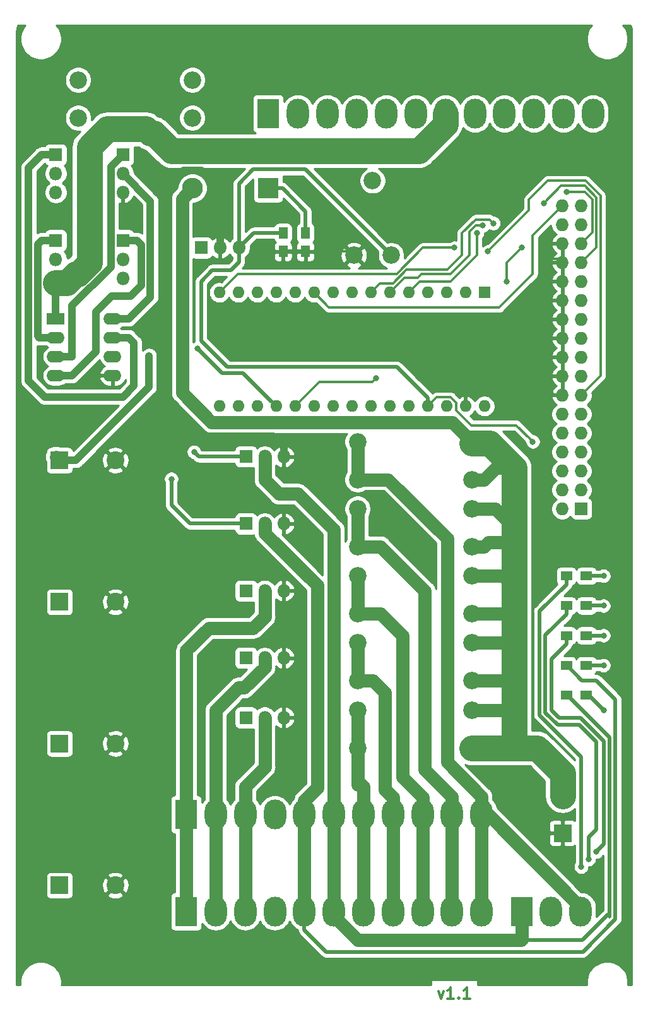
<source format=gtl>
G04 #@! TF.GenerationSoftware,KiCad,Pcbnew,5.1.5*
G04 #@! TF.CreationDate,2020-02-09T19:17:06+01:00*
G04 #@! TF.ProjectId,afterglow_gi_nano_ps,61667465-7267-46c6-9f77-5f67695f6e61,rev?*
G04 #@! TF.SameCoordinates,Original*
G04 #@! TF.FileFunction,Copper,L1,Top*
G04 #@! TF.FilePolarity,Positive*
%FSLAX46Y46*%
G04 Gerber Fmt 4.6, Leading zero omitted, Abs format (unit mm)*
G04 Created by KiCad (PCBNEW 5.1.5) date 2020-02-09 19:17:06*
%MOMM*%
%LPD*%
G04 APERTURE LIST*
%ADD10C,0.300000*%
%ADD11O,2.400000X1.600000*%
%ADD12R,2.400000X1.600000*%
%ADD13O,1.800000X1.800000*%
%ADD14R,1.800000X1.800000*%
%ADD15O,3.000000X4.000000*%
%ADD16R,3.000000X4.000000*%
%ADD17C,2.350000*%
%ADD18C,2.400000*%
%ADD19R,2.400000X2.400000*%
%ADD20C,2.340000*%
%ADD21R,1.600000X1.600000*%
%ADD22O,1.600000X1.600000*%
%ADD23R,1.250000X1.500000*%
%ADD24R,1.500000X1.300000*%
%ADD25R,2.800000X2.800000*%
%ADD26O,2.800000X2.800000*%
%ADD27R,1.727200X1.727200*%
%ADD28O,1.727200X1.727200*%
%ADD29C,0.800000*%
%ADD30C,0.500000*%
%ADD31C,1.000000*%
%ADD32C,1.750000*%
%ADD33C,3.500000*%
%ADD34C,0.254000*%
G04 APERTURE END LIST*
D10*
X92857142Y-142678571D02*
X93214285Y-143678571D01*
X93571428Y-142678571D01*
X94928571Y-143678571D02*
X94071428Y-143678571D01*
X94500000Y-143678571D02*
X94500000Y-142178571D01*
X94357142Y-142392857D01*
X94214285Y-142535714D01*
X94071428Y-142607142D01*
X95571428Y-143535714D02*
X95642857Y-143607142D01*
X95571428Y-143678571D01*
X95500000Y-143607142D01*
X95571428Y-143535714D01*
X95571428Y-143678571D01*
X97071428Y-143678571D02*
X96214285Y-143678571D01*
X96642857Y-143678571D02*
X96642857Y-142178571D01*
X96500000Y-142392857D01*
X96357142Y-142535714D01*
X96214285Y-142607142D01*
D11*
X49120000Y-52500000D03*
X41500000Y-60120000D03*
X49120000Y-55040000D03*
X41500000Y-57580000D03*
X49120000Y-57580000D03*
X41500000Y-55040000D03*
X49120000Y-60120000D03*
D12*
X41500000Y-52500000D03*
D13*
X50500000Y-35580000D03*
X50500000Y-33040000D03*
D14*
X50500000Y-30500000D03*
D13*
X41500000Y-35580000D03*
X41500000Y-33040000D03*
D14*
X41500000Y-30500000D03*
X50500000Y-42000000D03*
D13*
X50500000Y-44540000D03*
X50500000Y-47080000D03*
X41500000Y-47080000D03*
X41500000Y-44540000D03*
D14*
X41500000Y-42000000D03*
D15*
X113580000Y-25000000D03*
D16*
X70000000Y-25000000D03*
D15*
X73962400Y-25000000D03*
X77924800Y-25000000D03*
X81887200Y-25000000D03*
X85849600Y-25000000D03*
X89812000Y-25000000D03*
X93774400Y-25000000D03*
X97736800Y-25000000D03*
X101699200Y-25000000D03*
X105661600Y-25000000D03*
X109621600Y-25000000D03*
D17*
X44500000Y-25580000D03*
X44500000Y-20500000D03*
X59820000Y-25580000D03*
X59820000Y-20500000D03*
D18*
X49500000Y-128500000D03*
D19*
X42000000Y-128500000D03*
D18*
X49500000Y-71500000D03*
D19*
X42000000Y-71500000D03*
D18*
X49500000Y-90500000D03*
D19*
X42000000Y-90500000D03*
D18*
X49500000Y-109500000D03*
D19*
X42000000Y-109500000D03*
D20*
X81500000Y-44000000D03*
X84000000Y-34000000D03*
X86500000Y-44000000D03*
D19*
X109500000Y-121500000D03*
D18*
X109500000Y-116500000D03*
D21*
X99000000Y-49000000D03*
D22*
X65980000Y-64240000D03*
X96460000Y-49000000D03*
X68520000Y-64240000D03*
X93920000Y-49000000D03*
X71060000Y-64240000D03*
X91380000Y-49000000D03*
X73600000Y-64240000D03*
X88840000Y-49000000D03*
X76140000Y-64240000D03*
X86300000Y-49000000D03*
X78680000Y-64240000D03*
X83760000Y-49000000D03*
X81220000Y-64240000D03*
X81220000Y-49000000D03*
X83760000Y-64240000D03*
X78680000Y-49000000D03*
X86300000Y-64240000D03*
X76140000Y-49000000D03*
X88840000Y-64240000D03*
X73600000Y-49000000D03*
X91380000Y-64240000D03*
X71060000Y-49000000D03*
X93920000Y-64240000D03*
X68520000Y-49000000D03*
X96460000Y-64240000D03*
X65980000Y-49000000D03*
X99000000Y-64240000D03*
X63440000Y-49000000D03*
X63440000Y-64240000D03*
D23*
X72000000Y-43500000D03*
X72000000Y-41000000D03*
X75000000Y-41000000D03*
X75000000Y-43500000D03*
D24*
X112700000Y-87000000D03*
X110000000Y-87000000D03*
X112700000Y-91000000D03*
X110000000Y-91000000D03*
X110000000Y-95000000D03*
X112700000Y-95000000D03*
X110000000Y-99000000D03*
X112700000Y-99000000D03*
X110000000Y-103000000D03*
X112700000Y-103000000D03*
D25*
X70000000Y-35000000D03*
D26*
X59840000Y-35000000D03*
D17*
X97320000Y-69000000D03*
X97320000Y-74080000D03*
X82000000Y-69000000D03*
X82000000Y-74080000D03*
X82000000Y-83080000D03*
X82000000Y-78000000D03*
X97320000Y-83080000D03*
X97320000Y-78000000D03*
X97320000Y-87000000D03*
X97320000Y-92080000D03*
X82000000Y-87000000D03*
X82000000Y-92080000D03*
X82000000Y-101080000D03*
X82000000Y-96000000D03*
X97320000Y-101080000D03*
X97320000Y-96000000D03*
X97320000Y-105000000D03*
X97320000Y-110080000D03*
X82000000Y-105000000D03*
X82000000Y-110080000D03*
D27*
X112000000Y-78000000D03*
D28*
X109460000Y-78000000D03*
X112000000Y-75460000D03*
X109460000Y-75460000D03*
X112000000Y-72920000D03*
X109460000Y-72920000D03*
X112000000Y-70380000D03*
X109460000Y-70380000D03*
X112000000Y-67840000D03*
X109460000Y-67840000D03*
X112000000Y-65300000D03*
X109460000Y-65300000D03*
X112000000Y-62760000D03*
X109460000Y-62760000D03*
X112000000Y-60220000D03*
X109460000Y-60220000D03*
X112000000Y-57680000D03*
X109460000Y-57680000D03*
X112000000Y-55140000D03*
X109460000Y-55140000D03*
X112000000Y-52600000D03*
X109460000Y-52600000D03*
X112000000Y-50060000D03*
X109460000Y-50060000D03*
X112000000Y-47520000D03*
X109460000Y-47520000D03*
X112000000Y-44980000D03*
X109460000Y-44980000D03*
X112000000Y-42440000D03*
X109460000Y-42440000D03*
X112000000Y-39900000D03*
X109460000Y-39900000D03*
X112000000Y-37360000D03*
X109460000Y-37360000D03*
D15*
X98621600Y-132000000D03*
X94661600Y-132000000D03*
X90699200Y-132000000D03*
X86736800Y-132000000D03*
X82774400Y-132000000D03*
X78812000Y-132000000D03*
X74849600Y-132000000D03*
X70887200Y-132000000D03*
X66924800Y-132000000D03*
X62962400Y-132000000D03*
D16*
X59000000Y-132000000D03*
X59000000Y-119000000D03*
D15*
X62962400Y-119000000D03*
X66924800Y-119000000D03*
X70887200Y-119000000D03*
X74849600Y-119000000D03*
X78812000Y-119000000D03*
X82774400Y-119000000D03*
X86736800Y-119000000D03*
X90699200Y-119000000D03*
X94661600Y-119000000D03*
X98621600Y-119000000D03*
D16*
X104000000Y-132000000D03*
D15*
X107962400Y-132000000D03*
X111924800Y-132000000D03*
D13*
X72080000Y-89000000D03*
X69540000Y-89000000D03*
D14*
X67000000Y-89000000D03*
X67000000Y-98000000D03*
D13*
X69540000Y-98000000D03*
X72080000Y-98000000D03*
X72080000Y-106000000D03*
X69540000Y-106000000D03*
D14*
X67000000Y-106000000D03*
X67000000Y-80000000D03*
D13*
X69540000Y-80000000D03*
X72080000Y-80000000D03*
X72080000Y-71000000D03*
X69540000Y-71000000D03*
D14*
X67000000Y-71000000D03*
X61000000Y-43000000D03*
D13*
X63540000Y-43000000D03*
X66080000Y-43000000D03*
D29*
X67000000Y-57000000D03*
X75000000Y-57000000D03*
X82000000Y-57000000D03*
X88500000Y-57000000D03*
X107000000Y-44500000D03*
X81500000Y-44000000D03*
X105500000Y-69000000D03*
X54000000Y-57500000D03*
X115000000Y-87000000D03*
X112000000Y-126000000D03*
X115000000Y-91000000D03*
X113000000Y-125000000D03*
X114000000Y-124000000D03*
X115000000Y-95000000D03*
X115000000Y-99000000D03*
X115000000Y-105000000D03*
X99500000Y-43500000D03*
X107000000Y-37000000D03*
X110000000Y-35500000D03*
X57000000Y-74000000D03*
X60050000Y-70377199D03*
X60500000Y-56500000D03*
X84500000Y-60500000D03*
X98000000Y-41000000D03*
X95000000Y-43000000D03*
X98800000Y-40000000D03*
X100215686Y-39715686D03*
X102000000Y-47500000D03*
X104000000Y-43000000D03*
D10*
X109460000Y-42440000D02*
X109460000Y-55140000D01*
X109460000Y-55140000D02*
X109460000Y-62760000D01*
X91380000Y-54500000D02*
X91380000Y-54680000D01*
D30*
X88500000Y-57000000D02*
X91000000Y-54500000D01*
X91000000Y-54500000D02*
X91380000Y-54500000D01*
X75000000Y-43500000D02*
X72000000Y-43500000D01*
X67000000Y-57000000D02*
X67500000Y-57500000D01*
X75000000Y-57000000D02*
X75500000Y-57500000D01*
X67500000Y-57500000D02*
X75500000Y-57500000D01*
X82000000Y-57000000D02*
X82000000Y-57500000D01*
X75500000Y-57500000D02*
X82000000Y-57500000D01*
X88000000Y-57500000D02*
X86000000Y-57500000D01*
X88500000Y-57000000D02*
X88000000Y-57500000D01*
X82000000Y-57500000D02*
X86000000Y-57500000D01*
X86000000Y-57500000D02*
X86500000Y-57500000D01*
X91380000Y-54380000D02*
X96460000Y-59460000D01*
X108238686Y-62760000D02*
X104978686Y-59500000D01*
X109460000Y-62760000D02*
X108238686Y-62760000D01*
X104978686Y-59500000D02*
X96460000Y-59500000D01*
X96460000Y-59460000D02*
X96460000Y-59500000D01*
X96460000Y-59500000D02*
X96460000Y-64240000D01*
D31*
X58687999Y-32599999D02*
X56564991Y-34723007D01*
X56564991Y-34723007D02*
X56564991Y-63564991D01*
X60992001Y-32599999D02*
X58687999Y-32599999D01*
X63540000Y-43000000D02*
X63540000Y-35147998D01*
X63540000Y-35147998D02*
X60992001Y-32599999D01*
X72080000Y-69727208D02*
X72080000Y-71000000D01*
X70642803Y-68290011D02*
X72080000Y-69727208D01*
X61290011Y-68290011D02*
X70642803Y-68290011D01*
X56564991Y-63564991D02*
X61290011Y-68290011D01*
D10*
X108980000Y-44500000D02*
X109460000Y-44980000D01*
X107000000Y-44500000D02*
X108980000Y-44500000D01*
X75000000Y-43500000D02*
X81000000Y-43500000D01*
X81000000Y-43500000D02*
X81500000Y-44000000D01*
D30*
X68080000Y-41000000D02*
X66080000Y-43000000D01*
X72000000Y-41000000D02*
X68080000Y-41000000D01*
X87271370Y-59000000D02*
X91380000Y-63108630D01*
X64500000Y-59000000D02*
X87271370Y-59000000D01*
X66080000Y-44920000D02*
X65000000Y-46000000D01*
X91380000Y-63108630D02*
X91380000Y-64240000D01*
X66080000Y-43000000D02*
X66080000Y-44920000D01*
X65000000Y-46000000D02*
X62500000Y-46000000D01*
X61000000Y-47500000D02*
X61000000Y-55500000D01*
X62500000Y-46000000D02*
X61000000Y-47500000D01*
X61000000Y-55500000D02*
X64500000Y-59000000D01*
X66080000Y-43000000D02*
X66080000Y-34420000D01*
X66080000Y-34420000D02*
X68000000Y-32500000D01*
X75000000Y-32500000D02*
X86500000Y-44000000D01*
X68000000Y-32500000D02*
X75000000Y-32500000D01*
D10*
X105100001Y-68600001D02*
X105500000Y-69000000D01*
X103299990Y-66799990D02*
X105100001Y-68600001D01*
X97243988Y-66799990D02*
X103299990Y-66799990D01*
X95259999Y-64816001D02*
X97243988Y-66799990D01*
X95259999Y-63803997D02*
X95259999Y-64816001D01*
X94496001Y-63039999D02*
X95259999Y-63803997D01*
X92580001Y-63039999D02*
X94496001Y-63039999D01*
X91380000Y-64240000D02*
X92580001Y-63039999D01*
D32*
X58440001Y-36399999D02*
X59840000Y-35000000D01*
X58440001Y-62440001D02*
X58440001Y-36399999D01*
X62415001Y-66415001D02*
X58440001Y-62440001D01*
X94735001Y-66415001D02*
X62415001Y-66415001D01*
X97320000Y-69000000D02*
X94735001Y-66415001D01*
D33*
X106080000Y-110080000D02*
X109500000Y-113500000D01*
X109500000Y-113500000D02*
X109500000Y-116500000D01*
X99700000Y-69200000D02*
X97320000Y-69200000D01*
X103000000Y-72500000D02*
X99700000Y-69200000D01*
X103000000Y-110080000D02*
X106080000Y-110080000D01*
X97320000Y-110080000D02*
X103000000Y-110080000D01*
D32*
X100561700Y-72500000D02*
X103000000Y-72500000D01*
X98981700Y-74080000D02*
X100561700Y-72500000D01*
X97320000Y-74080000D02*
X98981700Y-74080000D01*
X100500000Y-78000000D02*
X103000000Y-80500000D01*
X97320000Y-78000000D02*
X100500000Y-78000000D01*
D33*
X103000000Y-80500000D02*
X103000000Y-72500000D01*
D32*
X99561700Y-82500000D02*
X103000000Y-82500000D01*
X98981700Y-83080000D02*
X99561700Y-82500000D01*
X97320000Y-83080000D02*
X98981700Y-83080000D01*
D33*
X103000000Y-82500000D02*
X103000000Y-80500000D01*
D32*
X97320000Y-87000000D02*
X101500000Y-87000000D01*
X101500000Y-87000000D02*
X103000000Y-88500000D01*
D33*
X103000000Y-88500000D02*
X103000000Y-82500000D01*
D32*
X102580000Y-92080000D02*
X103000000Y-92500000D01*
X97320000Y-92080000D02*
X102580000Y-92080000D01*
D33*
X103000000Y-92500000D02*
X103000000Y-88500000D01*
D32*
X102500000Y-96000000D02*
X103000000Y-96500000D01*
X97320000Y-96000000D02*
X102500000Y-96000000D01*
D33*
X103000000Y-96500000D02*
X103000000Y-92500000D01*
D32*
X102580000Y-101080000D02*
X103000000Y-101500000D01*
X97320000Y-101080000D02*
X102580000Y-101080000D01*
D33*
X103000000Y-101500000D02*
X103000000Y-96500000D01*
D32*
X97320000Y-105000000D02*
X102500000Y-105000000D01*
D33*
X103000000Y-110080000D02*
X103000000Y-105500000D01*
D32*
X102500000Y-105000000D02*
X103000000Y-105500000D01*
D33*
X103000000Y-105500000D02*
X103000000Y-101500000D01*
D32*
X41540000Y-71040000D02*
X42000000Y-71500000D01*
D31*
X54000000Y-61700000D02*
X54000000Y-57500000D01*
X42000000Y-71500000D02*
X44200000Y-71500000D01*
X44200000Y-71500000D02*
X54000000Y-61700000D01*
D30*
X112700000Y-87000000D02*
X115000000Y-87000000D01*
D32*
X59000000Y-119000000D02*
X59000000Y-132000000D01*
X59000000Y-100812792D02*
X59000000Y-119000000D01*
X62000000Y-94000000D02*
X59000000Y-97000000D01*
X59000000Y-97000000D02*
X59000000Y-100812792D01*
X69540000Y-89000000D02*
X69540000Y-92460000D01*
X69540000Y-92460000D02*
X68000000Y-94000000D01*
X68000000Y-94000000D02*
X62000000Y-94000000D01*
D30*
X61284546Y-94000000D02*
X62000000Y-94000000D01*
X106399980Y-91750020D02*
X110000000Y-88150000D01*
X106399980Y-105662748D02*
X106399980Y-91750020D01*
X112000000Y-111262768D02*
X106399980Y-105662748D01*
X110000000Y-88150000D02*
X110000000Y-87000000D01*
X112000000Y-126000000D02*
X112000000Y-111262768D01*
X115000000Y-91000000D02*
X112700000Y-91000000D01*
D32*
X62962400Y-119000000D02*
X62962400Y-132000000D01*
X62962400Y-119000000D02*
X62962400Y-105037600D01*
X62962400Y-105037600D02*
X66000000Y-102000000D01*
X66812792Y-102000000D02*
X66000000Y-102000000D01*
X69540000Y-99272792D02*
X66812792Y-102000000D01*
X69540000Y-98000000D02*
X69540000Y-99272792D01*
D30*
X107199990Y-94950010D02*
X110000000Y-92150000D01*
X110000000Y-92150000D02*
X110000000Y-91000000D01*
X107199990Y-105331374D02*
X107199990Y-94950010D01*
X113000000Y-122000000D02*
X114000000Y-121000000D01*
X114000000Y-121000000D02*
X114000000Y-109262768D01*
X113000000Y-125000000D02*
X113000000Y-122000000D01*
X114000000Y-109262768D02*
X111737232Y-107000000D01*
X111737232Y-107000000D02*
X108868616Y-107000000D01*
X108868616Y-107000000D02*
X107199990Y-105331374D01*
D32*
X69540000Y-107272792D02*
X69540000Y-106000000D01*
X66924800Y-119000000D02*
X66924800Y-115250000D01*
X66924800Y-115250000D02*
X69540000Y-112634800D01*
X69540000Y-112634800D02*
X69540000Y-107272792D01*
D30*
X110000000Y-96150000D02*
X108000000Y-98150000D01*
X108000000Y-105000000D02*
X109000000Y-106000000D01*
X115000000Y-123000000D02*
X114000000Y-124000000D01*
X110000000Y-95000000D02*
X110000000Y-96150000D01*
X115000000Y-109131384D02*
X115000000Y-123000000D01*
X109000000Y-106000000D02*
X111868616Y-106000000D01*
X111868616Y-106000000D02*
X115000000Y-109131384D01*
X108000000Y-98150000D02*
X108000000Y-105000000D01*
D32*
X66924800Y-119000000D02*
X66924800Y-128800000D01*
X66924800Y-128800000D02*
X66924800Y-132000000D01*
D30*
X112700000Y-95000000D02*
X115000000Y-95000000D01*
D32*
X74849600Y-119000000D02*
X74849600Y-132000000D01*
X74849600Y-117150400D02*
X74849600Y-119000000D01*
X76561990Y-115438010D02*
X74849600Y-117150400D01*
X76561990Y-88294782D02*
X76561990Y-115438010D01*
X69540000Y-80000000D02*
X69540000Y-81272792D01*
X69540000Y-81272792D02*
X76561990Y-88294782D01*
D30*
X110100000Y-99000000D02*
X110000000Y-99000000D01*
X112100000Y-101000000D02*
X110100000Y-99000000D01*
X74849600Y-134500000D02*
X77774610Y-137425010D01*
X74849600Y-132000000D02*
X74849600Y-134500000D01*
X77774610Y-137425010D02*
X112206374Y-137425010D01*
X114000000Y-101000000D02*
X112100000Y-101000000D01*
X116600020Y-133031364D02*
X116600020Y-103600020D01*
X116600020Y-103600020D02*
X114000000Y-101000000D01*
X112206374Y-137425010D02*
X116600020Y-133031364D01*
X115000000Y-99000000D02*
X112700000Y-99000000D01*
D32*
X78812000Y-119000000D02*
X78812000Y-132000000D01*
X78812000Y-80812000D02*
X78812000Y-119000000D01*
X74000000Y-76000000D02*
X78812000Y-80812000D01*
X71447002Y-76000000D02*
X74000000Y-76000000D01*
X69540000Y-74092998D02*
X71447002Y-76000000D01*
X69540000Y-71000000D02*
X69540000Y-74092998D01*
D30*
X110000000Y-103000000D02*
X110100000Y-103000000D01*
X110100000Y-103000000D02*
X115800010Y-108700010D01*
X115800010Y-108700010D02*
X115800010Y-132699990D01*
D32*
X78812000Y-132603478D02*
X82008522Y-135800000D01*
X78812000Y-132000000D02*
X78812000Y-132603478D01*
X104000000Y-135750000D02*
X104000000Y-132000000D01*
X103950000Y-135800000D02*
X104000000Y-135750000D01*
X82008522Y-135800000D02*
X103950000Y-135800000D01*
D30*
X103950000Y-135800000D02*
X112200000Y-135800000D01*
X112200000Y-135800000D02*
X115600010Y-132399990D01*
X112700000Y-103000000D02*
X113000000Y-103000000D01*
X113000000Y-103000000D02*
X115000000Y-105000000D01*
D32*
X82000000Y-69000000D02*
X82000000Y-74080000D01*
X94000000Y-112000000D02*
X98621600Y-116621600D01*
X98621600Y-116621600D02*
X98621600Y-119000000D01*
X94000000Y-82000000D02*
X94000000Y-112000000D01*
X82000000Y-74080000D02*
X86080000Y-74080000D01*
X86080000Y-74080000D02*
X94000000Y-82000000D01*
X98621600Y-119000000D02*
X98621600Y-128000000D01*
X98621600Y-128000000D02*
X98621600Y-132000000D01*
X111924800Y-131396522D02*
X111924800Y-132000000D01*
X98621600Y-119000000D02*
X99528278Y-119000000D01*
X99528278Y-119000000D02*
X111924800Y-131396522D01*
X94661600Y-119000000D02*
X94661600Y-132000000D01*
X82000000Y-78000000D02*
X82000000Y-83080000D01*
X82000000Y-83080000D02*
X85080000Y-83080000D01*
X85080000Y-83080000D02*
X91000000Y-89000000D01*
X91000000Y-89000000D02*
X91000000Y-113000000D01*
X94661600Y-116661600D02*
X94661600Y-119000000D01*
X91000000Y-113000000D02*
X94661600Y-116661600D01*
X90699200Y-119000000D02*
X90699200Y-132000000D01*
X82000000Y-87000000D02*
X82000000Y-92080000D01*
X82000000Y-92080000D02*
X85080000Y-92080000D01*
X85080000Y-92080000D02*
X88000000Y-95000000D01*
X88000000Y-95000000D02*
X88000000Y-114000000D01*
X90699200Y-116699200D02*
X90699200Y-119000000D01*
X88000000Y-114000000D02*
X90699200Y-116699200D01*
X86736800Y-119000000D02*
X86736800Y-132000000D01*
X82000000Y-96000000D02*
X82000000Y-101080000D01*
X86736800Y-116736800D02*
X86736800Y-119000000D01*
X85649410Y-115649410D02*
X86736800Y-116736800D01*
X85649410Y-102649410D02*
X85649410Y-115649410D01*
X82000000Y-101080000D02*
X84080000Y-101080000D01*
X84080000Y-101080000D02*
X85649410Y-102649410D01*
X82774400Y-119000000D02*
X82774400Y-132000000D01*
X82000000Y-105000000D02*
X82000000Y-110080000D01*
X82000000Y-110080000D02*
X82000000Y-115000000D01*
X82524400Y-115000000D02*
X82774400Y-115250000D01*
X82774400Y-115250000D02*
X82774400Y-119000000D01*
X82000000Y-115000000D02*
X82524400Y-115000000D01*
D10*
X114600020Y-36044358D02*
X112555662Y-34000000D01*
X112000000Y-62760000D02*
X114600020Y-60159980D01*
X114600020Y-60159980D02*
X114600020Y-36044358D01*
X112555662Y-34000000D02*
X107500000Y-34000000D01*
X99500000Y-43500000D02*
X105000000Y-38000000D01*
X105000000Y-36500000D02*
X107500000Y-34000000D01*
X105000000Y-38000000D02*
X105000000Y-36500000D01*
X112477830Y-34699999D02*
X109300001Y-34699999D01*
X114050010Y-36272179D02*
X112477830Y-34699999D01*
X112000000Y-44980000D02*
X114050010Y-42929990D01*
X114050010Y-42929990D02*
X114050010Y-36272179D01*
X109300001Y-34699999D02*
X107000000Y-37000000D01*
X112500000Y-35500000D02*
X113500000Y-36500000D01*
X110000000Y-35500000D02*
X112500000Y-35500000D01*
X113500000Y-40940000D02*
X112000000Y-42440000D01*
X113500000Y-36500000D02*
X113500000Y-40940000D01*
X101000000Y-51000000D02*
X78140000Y-51000000D01*
X105500000Y-46500000D02*
X101000000Y-51000000D01*
X78140000Y-51000000D02*
X76140000Y-49000000D01*
X109460000Y-37360000D02*
X105500000Y-41320000D01*
X105500000Y-41320000D02*
X105500000Y-46500000D01*
D30*
X57000000Y-74000000D02*
X57000000Y-77500000D01*
X59500000Y-80000000D02*
X67000000Y-80000000D01*
X57000000Y-77500000D02*
X59500000Y-80000000D01*
X62550000Y-71000000D02*
X67000000Y-71000000D01*
X62550000Y-71000000D02*
X60672801Y-71000000D01*
X60672801Y-71000000D02*
X60050000Y-70377199D01*
X70260001Y-63440001D02*
X71060000Y-64240000D01*
X66620010Y-59800010D02*
X70260001Y-63440001D01*
X63800010Y-59800010D02*
X66620010Y-59800010D01*
X60500000Y-56500000D02*
X63800010Y-59800010D01*
D10*
X73600000Y-64240000D02*
X76840000Y-61000000D01*
X76840000Y-61000000D02*
X84000000Y-61000000D01*
X84000000Y-61000000D02*
X84500000Y-60500000D01*
X90340000Y-47500000D02*
X88840000Y-49000000D01*
X98000000Y-41000000D02*
X98000000Y-44000000D01*
X94500000Y-47500000D02*
X90340000Y-47500000D01*
X98000000Y-44000000D02*
X94500000Y-47500000D01*
X63440000Y-49000000D02*
X65940000Y-46500000D01*
X65940000Y-46500000D02*
X85000000Y-46500000D01*
X90744340Y-43000000D02*
X95000000Y-43000000D01*
X85000000Y-46500000D02*
X87244340Y-46500000D01*
X87244340Y-46500000D02*
X90744340Y-43000000D01*
X86300000Y-49000000D02*
X88300000Y-47000000D01*
X90062169Y-47000000D02*
X90562169Y-46500000D01*
X88300000Y-47000000D02*
X90062169Y-47000000D01*
X90562169Y-46500000D02*
X94500000Y-46500000D01*
X97815998Y-40000000D02*
X98800000Y-40000000D01*
X94500000Y-46500000D02*
X97000000Y-44000000D01*
X97815998Y-40000000D02*
X97000000Y-40815998D01*
X97000000Y-40815998D02*
X97000000Y-44000000D01*
X86722171Y-47799999D02*
X88572180Y-45949990D01*
X83760000Y-49000000D02*
X84960001Y-47799999D01*
X84960001Y-47799999D02*
X86722171Y-47799999D01*
X88572180Y-45949990D02*
X94050010Y-45949990D01*
X94050010Y-45949990D02*
X96000000Y-44000000D01*
X99699999Y-39199999D02*
X100215686Y-39715686D01*
X97838168Y-39199999D02*
X99699999Y-39199999D01*
X96000000Y-44000000D02*
X96000000Y-41038167D01*
X96000000Y-41038167D02*
X97838168Y-39199999D01*
X102000000Y-47500000D02*
X102000000Y-45000000D01*
X102000000Y-45000000D02*
X104000000Y-43000000D01*
D30*
X75000000Y-39750000D02*
X75000000Y-41000000D01*
X75000000Y-38100000D02*
X75000000Y-39750000D01*
X71900000Y-35000000D02*
X75000000Y-38100000D01*
X70000000Y-35000000D02*
X71900000Y-35000000D01*
D31*
X51320000Y-52500000D02*
X49120000Y-52500000D01*
X54200009Y-49619991D02*
X51320000Y-52500000D01*
X54200009Y-36740009D02*
X54200009Y-49619991D01*
X50500000Y-33040000D02*
X54200009Y-36740009D01*
D33*
X93774400Y-26416650D02*
X90191050Y-30000000D01*
X93774400Y-25000000D02*
X93774400Y-26416650D01*
X90191050Y-30000000D02*
X57000000Y-30000000D01*
X54649999Y-27649999D02*
X54149999Y-27649999D01*
X57000000Y-30000000D02*
X54649999Y-27649999D01*
X53580001Y-27080001D02*
X48419999Y-27080001D01*
X54149999Y-27649999D02*
X53580001Y-27080001D01*
X48419999Y-27080001D02*
X46000000Y-29500000D01*
X46000000Y-29500000D02*
X46000000Y-45000000D01*
X46000000Y-45000000D02*
X44500000Y-46500000D01*
X43012001Y-47690001D02*
X41500000Y-47690001D01*
X44500000Y-46500000D02*
X44202002Y-46500000D01*
X44202002Y-46500000D02*
X43012001Y-47690001D01*
D31*
X41500000Y-47080000D02*
X41500000Y-52500000D01*
X39300000Y-55040000D02*
X41500000Y-55040000D01*
X39049990Y-54789990D02*
X39300000Y-55040000D01*
X39049990Y-42550010D02*
X39049990Y-54789990D01*
X39600000Y-42000000D02*
X39049990Y-42550010D01*
X41500000Y-42000000D02*
X39600000Y-42000000D01*
X52400000Y-42000000D02*
X50500000Y-42000000D01*
X53000000Y-48000000D02*
X53000000Y-42600000D01*
X41500000Y-60120000D02*
X43700000Y-60120000D01*
X43700000Y-60120000D02*
X46919990Y-56900010D01*
X53000000Y-42600000D02*
X52400000Y-42000000D01*
X46919990Y-56900010D02*
X46919990Y-51580010D01*
X46919990Y-51580010D02*
X49000000Y-49500000D01*
X51500000Y-49500000D02*
X53000000Y-48000000D01*
X49000000Y-49500000D02*
X51500000Y-49500000D01*
X37849980Y-32250020D02*
X37849980Y-60849980D01*
X41500000Y-30500000D02*
X39600000Y-30500000D01*
X39600000Y-30500000D02*
X37849980Y-32250020D01*
X37849980Y-60849980D02*
X40000000Y-63000000D01*
X40000000Y-63000000D02*
X50500000Y-63000000D01*
X50500000Y-63000000D02*
X52000000Y-61500000D01*
X51320000Y-55040000D02*
X49120000Y-55040000D01*
X52000000Y-55720000D02*
X51320000Y-55040000D01*
X52000000Y-61500000D02*
X52000000Y-55720000D01*
X48899999Y-45564837D02*
X48899999Y-32100001D01*
X43700000Y-50764836D02*
X48899999Y-45564837D01*
X41500000Y-57580000D02*
X43700000Y-57580000D01*
X48899999Y-32100001D02*
X50500000Y-30500000D01*
X43700000Y-57580000D02*
X43700000Y-50764836D01*
D34*
G36*
X37336750Y-13224666D02*
G01*
X37031965Y-13680808D01*
X36822026Y-14187646D01*
X36715000Y-14725701D01*
X36715000Y-15274299D01*
X36822026Y-15812354D01*
X37031965Y-16319192D01*
X37336750Y-16775334D01*
X37724666Y-17163250D01*
X38180808Y-17468035D01*
X38687646Y-17677974D01*
X39225701Y-17785000D01*
X39774299Y-17785000D01*
X40312354Y-17677974D01*
X40819192Y-17468035D01*
X41275334Y-17163250D01*
X41663250Y-16775334D01*
X41968035Y-16319192D01*
X42177974Y-15812354D01*
X42285000Y-15274299D01*
X42285000Y-14725701D01*
X42177974Y-14187646D01*
X41968035Y-13680808D01*
X41663250Y-13224666D01*
X41565584Y-13127000D01*
X113434416Y-13127000D01*
X113336750Y-13224666D01*
X113031965Y-13680808D01*
X112822026Y-14187646D01*
X112715000Y-14725701D01*
X112715000Y-15274299D01*
X112822026Y-15812354D01*
X113031965Y-16319192D01*
X113336750Y-16775334D01*
X113724666Y-17163250D01*
X114180808Y-17468035D01*
X114687646Y-17677974D01*
X115225701Y-17785000D01*
X115774299Y-17785000D01*
X116312354Y-17677974D01*
X116819192Y-17468035D01*
X117275334Y-17163250D01*
X117663250Y-16775334D01*
X117968035Y-16319192D01*
X118177974Y-15812354D01*
X118285000Y-15274299D01*
X118285000Y-14725701D01*
X118177974Y-14187646D01*
X117968035Y-13680808D01*
X117663250Y-13224666D01*
X117565584Y-13127000D01*
X118611981Y-13127000D01*
X118739892Y-13540213D01*
X118790001Y-14016974D01*
X118790000Y-141873000D01*
X118265367Y-141873000D01*
X118285000Y-141774299D01*
X118285000Y-141225701D01*
X118177974Y-140687646D01*
X117968035Y-140180808D01*
X117663250Y-139724666D01*
X117275334Y-139336750D01*
X116819192Y-139031965D01*
X116312354Y-138822026D01*
X115774299Y-138715000D01*
X115225701Y-138715000D01*
X114687646Y-138822026D01*
X114180808Y-139031965D01*
X113724666Y-139336750D01*
X113336750Y-139724666D01*
X113031965Y-140180808D01*
X112822026Y-140687646D01*
X112715000Y-141225701D01*
X112715000Y-141774299D01*
X112734633Y-141873000D01*
X98142143Y-141873000D01*
X98142143Y-141210000D01*
X91857857Y-141210000D01*
X91857857Y-141873000D01*
X42265367Y-141873000D01*
X42285000Y-141774299D01*
X42285000Y-141225701D01*
X42177974Y-140687646D01*
X41968035Y-140180808D01*
X41663250Y-139724666D01*
X41275334Y-139336750D01*
X40819192Y-139031965D01*
X40312354Y-138822026D01*
X39774299Y-138715000D01*
X39225701Y-138715000D01*
X38687646Y-138822026D01*
X38180808Y-139031965D01*
X37724666Y-139336750D01*
X37336750Y-139724666D01*
X37031965Y-140180808D01*
X36822026Y-140687646D01*
X36715000Y-141225701D01*
X36715000Y-141774299D01*
X36734633Y-141873000D01*
X36210000Y-141873000D01*
X36210000Y-127300000D01*
X40161928Y-127300000D01*
X40161928Y-129700000D01*
X40174188Y-129824482D01*
X40210498Y-129944180D01*
X40269463Y-130054494D01*
X40348815Y-130151185D01*
X40445506Y-130230537D01*
X40555820Y-130289502D01*
X40675518Y-130325812D01*
X40800000Y-130338072D01*
X43200000Y-130338072D01*
X43324482Y-130325812D01*
X43444180Y-130289502D01*
X43554494Y-130230537D01*
X43651185Y-130151185D01*
X43730537Y-130054494D01*
X43789502Y-129944180D01*
X43825812Y-129824482D01*
X43830391Y-129777980D01*
X48401626Y-129777980D01*
X48521514Y-130062836D01*
X48845210Y-130223699D01*
X49194069Y-130318322D01*
X49554684Y-130343067D01*
X49913198Y-130296985D01*
X50255833Y-130181846D01*
X50478486Y-130062836D01*
X50598374Y-129777980D01*
X49500000Y-128679605D01*
X48401626Y-129777980D01*
X43830391Y-129777980D01*
X43838072Y-129700000D01*
X43838072Y-128554684D01*
X47656933Y-128554684D01*
X47703015Y-128913198D01*
X47818154Y-129255833D01*
X47937164Y-129478486D01*
X48222020Y-129598374D01*
X49320395Y-128500000D01*
X49679605Y-128500000D01*
X50777980Y-129598374D01*
X51062836Y-129478486D01*
X51223699Y-129154790D01*
X51318322Y-128805931D01*
X51343067Y-128445316D01*
X51296985Y-128086802D01*
X51181846Y-127744167D01*
X51062836Y-127521514D01*
X50777980Y-127401626D01*
X49679605Y-128500000D01*
X49320395Y-128500000D01*
X48222020Y-127401626D01*
X47937164Y-127521514D01*
X47776301Y-127845210D01*
X47681678Y-128194069D01*
X47656933Y-128554684D01*
X43838072Y-128554684D01*
X43838072Y-127300000D01*
X43830392Y-127222020D01*
X48401626Y-127222020D01*
X49500000Y-128320395D01*
X50598374Y-127222020D01*
X50478486Y-126937164D01*
X50154790Y-126776301D01*
X49805931Y-126681678D01*
X49445316Y-126656933D01*
X49086802Y-126703015D01*
X48744167Y-126818154D01*
X48521514Y-126937164D01*
X48401626Y-127222020D01*
X43830392Y-127222020D01*
X43825812Y-127175518D01*
X43789502Y-127055820D01*
X43730537Y-126945506D01*
X43651185Y-126848815D01*
X43554494Y-126769463D01*
X43444180Y-126710498D01*
X43324482Y-126674188D01*
X43200000Y-126661928D01*
X40800000Y-126661928D01*
X40675518Y-126674188D01*
X40555820Y-126710498D01*
X40445506Y-126769463D01*
X40348815Y-126848815D01*
X40269463Y-126945506D01*
X40210498Y-127055820D01*
X40174188Y-127175518D01*
X40161928Y-127300000D01*
X36210000Y-127300000D01*
X36210000Y-108300000D01*
X40161928Y-108300000D01*
X40161928Y-110700000D01*
X40174188Y-110824482D01*
X40210498Y-110944180D01*
X40269463Y-111054494D01*
X40348815Y-111151185D01*
X40445506Y-111230537D01*
X40555820Y-111289502D01*
X40675518Y-111325812D01*
X40800000Y-111338072D01*
X43200000Y-111338072D01*
X43324482Y-111325812D01*
X43444180Y-111289502D01*
X43554494Y-111230537D01*
X43651185Y-111151185D01*
X43730537Y-111054494D01*
X43789502Y-110944180D01*
X43825812Y-110824482D01*
X43830391Y-110777980D01*
X48401626Y-110777980D01*
X48521514Y-111062836D01*
X48845210Y-111223699D01*
X49194069Y-111318322D01*
X49554684Y-111343067D01*
X49913198Y-111296985D01*
X50255833Y-111181846D01*
X50478486Y-111062836D01*
X50598374Y-110777980D01*
X49500000Y-109679605D01*
X48401626Y-110777980D01*
X43830391Y-110777980D01*
X43838072Y-110700000D01*
X43838072Y-109554684D01*
X47656933Y-109554684D01*
X47703015Y-109913198D01*
X47818154Y-110255833D01*
X47937164Y-110478486D01*
X48222020Y-110598374D01*
X49320395Y-109500000D01*
X49679605Y-109500000D01*
X50777980Y-110598374D01*
X51062836Y-110478486D01*
X51223699Y-110154790D01*
X51318322Y-109805931D01*
X51343067Y-109445316D01*
X51296985Y-109086802D01*
X51181846Y-108744167D01*
X51062836Y-108521514D01*
X50777980Y-108401626D01*
X49679605Y-109500000D01*
X49320395Y-109500000D01*
X48222020Y-108401626D01*
X47937164Y-108521514D01*
X47776301Y-108845210D01*
X47681678Y-109194069D01*
X47656933Y-109554684D01*
X43838072Y-109554684D01*
X43838072Y-108300000D01*
X43830392Y-108222020D01*
X48401626Y-108222020D01*
X49500000Y-109320395D01*
X50598374Y-108222020D01*
X50478486Y-107937164D01*
X50154790Y-107776301D01*
X49805931Y-107681678D01*
X49445316Y-107656933D01*
X49086802Y-107703015D01*
X48744167Y-107818154D01*
X48521514Y-107937164D01*
X48401626Y-108222020D01*
X43830392Y-108222020D01*
X43825812Y-108175518D01*
X43789502Y-108055820D01*
X43730537Y-107945506D01*
X43651185Y-107848815D01*
X43554494Y-107769463D01*
X43444180Y-107710498D01*
X43324482Y-107674188D01*
X43200000Y-107661928D01*
X40800000Y-107661928D01*
X40675518Y-107674188D01*
X40555820Y-107710498D01*
X40445506Y-107769463D01*
X40348815Y-107848815D01*
X40269463Y-107945506D01*
X40210498Y-108055820D01*
X40174188Y-108175518D01*
X40161928Y-108300000D01*
X36210000Y-108300000D01*
X36210000Y-89300000D01*
X40161928Y-89300000D01*
X40161928Y-91700000D01*
X40174188Y-91824482D01*
X40210498Y-91944180D01*
X40269463Y-92054494D01*
X40348815Y-92151185D01*
X40445506Y-92230537D01*
X40555820Y-92289502D01*
X40675518Y-92325812D01*
X40800000Y-92338072D01*
X43200000Y-92338072D01*
X43324482Y-92325812D01*
X43444180Y-92289502D01*
X43554494Y-92230537D01*
X43651185Y-92151185D01*
X43730537Y-92054494D01*
X43789502Y-91944180D01*
X43825812Y-91824482D01*
X43830391Y-91777980D01*
X48401626Y-91777980D01*
X48521514Y-92062836D01*
X48845210Y-92223699D01*
X49194069Y-92318322D01*
X49554684Y-92343067D01*
X49913198Y-92296985D01*
X50255833Y-92181846D01*
X50478486Y-92062836D01*
X50598374Y-91777980D01*
X49500000Y-90679605D01*
X48401626Y-91777980D01*
X43830391Y-91777980D01*
X43838072Y-91700000D01*
X43838072Y-90554684D01*
X47656933Y-90554684D01*
X47703015Y-90913198D01*
X47818154Y-91255833D01*
X47937164Y-91478486D01*
X48222020Y-91598374D01*
X49320395Y-90500000D01*
X49679605Y-90500000D01*
X50777980Y-91598374D01*
X51062836Y-91478486D01*
X51223699Y-91154790D01*
X51318322Y-90805931D01*
X51343067Y-90445316D01*
X51296985Y-90086802D01*
X51181846Y-89744167D01*
X51062836Y-89521514D01*
X50777980Y-89401626D01*
X49679605Y-90500000D01*
X49320395Y-90500000D01*
X48222020Y-89401626D01*
X47937164Y-89521514D01*
X47776301Y-89845210D01*
X47681678Y-90194069D01*
X47656933Y-90554684D01*
X43838072Y-90554684D01*
X43838072Y-89300000D01*
X43830392Y-89222020D01*
X48401626Y-89222020D01*
X49500000Y-90320395D01*
X50598374Y-89222020D01*
X50478486Y-88937164D01*
X50154790Y-88776301D01*
X49805931Y-88681678D01*
X49445316Y-88656933D01*
X49086802Y-88703015D01*
X48744167Y-88818154D01*
X48521514Y-88937164D01*
X48401626Y-89222020D01*
X43830392Y-89222020D01*
X43825812Y-89175518D01*
X43789502Y-89055820D01*
X43730537Y-88945506D01*
X43651185Y-88848815D01*
X43554494Y-88769463D01*
X43444180Y-88710498D01*
X43324482Y-88674188D01*
X43200000Y-88661928D01*
X40800000Y-88661928D01*
X40675518Y-88674188D01*
X40555820Y-88710498D01*
X40445506Y-88769463D01*
X40348815Y-88848815D01*
X40269463Y-88945506D01*
X40210498Y-89055820D01*
X40174188Y-89175518D01*
X40161928Y-89300000D01*
X36210000Y-89300000D01*
X36210000Y-32250020D01*
X36709489Y-32250020D01*
X36714980Y-32305771D01*
X36714981Y-60794218D01*
X36709489Y-60849980D01*
X36731403Y-61072478D01*
X36796304Y-61286426D01*
X36830701Y-61350778D01*
X36901697Y-61483603D01*
X37043532Y-61656429D01*
X37086840Y-61691971D01*
X39158009Y-63763141D01*
X39193551Y-63806449D01*
X39366377Y-63948284D01*
X39563553Y-64053676D01*
X39777501Y-64118577D01*
X39944248Y-64135000D01*
X39944257Y-64135000D01*
X39999999Y-64140490D01*
X40055741Y-64135000D01*
X49959868Y-64135000D01*
X43834199Y-70260670D01*
X43825812Y-70175518D01*
X43789502Y-70055820D01*
X43730537Y-69945506D01*
X43651185Y-69848815D01*
X43554494Y-69769463D01*
X43444180Y-69710498D01*
X43324482Y-69674188D01*
X43200000Y-69661928D01*
X42165054Y-69661928D01*
X42120647Y-69638192D01*
X41836011Y-69551849D01*
X41540000Y-69522695D01*
X41243989Y-69551849D01*
X40959353Y-69638192D01*
X40914946Y-69661928D01*
X40800000Y-69661928D01*
X40675518Y-69674188D01*
X40555820Y-69710498D01*
X40445506Y-69769463D01*
X40348815Y-69848815D01*
X40269463Y-69945506D01*
X40210498Y-70055820D01*
X40174188Y-70175518D01*
X40161928Y-70300000D01*
X40161928Y-70414946D01*
X40138192Y-70459353D01*
X40051849Y-70743989D01*
X40022695Y-71040000D01*
X40051849Y-71336011D01*
X40138192Y-71620647D01*
X40161928Y-71665054D01*
X40161928Y-72700000D01*
X40174188Y-72824482D01*
X40210498Y-72944180D01*
X40269463Y-73054494D01*
X40348815Y-73151185D01*
X40445506Y-73230537D01*
X40555820Y-73289502D01*
X40675518Y-73325812D01*
X40800000Y-73338072D01*
X43200000Y-73338072D01*
X43324482Y-73325812D01*
X43444180Y-73289502D01*
X43554494Y-73230537D01*
X43651185Y-73151185D01*
X43730537Y-73054494D01*
X43789502Y-72944180D01*
X43825812Y-72824482D01*
X43830391Y-72777980D01*
X48401626Y-72777980D01*
X48521514Y-73062836D01*
X48845210Y-73223699D01*
X49194069Y-73318322D01*
X49554684Y-73343067D01*
X49913198Y-73296985D01*
X50255833Y-73181846D01*
X50478486Y-73062836D01*
X50598374Y-72777980D01*
X49500000Y-71679605D01*
X48401626Y-72777980D01*
X43830391Y-72777980D01*
X43838072Y-72700000D01*
X43838072Y-72635000D01*
X44144249Y-72635000D01*
X44200000Y-72640491D01*
X44255751Y-72635000D01*
X44255752Y-72635000D01*
X44422499Y-72618577D01*
X44636447Y-72553676D01*
X44833623Y-72448284D01*
X45006449Y-72306449D01*
X45041996Y-72263135D01*
X45750447Y-71554684D01*
X47656933Y-71554684D01*
X47703015Y-71913198D01*
X47818154Y-72255833D01*
X47937164Y-72478486D01*
X48222020Y-72598374D01*
X49320395Y-71500000D01*
X49679605Y-71500000D01*
X50777980Y-72598374D01*
X51062836Y-72478486D01*
X51223699Y-72154790D01*
X51318322Y-71805931D01*
X51343067Y-71445316D01*
X51296985Y-71086802D01*
X51181846Y-70744167D01*
X51062836Y-70521514D01*
X50777980Y-70401626D01*
X49679605Y-71500000D01*
X49320395Y-71500000D01*
X48222020Y-70401626D01*
X47937164Y-70521514D01*
X47776301Y-70845210D01*
X47681678Y-71194069D01*
X47656933Y-71554684D01*
X45750447Y-71554684D01*
X47083111Y-70222020D01*
X48401626Y-70222020D01*
X49500000Y-71320395D01*
X50598374Y-70222020D01*
X50478486Y-69937164D01*
X50154790Y-69776301D01*
X49805931Y-69681678D01*
X49445316Y-69656933D01*
X49086802Y-69703015D01*
X48744167Y-69818154D01*
X48521514Y-69937164D01*
X48401626Y-70222020D01*
X47083111Y-70222020D01*
X54763141Y-62541991D01*
X54806449Y-62506449D01*
X54948284Y-62333623D01*
X55053676Y-62136447D01*
X55118577Y-61922499D01*
X55135000Y-61755752D01*
X55135000Y-61755751D01*
X55140491Y-61700000D01*
X55135000Y-61644249D01*
X55135000Y-57444248D01*
X55118577Y-57277501D01*
X55053676Y-57063553D01*
X54948284Y-56866377D01*
X54806449Y-56693551D01*
X54633623Y-56551716D01*
X54436447Y-56446324D01*
X54222499Y-56381423D01*
X54000000Y-56359509D01*
X53777502Y-56381423D01*
X53563554Y-56446324D01*
X53366378Y-56551716D01*
X53193552Y-56693551D01*
X53135000Y-56764897D01*
X53135000Y-55775743D01*
X53140490Y-55719999D01*
X53135000Y-55664255D01*
X53135000Y-55664248D01*
X53118577Y-55497501D01*
X53053676Y-55283553D01*
X52948284Y-55086377D01*
X52806449Y-54913551D01*
X52763135Y-54878004D01*
X52161996Y-54276865D01*
X52126449Y-54233551D01*
X51953623Y-54091716D01*
X51756447Y-53986324D01*
X51542499Y-53921423D01*
X51375752Y-53905000D01*
X51375751Y-53905000D01*
X51320000Y-53899509D01*
X51264249Y-53905000D01*
X50399002Y-53905000D01*
X50321101Y-53841068D01*
X50188142Y-53770000D01*
X50321101Y-53698932D01*
X50399002Y-53635000D01*
X51264249Y-53635000D01*
X51320000Y-53640491D01*
X51375751Y-53635000D01*
X51375752Y-53635000D01*
X51542499Y-53618577D01*
X51756447Y-53553676D01*
X51953623Y-53448284D01*
X52126449Y-53306449D01*
X52161996Y-53263135D01*
X54963150Y-50461982D01*
X55006458Y-50426440D01*
X55148293Y-50253614D01*
X55253685Y-50056438D01*
X55318586Y-49842490D01*
X55335009Y-49675743D01*
X55340500Y-49619991D01*
X55335009Y-49564239D01*
X55335009Y-36795760D01*
X55340500Y-36740009D01*
X55318586Y-36517510D01*
X55253685Y-36303562D01*
X55216299Y-36233618D01*
X55148293Y-36106386D01*
X55006458Y-35933560D01*
X54963150Y-35898018D01*
X52035000Y-32969869D01*
X52035000Y-32888816D01*
X51976011Y-32592257D01*
X51860299Y-32312905D01*
X51692312Y-32061495D01*
X51625873Y-31995056D01*
X51644180Y-31989502D01*
X51754494Y-31930537D01*
X51851185Y-31851185D01*
X51930537Y-31754494D01*
X51989502Y-31644180D01*
X52025812Y-31524482D01*
X52038072Y-31400000D01*
X52038072Y-29600000D01*
X52025812Y-29475518D01*
X52022622Y-29465001D01*
X52602089Y-29465001D01*
X52818553Y-29642648D01*
X53232883Y-29864112D01*
X53573842Y-29967541D01*
X53603699Y-29976598D01*
X55230706Y-31603605D01*
X55305391Y-31694609D01*
X55668554Y-31992649D01*
X56082884Y-32214113D01*
X56532458Y-32350490D01*
X56882843Y-32385000D01*
X56882852Y-32385000D01*
X56999999Y-32396538D01*
X57117146Y-32385000D01*
X66863421Y-32385000D01*
X65484951Y-33763471D01*
X65451184Y-33791183D01*
X65423471Y-33824951D01*
X65423468Y-33824954D01*
X65340590Y-33925941D01*
X65258412Y-34079687D01*
X65207805Y-34246510D01*
X65190719Y-34420000D01*
X65195001Y-34463479D01*
X65195000Y-41745210D01*
X65101495Y-41807688D01*
X64887688Y-42021495D01*
X64806633Y-42142802D01*
X64671649Y-41962884D01*
X64447573Y-41762038D01*
X64188620Y-41608766D01*
X63904741Y-41508959D01*
X63667000Y-41629008D01*
X63667000Y-42873000D01*
X63687000Y-42873000D01*
X63687000Y-43127000D01*
X63667000Y-43127000D01*
X63667000Y-44370992D01*
X63904741Y-44491041D01*
X64188620Y-44391234D01*
X64447573Y-44237962D01*
X64671649Y-44037116D01*
X64806633Y-43857198D01*
X64887688Y-43978505D01*
X65101495Y-44192312D01*
X65195001Y-44254791D01*
X65195001Y-44553420D01*
X64633422Y-45115000D01*
X62543465Y-45115000D01*
X62499999Y-45110719D01*
X62456533Y-45115000D01*
X62456523Y-45115000D01*
X62326510Y-45127805D01*
X62159687Y-45178411D01*
X62005941Y-45260589D01*
X61980024Y-45281859D01*
X61904953Y-45343468D01*
X61904951Y-45343470D01*
X61871183Y-45371183D01*
X61843470Y-45404951D01*
X60404956Y-46843466D01*
X60371183Y-46871183D01*
X60260589Y-47005942D01*
X60178411Y-47159688D01*
X60127805Y-47326511D01*
X60115000Y-47456524D01*
X60115000Y-47456531D01*
X60110719Y-47500000D01*
X60115000Y-47543469D01*
X60115001Y-55456521D01*
X60110719Y-55500000D01*
X60114596Y-55539364D01*
X60009744Y-55582795D01*
X59950001Y-55622714D01*
X59950001Y-44518072D01*
X59975518Y-44525812D01*
X60100000Y-44538072D01*
X61900000Y-44538072D01*
X62024482Y-44525812D01*
X62144180Y-44489502D01*
X62254494Y-44430537D01*
X62351185Y-44351185D01*
X62430537Y-44254494D01*
X62489502Y-44144180D01*
X62497689Y-44117192D01*
X62632427Y-44237962D01*
X62891380Y-44391234D01*
X63175259Y-44491041D01*
X63413000Y-44370992D01*
X63413000Y-43127000D01*
X63393000Y-43127000D01*
X63393000Y-42873000D01*
X63413000Y-42873000D01*
X63413000Y-41629008D01*
X63175259Y-41508959D01*
X62891380Y-41608766D01*
X62632427Y-41762038D01*
X62497689Y-41882808D01*
X62489502Y-41855820D01*
X62430537Y-41745506D01*
X62351185Y-41648815D01*
X62254494Y-41569463D01*
X62144180Y-41510498D01*
X62024482Y-41474188D01*
X61900000Y-41461928D01*
X60100000Y-41461928D01*
X59975518Y-41474188D01*
X59950001Y-41481928D01*
X59950001Y-37035000D01*
X60040430Y-37035000D01*
X60433587Y-36956796D01*
X60803934Y-36803393D01*
X61137237Y-36580687D01*
X61420687Y-36297237D01*
X61643393Y-35963934D01*
X61796796Y-35593587D01*
X61875000Y-35200430D01*
X61875000Y-34799570D01*
X61796796Y-34406413D01*
X61643393Y-34036066D01*
X61420687Y-33702763D01*
X61137237Y-33419313D01*
X60803934Y-33196607D01*
X60433587Y-33043204D01*
X60040430Y-32965000D01*
X59639570Y-32965000D01*
X59246413Y-33043204D01*
X58876066Y-33196607D01*
X58542763Y-33419313D01*
X58259313Y-33702763D01*
X58036607Y-34036066D01*
X57883204Y-34406413D01*
X57805000Y-34799570D01*
X57805000Y-34899538D01*
X57424717Y-35279821D01*
X57367105Y-35327102D01*
X57319823Y-35384715D01*
X57319818Y-35384720D01*
X57283630Y-35428816D01*
X57178408Y-35557029D01*
X57155669Y-35599571D01*
X57038193Y-35819352D01*
X56951850Y-36103988D01*
X56922696Y-36399999D01*
X56930002Y-36474179D01*
X56930001Y-62365831D01*
X56922696Y-62440001D01*
X56930001Y-62514171D01*
X56930001Y-62514178D01*
X56951850Y-62736012D01*
X57038193Y-63020648D01*
X57178407Y-63282970D01*
X57367104Y-63512898D01*
X57424722Y-63560184D01*
X61294822Y-67430285D01*
X61342104Y-67487898D01*
X61399717Y-67535180D01*
X61399721Y-67535184D01*
X61460410Y-67584990D01*
X61572031Y-67676595D01*
X61834353Y-67816809D01*
X62118989Y-67903152D01*
X62340823Y-67925001D01*
X62340830Y-67925001D01*
X62415001Y-67932306D01*
X62489171Y-67925001D01*
X80541423Y-67925001D01*
X80395999Y-68142643D01*
X80259557Y-68472042D01*
X80190000Y-68821731D01*
X80190000Y-69178269D01*
X80259557Y-69527958D01*
X80395999Y-69857357D01*
X80490000Y-69998040D01*
X80490001Y-73081959D01*
X80395999Y-73222643D01*
X80259557Y-73552042D01*
X80190000Y-73901731D01*
X80190000Y-74258269D01*
X80259557Y-74607958D01*
X80395999Y-74937357D01*
X80594081Y-75233808D01*
X80846192Y-75485919D01*
X81142643Y-75684001D01*
X81472042Y-75820443D01*
X81821731Y-75890000D01*
X82178269Y-75890000D01*
X82527958Y-75820443D01*
X82857357Y-75684001D01*
X82998040Y-75590000D01*
X85454538Y-75590000D01*
X92490000Y-82625462D01*
X92490000Y-88722763D01*
X92488151Y-88703988D01*
X92481384Y-88681678D01*
X92442124Y-88552257D01*
X92401808Y-88419352D01*
X92261594Y-88157030D01*
X92072897Y-87927103D01*
X92015280Y-87879818D01*
X86200183Y-82064721D01*
X86152897Y-82007103D01*
X85922970Y-81818406D01*
X85660648Y-81678192D01*
X85376012Y-81591849D01*
X85154178Y-81570000D01*
X85154170Y-81570000D01*
X85080000Y-81562695D01*
X85005830Y-81570000D01*
X83510000Y-81570000D01*
X83510000Y-78998040D01*
X83604001Y-78857357D01*
X83740443Y-78527958D01*
X83810000Y-78178269D01*
X83810000Y-77821731D01*
X83740443Y-77472042D01*
X83604001Y-77142643D01*
X83405919Y-76846192D01*
X83153808Y-76594081D01*
X82857357Y-76395999D01*
X82527958Y-76259557D01*
X82178269Y-76190000D01*
X81821731Y-76190000D01*
X81472042Y-76259557D01*
X81142643Y-76395999D01*
X80846192Y-76594081D01*
X80594081Y-76846192D01*
X80395999Y-77142643D01*
X80259557Y-77472042D01*
X80190000Y-77821731D01*
X80190000Y-78178269D01*
X80259557Y-78527958D01*
X80395999Y-78857357D01*
X80490000Y-78998040D01*
X80490001Y-82081959D01*
X80395999Y-82222643D01*
X80322000Y-82401292D01*
X80322000Y-80886171D01*
X80329305Y-80812000D01*
X80322000Y-80737829D01*
X80322000Y-80737822D01*
X80300151Y-80515988D01*
X80213808Y-80231352D01*
X80073594Y-79969030D01*
X79974937Y-79848816D01*
X79932183Y-79796720D01*
X79932179Y-79796716D01*
X79884897Y-79739103D01*
X79827285Y-79691822D01*
X75120182Y-74984720D01*
X75072897Y-74927103D01*
X74842970Y-74738406D01*
X74580648Y-74598192D01*
X74296012Y-74511849D01*
X74074178Y-74490000D01*
X74074170Y-74490000D01*
X74000000Y-74482695D01*
X73925830Y-74490000D01*
X72072464Y-74490000D01*
X71050000Y-73467536D01*
X71050000Y-72128227D01*
X71172427Y-72237962D01*
X71431380Y-72391234D01*
X71715259Y-72491041D01*
X71953000Y-72370992D01*
X71953000Y-71127000D01*
X72207000Y-71127000D01*
X72207000Y-72370992D01*
X72444741Y-72491041D01*
X72728620Y-72391234D01*
X72987573Y-72237962D01*
X73211649Y-72037116D01*
X73392236Y-71796414D01*
X73522394Y-71525107D01*
X73571036Y-71364740D01*
X73450378Y-71127000D01*
X72207000Y-71127000D01*
X71953000Y-71127000D01*
X71933000Y-71127000D01*
X71933000Y-70873000D01*
X71953000Y-70873000D01*
X71953000Y-69629008D01*
X72207000Y-69629008D01*
X72207000Y-70873000D01*
X73450378Y-70873000D01*
X73571036Y-70635260D01*
X73522394Y-70474893D01*
X73392236Y-70203586D01*
X73211649Y-69962884D01*
X72987573Y-69762038D01*
X72728620Y-69608766D01*
X72444741Y-69508959D01*
X72207000Y-69629008D01*
X71953000Y-69629008D01*
X71715259Y-69508959D01*
X71431380Y-69608766D01*
X71172427Y-69762038D01*
X70948351Y-69962884D01*
X70813367Y-70142802D01*
X70732312Y-70021495D01*
X70518505Y-69807688D01*
X70267095Y-69639701D01*
X69987743Y-69523989D01*
X69691184Y-69465000D01*
X69388816Y-69465000D01*
X69092257Y-69523989D01*
X68812905Y-69639701D01*
X68561495Y-69807688D01*
X68495056Y-69874127D01*
X68489502Y-69855820D01*
X68430537Y-69745506D01*
X68351185Y-69648815D01*
X68254494Y-69569463D01*
X68144180Y-69510498D01*
X68024482Y-69474188D01*
X67900000Y-69461928D01*
X66100000Y-69461928D01*
X65975518Y-69474188D01*
X65855820Y-69510498D01*
X65745506Y-69569463D01*
X65648815Y-69648815D01*
X65569463Y-69745506D01*
X65510498Y-69855820D01*
X65474188Y-69975518D01*
X65461928Y-70100000D01*
X65461928Y-70115000D01*
X61053123Y-70115000D01*
X61045226Y-70075301D01*
X60967205Y-69886943D01*
X60853937Y-69717425D01*
X60709774Y-69573262D01*
X60540256Y-69459994D01*
X60351898Y-69381973D01*
X60151939Y-69342199D01*
X59948061Y-69342199D01*
X59748102Y-69381973D01*
X59559744Y-69459994D01*
X59390226Y-69573262D01*
X59246063Y-69717425D01*
X59132795Y-69886943D01*
X59054774Y-70075301D01*
X59015000Y-70275260D01*
X59015000Y-70479138D01*
X59054774Y-70679097D01*
X59132795Y-70867455D01*
X59246063Y-71036973D01*
X59390226Y-71181136D01*
X59559744Y-71294404D01*
X59748102Y-71372425D01*
X59804956Y-71383734D01*
X60016271Y-71595049D01*
X60043984Y-71628817D01*
X60077752Y-71656530D01*
X60077754Y-71656532D01*
X60178742Y-71739411D01*
X60332487Y-71821589D01*
X60499311Y-71872195D01*
X60629324Y-71885000D01*
X60629332Y-71885000D01*
X60672801Y-71889281D01*
X60716270Y-71885000D01*
X65461928Y-71885000D01*
X65461928Y-71900000D01*
X65474188Y-72024482D01*
X65510498Y-72144180D01*
X65569463Y-72254494D01*
X65648815Y-72351185D01*
X65745506Y-72430537D01*
X65855820Y-72489502D01*
X65975518Y-72525812D01*
X66100000Y-72538072D01*
X67900000Y-72538072D01*
X68024482Y-72525812D01*
X68030000Y-72524138D01*
X68030001Y-74018818D01*
X68022695Y-74092998D01*
X68051849Y-74389009D01*
X68138192Y-74673645D01*
X68203461Y-74795753D01*
X68278407Y-74935968D01*
X68318417Y-74984720D01*
X68419817Y-75108277D01*
X68419822Y-75108282D01*
X68467104Y-75165895D01*
X68524717Y-75213177D01*
X70326819Y-77015279D01*
X70374105Y-77072897D01*
X70604032Y-77261594D01*
X70866354Y-77401808D01*
X71150990Y-77488151D01*
X71372824Y-77510000D01*
X71372831Y-77510000D01*
X71447001Y-77517305D01*
X71521172Y-77510000D01*
X73374538Y-77510000D01*
X77302000Y-81437463D01*
X77302000Y-86899330D01*
X71833835Y-81431165D01*
X71953000Y-81370992D01*
X71953000Y-80127000D01*
X72207000Y-80127000D01*
X72207000Y-81370992D01*
X72444741Y-81491041D01*
X72728620Y-81391234D01*
X72987573Y-81237962D01*
X73211649Y-81037116D01*
X73392236Y-80796414D01*
X73522394Y-80525107D01*
X73571036Y-80364740D01*
X73450378Y-80127000D01*
X72207000Y-80127000D01*
X71953000Y-80127000D01*
X71933000Y-80127000D01*
X71933000Y-79873000D01*
X71953000Y-79873000D01*
X71953000Y-78629008D01*
X72207000Y-78629008D01*
X72207000Y-79873000D01*
X73450378Y-79873000D01*
X73571036Y-79635260D01*
X73522394Y-79474893D01*
X73392236Y-79203586D01*
X73211649Y-78962884D01*
X72987573Y-78762038D01*
X72728620Y-78608766D01*
X72444741Y-78508959D01*
X72207000Y-78629008D01*
X71953000Y-78629008D01*
X71715259Y-78508959D01*
X71431380Y-78608766D01*
X71172427Y-78762038D01*
X70948351Y-78962884D01*
X70813367Y-79142802D01*
X70732312Y-79021495D01*
X70518505Y-78807688D01*
X70267095Y-78639701D01*
X69987743Y-78523989D01*
X69691184Y-78465000D01*
X69388816Y-78465000D01*
X69092257Y-78523989D01*
X68812905Y-78639701D01*
X68561495Y-78807688D01*
X68495056Y-78874127D01*
X68489502Y-78855820D01*
X68430537Y-78745506D01*
X68351185Y-78648815D01*
X68254494Y-78569463D01*
X68144180Y-78510498D01*
X68024482Y-78474188D01*
X67900000Y-78461928D01*
X66100000Y-78461928D01*
X65975518Y-78474188D01*
X65855820Y-78510498D01*
X65745506Y-78569463D01*
X65648815Y-78648815D01*
X65569463Y-78745506D01*
X65510498Y-78855820D01*
X65474188Y-78975518D01*
X65461928Y-79100000D01*
X65461928Y-79115000D01*
X59866579Y-79115000D01*
X57885000Y-77133422D01*
X57885000Y-74538454D01*
X57917205Y-74490256D01*
X57995226Y-74301898D01*
X58035000Y-74101939D01*
X58035000Y-73898061D01*
X57995226Y-73698102D01*
X57917205Y-73509744D01*
X57803937Y-73340226D01*
X57659774Y-73196063D01*
X57490256Y-73082795D01*
X57301898Y-73004774D01*
X57101939Y-72965000D01*
X56898061Y-72965000D01*
X56698102Y-73004774D01*
X56509744Y-73082795D01*
X56340226Y-73196063D01*
X56196063Y-73340226D01*
X56082795Y-73509744D01*
X56004774Y-73698102D01*
X55965000Y-73898061D01*
X55965000Y-74101939D01*
X56004774Y-74301898D01*
X56082795Y-74490256D01*
X56115000Y-74538455D01*
X56115001Y-77456521D01*
X56110719Y-77500000D01*
X56127805Y-77673490D01*
X56178412Y-77840313D01*
X56260590Y-77994059D01*
X56343468Y-78095046D01*
X56343471Y-78095049D01*
X56371184Y-78128817D01*
X56404951Y-78156529D01*
X58843470Y-80595049D01*
X58871183Y-80628817D01*
X58904951Y-80656530D01*
X58904953Y-80656532D01*
X58990934Y-80727095D01*
X59005941Y-80739411D01*
X59159687Y-80821589D01*
X59326510Y-80872195D01*
X59456523Y-80885000D01*
X59456531Y-80885000D01*
X59500000Y-80889281D01*
X59543469Y-80885000D01*
X65461928Y-80885000D01*
X65461928Y-80900000D01*
X65474188Y-81024482D01*
X65510498Y-81144180D01*
X65569463Y-81254494D01*
X65648815Y-81351185D01*
X65745506Y-81430537D01*
X65855820Y-81489502D01*
X65975518Y-81525812D01*
X66100000Y-81538072D01*
X67900000Y-81538072D01*
X68024482Y-81525812D01*
X68046944Y-81518998D01*
X68051849Y-81568804D01*
X68138192Y-81853440D01*
X68278407Y-82115762D01*
X68343115Y-82194609D01*
X68419817Y-82288071D01*
X68419822Y-82288076D01*
X68467104Y-82345689D01*
X68524717Y-82392971D01*
X75051990Y-88920244D01*
X75051991Y-114812547D01*
X73834321Y-116030217D01*
X73776703Y-116077503D01*
X73588006Y-116307431D01*
X73447792Y-116569753D01*
X73361449Y-116854389D01*
X73350200Y-116968598D01*
X73332623Y-116983023D01*
X73065823Y-117308119D01*
X72868400Y-117677473D01*
X72670977Y-117308119D01*
X72404177Y-116983023D01*
X72079081Y-116716223D01*
X71708181Y-116517974D01*
X71305732Y-116395892D01*
X70887200Y-116354670D01*
X70468667Y-116395892D01*
X70066218Y-116517974D01*
X69695319Y-116716223D01*
X69370223Y-116983023D01*
X69103423Y-117308119D01*
X68906000Y-117677473D01*
X68708577Y-117308119D01*
X68441777Y-116983023D01*
X68434800Y-116977297D01*
X68434800Y-115875462D01*
X70555280Y-113754982D01*
X70612897Y-113707697D01*
X70801594Y-113477770D01*
X70941808Y-113215448D01*
X71028151Y-112930812D01*
X71050000Y-112708978D01*
X71050000Y-112708972D01*
X71057305Y-112634801D01*
X71050000Y-112560630D01*
X71050000Y-107128227D01*
X71172427Y-107237962D01*
X71431380Y-107391234D01*
X71715259Y-107491041D01*
X71953000Y-107370992D01*
X71953000Y-106127000D01*
X72207000Y-106127000D01*
X72207000Y-107370992D01*
X72444741Y-107491041D01*
X72728620Y-107391234D01*
X72987573Y-107237962D01*
X73211649Y-107037116D01*
X73392236Y-106796414D01*
X73522394Y-106525107D01*
X73571036Y-106364740D01*
X73450378Y-106127000D01*
X72207000Y-106127000D01*
X71953000Y-106127000D01*
X71933000Y-106127000D01*
X71933000Y-105873000D01*
X71953000Y-105873000D01*
X71953000Y-104629008D01*
X72207000Y-104629008D01*
X72207000Y-105873000D01*
X73450378Y-105873000D01*
X73571036Y-105635260D01*
X73522394Y-105474893D01*
X73392236Y-105203586D01*
X73211649Y-104962884D01*
X72987573Y-104762038D01*
X72728620Y-104608766D01*
X72444741Y-104508959D01*
X72207000Y-104629008D01*
X71953000Y-104629008D01*
X71715259Y-104508959D01*
X71431380Y-104608766D01*
X71172427Y-104762038D01*
X70948351Y-104962884D01*
X70813367Y-105142802D01*
X70732312Y-105021495D01*
X70518505Y-104807688D01*
X70267095Y-104639701D01*
X69987743Y-104523989D01*
X69691184Y-104465000D01*
X69388816Y-104465000D01*
X69092257Y-104523989D01*
X68812905Y-104639701D01*
X68561495Y-104807688D01*
X68495056Y-104874127D01*
X68489502Y-104855820D01*
X68430537Y-104745506D01*
X68351185Y-104648815D01*
X68254494Y-104569463D01*
X68144180Y-104510498D01*
X68024482Y-104474188D01*
X67900000Y-104461928D01*
X66100000Y-104461928D01*
X65975518Y-104474188D01*
X65855820Y-104510498D01*
X65745506Y-104569463D01*
X65648815Y-104648815D01*
X65569463Y-104745506D01*
X65510498Y-104855820D01*
X65474188Y-104975518D01*
X65461928Y-105100000D01*
X65461928Y-106900000D01*
X65474188Y-107024482D01*
X65510498Y-107144180D01*
X65569463Y-107254494D01*
X65648815Y-107351185D01*
X65745506Y-107430537D01*
X65855820Y-107489502D01*
X65975518Y-107525812D01*
X66100000Y-107538072D01*
X67900000Y-107538072D01*
X68024482Y-107525812D01*
X68030001Y-107524138D01*
X68030000Y-112009338D01*
X65909517Y-114129821D01*
X65851904Y-114177103D01*
X65804622Y-114234716D01*
X65804617Y-114234721D01*
X65754318Y-114296011D01*
X65663207Y-114407030D01*
X65619847Y-114488151D01*
X65522992Y-114669353D01*
X65436649Y-114953989D01*
X65407495Y-115250000D01*
X65414801Y-115324180D01*
X65414801Y-116977297D01*
X65407823Y-116983023D01*
X65141023Y-117308119D01*
X64943600Y-117677473D01*
X64746177Y-117308119D01*
X64479377Y-116983023D01*
X64472400Y-116977297D01*
X64472400Y-105663062D01*
X66625462Y-103510000D01*
X66738622Y-103510000D01*
X66812792Y-103517305D01*
X66886962Y-103510000D01*
X66886970Y-103510000D01*
X67108804Y-103488151D01*
X67393440Y-103401808D01*
X67655762Y-103261594D01*
X67885689Y-103072897D01*
X67932975Y-103015279D01*
X70555284Y-100392971D01*
X70612897Y-100345689D01*
X70660179Y-100288076D01*
X70660183Y-100288072D01*
X70801594Y-100115762D01*
X70941808Y-99853440D01*
X71028151Y-99568804D01*
X71032385Y-99525812D01*
X71050000Y-99346970D01*
X71050000Y-99346963D01*
X71057305Y-99272792D01*
X71050000Y-99198621D01*
X71050000Y-99128227D01*
X71172427Y-99237962D01*
X71431380Y-99391234D01*
X71715259Y-99491041D01*
X71953000Y-99370992D01*
X71953000Y-98127000D01*
X72207000Y-98127000D01*
X72207000Y-99370992D01*
X72444741Y-99491041D01*
X72728620Y-99391234D01*
X72987573Y-99237962D01*
X73211649Y-99037116D01*
X73392236Y-98796414D01*
X73522394Y-98525107D01*
X73571036Y-98364740D01*
X73450378Y-98127000D01*
X72207000Y-98127000D01*
X71953000Y-98127000D01*
X71933000Y-98127000D01*
X71933000Y-97873000D01*
X71953000Y-97873000D01*
X71953000Y-96629008D01*
X72207000Y-96629008D01*
X72207000Y-97873000D01*
X73450378Y-97873000D01*
X73571036Y-97635260D01*
X73522394Y-97474893D01*
X73392236Y-97203586D01*
X73211649Y-96962884D01*
X72987573Y-96762038D01*
X72728620Y-96608766D01*
X72444741Y-96508959D01*
X72207000Y-96629008D01*
X71953000Y-96629008D01*
X71715259Y-96508959D01*
X71431380Y-96608766D01*
X71172427Y-96762038D01*
X70948351Y-96962884D01*
X70813367Y-97142802D01*
X70732312Y-97021495D01*
X70518505Y-96807688D01*
X70267095Y-96639701D01*
X69987743Y-96523989D01*
X69691184Y-96465000D01*
X69388816Y-96465000D01*
X69092257Y-96523989D01*
X68812905Y-96639701D01*
X68561495Y-96807688D01*
X68495056Y-96874127D01*
X68489502Y-96855820D01*
X68430537Y-96745506D01*
X68351185Y-96648815D01*
X68254494Y-96569463D01*
X68144180Y-96510498D01*
X68024482Y-96474188D01*
X67900000Y-96461928D01*
X66100000Y-96461928D01*
X65975518Y-96474188D01*
X65855820Y-96510498D01*
X65745506Y-96569463D01*
X65648815Y-96648815D01*
X65569463Y-96745506D01*
X65510498Y-96855820D01*
X65474188Y-96975518D01*
X65461928Y-97100000D01*
X65461928Y-98900000D01*
X65474188Y-99024482D01*
X65510498Y-99144180D01*
X65569463Y-99254494D01*
X65648815Y-99351185D01*
X65745506Y-99430537D01*
X65855820Y-99489502D01*
X65975518Y-99525812D01*
X66100000Y-99538072D01*
X67139257Y-99538072D01*
X66187330Y-100490000D01*
X66074170Y-100490000D01*
X65999999Y-100482695D01*
X65925829Y-100490000D01*
X65925822Y-100490000D01*
X65703988Y-100511849D01*
X65419352Y-100598192D01*
X65157030Y-100738406D01*
X64927103Y-100927103D01*
X64879817Y-100984721D01*
X61947117Y-103917421D01*
X61889504Y-103964703D01*
X61842222Y-104022316D01*
X61842217Y-104022321D01*
X61792588Y-104082795D01*
X61700807Y-104194630D01*
X61650861Y-104288072D01*
X61560592Y-104456953D01*
X61474249Y-104741589D01*
X61445095Y-105037600D01*
X61452401Y-105111780D01*
X61452400Y-116977297D01*
X61445423Y-116983023D01*
X61178623Y-117308119D01*
X61138072Y-117383985D01*
X61138072Y-117000000D01*
X61125812Y-116875518D01*
X61089502Y-116755820D01*
X61030537Y-116645506D01*
X60951185Y-116548815D01*
X60854494Y-116469463D01*
X60744180Y-116410498D01*
X60624482Y-116374188D01*
X60510000Y-116362913D01*
X60510000Y-97625462D01*
X62625463Y-95510000D01*
X67925830Y-95510000D01*
X68000000Y-95517305D01*
X68074170Y-95510000D01*
X68074178Y-95510000D01*
X68296012Y-95488151D01*
X68580648Y-95401808D01*
X68842970Y-95261594D01*
X69072897Y-95072897D01*
X69120183Y-95015279D01*
X70555284Y-93580179D01*
X70612897Y-93532897D01*
X70660179Y-93475284D01*
X70660183Y-93475280D01*
X70720913Y-93401279D01*
X70801594Y-93302970D01*
X70941808Y-93040648D01*
X71028151Y-92756012D01*
X71050000Y-92534178D01*
X71050000Y-92534171D01*
X71057305Y-92460000D01*
X71050000Y-92385830D01*
X71050000Y-90128227D01*
X71172427Y-90237962D01*
X71431380Y-90391234D01*
X71715259Y-90491041D01*
X71953000Y-90370992D01*
X71953000Y-89127000D01*
X72207000Y-89127000D01*
X72207000Y-90370992D01*
X72444741Y-90491041D01*
X72728620Y-90391234D01*
X72987573Y-90237962D01*
X73211649Y-90037116D01*
X73392236Y-89796414D01*
X73522394Y-89525107D01*
X73571036Y-89364740D01*
X73450378Y-89127000D01*
X72207000Y-89127000D01*
X71953000Y-89127000D01*
X71933000Y-89127000D01*
X71933000Y-88873000D01*
X71953000Y-88873000D01*
X71953000Y-87629008D01*
X72207000Y-87629008D01*
X72207000Y-88873000D01*
X73450378Y-88873000D01*
X73571036Y-88635260D01*
X73522394Y-88474893D01*
X73392236Y-88203586D01*
X73211649Y-87962884D01*
X72987573Y-87762038D01*
X72728620Y-87608766D01*
X72444741Y-87508959D01*
X72207000Y-87629008D01*
X71953000Y-87629008D01*
X71715259Y-87508959D01*
X71431380Y-87608766D01*
X71172427Y-87762038D01*
X70948351Y-87962884D01*
X70813367Y-88142802D01*
X70732312Y-88021495D01*
X70518505Y-87807688D01*
X70267095Y-87639701D01*
X69987743Y-87523989D01*
X69691184Y-87465000D01*
X69388816Y-87465000D01*
X69092257Y-87523989D01*
X68812905Y-87639701D01*
X68561495Y-87807688D01*
X68495056Y-87874127D01*
X68489502Y-87855820D01*
X68430537Y-87745506D01*
X68351185Y-87648815D01*
X68254494Y-87569463D01*
X68144180Y-87510498D01*
X68024482Y-87474188D01*
X67900000Y-87461928D01*
X66100000Y-87461928D01*
X65975518Y-87474188D01*
X65855820Y-87510498D01*
X65745506Y-87569463D01*
X65648815Y-87648815D01*
X65569463Y-87745506D01*
X65510498Y-87855820D01*
X65474188Y-87975518D01*
X65461928Y-88100000D01*
X65461928Y-89900000D01*
X65474188Y-90024482D01*
X65510498Y-90144180D01*
X65569463Y-90254494D01*
X65648815Y-90351185D01*
X65745506Y-90430537D01*
X65855820Y-90489502D01*
X65975518Y-90525812D01*
X66100000Y-90538072D01*
X67900000Y-90538072D01*
X68024482Y-90525812D01*
X68030000Y-90524138D01*
X68030001Y-91834536D01*
X67374538Y-92490000D01*
X62074171Y-92490000D01*
X62000000Y-92482695D01*
X61925829Y-92490000D01*
X61925822Y-92490000D01*
X61703988Y-92511849D01*
X61419352Y-92598192D01*
X61157030Y-92738406D01*
X61058721Y-92819087D01*
X60984720Y-92879817D01*
X60984716Y-92879821D01*
X60927103Y-92927103D01*
X60879821Y-92984716D01*
X57984721Y-95879817D01*
X57927103Y-95927103D01*
X57738406Y-96157031D01*
X57598192Y-96419353D01*
X57511849Y-96703989D01*
X57490000Y-96925823D01*
X57490000Y-96925830D01*
X57482695Y-97000000D01*
X57490000Y-97074171D01*
X57490001Y-100738605D01*
X57490000Y-100738615D01*
X57490001Y-116362913D01*
X57375518Y-116374188D01*
X57255820Y-116410498D01*
X57145506Y-116469463D01*
X57048815Y-116548815D01*
X56969463Y-116645506D01*
X56910498Y-116755820D01*
X56874188Y-116875518D01*
X56861928Y-117000000D01*
X56861928Y-121000000D01*
X56874188Y-121124482D01*
X56910498Y-121244180D01*
X56969463Y-121354494D01*
X57048815Y-121451185D01*
X57145506Y-121530537D01*
X57255820Y-121589502D01*
X57375518Y-121625812D01*
X57490000Y-121637087D01*
X57490001Y-129362913D01*
X57375518Y-129374188D01*
X57255820Y-129410498D01*
X57145506Y-129469463D01*
X57048815Y-129548815D01*
X56969463Y-129645506D01*
X56910498Y-129755820D01*
X56874188Y-129875518D01*
X56861928Y-130000000D01*
X56861928Y-134000000D01*
X56874188Y-134124482D01*
X56910498Y-134244180D01*
X56969463Y-134354494D01*
X57048815Y-134451185D01*
X57145506Y-134530537D01*
X57255820Y-134589502D01*
X57375518Y-134625812D01*
X57500000Y-134638072D01*
X60500000Y-134638072D01*
X60624482Y-134625812D01*
X60744180Y-134589502D01*
X60854494Y-134530537D01*
X60951185Y-134451185D01*
X61030537Y-134354494D01*
X61089502Y-134244180D01*
X61125812Y-134124482D01*
X61138072Y-134000000D01*
X61138072Y-133616014D01*
X61178624Y-133691881D01*
X61445424Y-134016977D01*
X61770520Y-134283777D01*
X62141419Y-134482026D01*
X62543868Y-134604108D01*
X62962400Y-134645330D01*
X63380933Y-134604108D01*
X63783382Y-134482026D01*
X64154281Y-134283777D01*
X64479377Y-134016977D01*
X64746177Y-133691881D01*
X64943600Y-133322527D01*
X65141024Y-133691881D01*
X65407824Y-134016977D01*
X65732920Y-134283777D01*
X66103819Y-134482026D01*
X66506268Y-134604108D01*
X66924800Y-134645330D01*
X67343333Y-134604108D01*
X67745782Y-134482026D01*
X68116681Y-134283777D01*
X68441777Y-134016977D01*
X68708577Y-133691881D01*
X68906000Y-133322527D01*
X69103424Y-133691881D01*
X69370224Y-134016977D01*
X69695320Y-134283777D01*
X70066219Y-134482026D01*
X70468668Y-134604108D01*
X70887200Y-134645330D01*
X71305733Y-134604108D01*
X71708182Y-134482026D01*
X72079081Y-134283777D01*
X72404177Y-134016977D01*
X72670977Y-133691881D01*
X72868400Y-133322527D01*
X73065824Y-133691881D01*
X73332624Y-134016977D01*
X73657720Y-134283777D01*
X73964601Y-134447808D01*
X73964601Y-134456521D01*
X73960319Y-134500000D01*
X73977405Y-134673490D01*
X74028012Y-134840313D01*
X74110190Y-134994059D01*
X74193068Y-135095046D01*
X74193071Y-135095049D01*
X74220784Y-135128817D01*
X74254551Y-135156529D01*
X77118080Y-138020059D01*
X77145793Y-138053827D01*
X77179561Y-138081540D01*
X77179563Y-138081542D01*
X77280550Y-138164420D01*
X77280551Y-138164421D01*
X77434297Y-138246599D01*
X77601120Y-138297205D01*
X77731133Y-138310010D01*
X77731141Y-138310010D01*
X77774610Y-138314291D01*
X77818079Y-138310010D01*
X112162905Y-138310010D01*
X112206374Y-138314291D01*
X112249843Y-138310010D01*
X112249851Y-138310010D01*
X112379864Y-138297205D01*
X112546687Y-138246599D01*
X112700433Y-138164421D01*
X112835191Y-138053827D01*
X112862908Y-138020054D01*
X117195070Y-133687892D01*
X117228837Y-133660181D01*
X117339431Y-133525423D01*
X117421609Y-133371677D01*
X117472215Y-133204854D01*
X117485020Y-133074841D01*
X117485020Y-133074833D01*
X117489301Y-133031364D01*
X117485020Y-132987895D01*
X117485020Y-103643489D01*
X117489301Y-103600020D01*
X117485020Y-103556551D01*
X117485020Y-103556543D01*
X117472215Y-103426530D01*
X117429551Y-103285887D01*
X117421609Y-103259706D01*
X117339431Y-103105961D01*
X117256552Y-103004973D01*
X117256550Y-103004971D01*
X117228837Y-102971203D01*
X117195069Y-102943490D01*
X114656534Y-100404956D01*
X114628817Y-100371183D01*
X114494059Y-100260589D01*
X114340313Y-100178411D01*
X114173490Y-100127805D01*
X114043477Y-100115000D01*
X114043469Y-100115000D01*
X114000000Y-100110719D01*
X113956531Y-100115000D01*
X113884351Y-100115000D01*
X113901185Y-100101185D01*
X113980537Y-100004494D01*
X114039502Y-99894180D01*
X114042287Y-99885000D01*
X114461546Y-99885000D01*
X114509744Y-99917205D01*
X114698102Y-99995226D01*
X114898061Y-100035000D01*
X115101939Y-100035000D01*
X115301898Y-99995226D01*
X115490256Y-99917205D01*
X115659774Y-99803937D01*
X115803937Y-99659774D01*
X115917205Y-99490256D01*
X115995226Y-99301898D01*
X116035000Y-99101939D01*
X116035000Y-98898061D01*
X115995226Y-98698102D01*
X115917205Y-98509744D01*
X115803937Y-98340226D01*
X115659774Y-98196063D01*
X115490256Y-98082795D01*
X115301898Y-98004774D01*
X115101939Y-97965000D01*
X114898061Y-97965000D01*
X114698102Y-98004774D01*
X114509744Y-98082795D01*
X114461546Y-98115000D01*
X114042287Y-98115000D01*
X114039502Y-98105820D01*
X113980537Y-97995506D01*
X113901185Y-97898815D01*
X113804494Y-97819463D01*
X113694180Y-97760498D01*
X113574482Y-97724188D01*
X113450000Y-97711928D01*
X111950000Y-97711928D01*
X111825518Y-97724188D01*
X111705820Y-97760498D01*
X111595506Y-97819463D01*
X111498815Y-97898815D01*
X111419463Y-97995506D01*
X111360498Y-98105820D01*
X111350000Y-98140427D01*
X111339502Y-98105820D01*
X111280537Y-97995506D01*
X111201185Y-97898815D01*
X111104494Y-97819463D01*
X110994180Y-97760498D01*
X110874482Y-97724188D01*
X110750000Y-97711928D01*
X109689651Y-97711928D01*
X110595049Y-96806530D01*
X110628817Y-96778817D01*
X110739411Y-96644059D01*
X110821589Y-96490313D01*
X110872195Y-96323490D01*
X110876965Y-96275059D01*
X110994180Y-96239502D01*
X111104494Y-96180537D01*
X111201185Y-96101185D01*
X111280537Y-96004494D01*
X111339502Y-95894180D01*
X111350000Y-95859573D01*
X111360498Y-95894180D01*
X111419463Y-96004494D01*
X111498815Y-96101185D01*
X111595506Y-96180537D01*
X111705820Y-96239502D01*
X111825518Y-96275812D01*
X111950000Y-96288072D01*
X113450000Y-96288072D01*
X113574482Y-96275812D01*
X113694180Y-96239502D01*
X113804494Y-96180537D01*
X113901185Y-96101185D01*
X113980537Y-96004494D01*
X114039502Y-95894180D01*
X114042287Y-95885000D01*
X114461546Y-95885000D01*
X114509744Y-95917205D01*
X114698102Y-95995226D01*
X114898061Y-96035000D01*
X115101939Y-96035000D01*
X115301898Y-95995226D01*
X115490256Y-95917205D01*
X115659774Y-95803937D01*
X115803937Y-95659774D01*
X115917205Y-95490256D01*
X115995226Y-95301898D01*
X116035000Y-95101939D01*
X116035000Y-94898061D01*
X115995226Y-94698102D01*
X115917205Y-94509744D01*
X115803937Y-94340226D01*
X115659774Y-94196063D01*
X115490256Y-94082795D01*
X115301898Y-94004774D01*
X115101939Y-93965000D01*
X114898061Y-93965000D01*
X114698102Y-94004774D01*
X114509744Y-94082795D01*
X114461546Y-94115000D01*
X114042287Y-94115000D01*
X114039502Y-94105820D01*
X113980537Y-93995506D01*
X113901185Y-93898815D01*
X113804494Y-93819463D01*
X113694180Y-93760498D01*
X113574482Y-93724188D01*
X113450000Y-93711928D01*
X111950000Y-93711928D01*
X111825518Y-93724188D01*
X111705820Y-93760498D01*
X111595506Y-93819463D01*
X111498815Y-93898815D01*
X111419463Y-93995506D01*
X111360498Y-94105820D01*
X111350000Y-94140427D01*
X111339502Y-94105820D01*
X111280537Y-93995506D01*
X111201185Y-93898815D01*
X111104494Y-93819463D01*
X110994180Y-93760498D01*
X110874482Y-93724188D01*
X110750000Y-93711928D01*
X109689651Y-93711928D01*
X110595050Y-92806529D01*
X110628817Y-92778817D01*
X110739411Y-92644059D01*
X110821589Y-92490313D01*
X110872195Y-92323490D01*
X110876965Y-92275059D01*
X110994180Y-92239502D01*
X111104494Y-92180537D01*
X111201185Y-92101185D01*
X111280537Y-92004494D01*
X111339502Y-91894180D01*
X111350000Y-91859573D01*
X111360498Y-91894180D01*
X111419463Y-92004494D01*
X111498815Y-92101185D01*
X111595506Y-92180537D01*
X111705820Y-92239502D01*
X111825518Y-92275812D01*
X111950000Y-92288072D01*
X113450000Y-92288072D01*
X113574482Y-92275812D01*
X113694180Y-92239502D01*
X113804494Y-92180537D01*
X113901185Y-92101185D01*
X113980537Y-92004494D01*
X114039502Y-91894180D01*
X114042287Y-91885000D01*
X114461546Y-91885000D01*
X114509744Y-91917205D01*
X114698102Y-91995226D01*
X114898061Y-92035000D01*
X115101939Y-92035000D01*
X115301898Y-91995226D01*
X115490256Y-91917205D01*
X115659774Y-91803937D01*
X115803937Y-91659774D01*
X115917205Y-91490256D01*
X115995226Y-91301898D01*
X116035000Y-91101939D01*
X116035000Y-90898061D01*
X115995226Y-90698102D01*
X115917205Y-90509744D01*
X115803937Y-90340226D01*
X115659774Y-90196063D01*
X115490256Y-90082795D01*
X115301898Y-90004774D01*
X115101939Y-89965000D01*
X114898061Y-89965000D01*
X114698102Y-90004774D01*
X114509744Y-90082795D01*
X114461546Y-90115000D01*
X114042287Y-90115000D01*
X114039502Y-90105820D01*
X113980537Y-89995506D01*
X113901185Y-89898815D01*
X113804494Y-89819463D01*
X113694180Y-89760498D01*
X113574482Y-89724188D01*
X113450000Y-89711928D01*
X111950000Y-89711928D01*
X111825518Y-89724188D01*
X111705820Y-89760498D01*
X111595506Y-89819463D01*
X111498815Y-89898815D01*
X111419463Y-89995506D01*
X111360498Y-90105820D01*
X111350000Y-90140427D01*
X111339502Y-90105820D01*
X111280537Y-89995506D01*
X111201185Y-89898815D01*
X111104494Y-89819463D01*
X110994180Y-89760498D01*
X110874482Y-89724188D01*
X110750000Y-89711928D01*
X109689651Y-89711928D01*
X110595050Y-88806529D01*
X110628817Y-88778817D01*
X110684886Y-88710498D01*
X110739410Y-88644060D01*
X110739411Y-88644059D01*
X110821589Y-88490313D01*
X110872195Y-88323490D01*
X110876965Y-88275059D01*
X110994180Y-88239502D01*
X111104494Y-88180537D01*
X111201185Y-88101185D01*
X111280537Y-88004494D01*
X111339502Y-87894180D01*
X111350000Y-87859573D01*
X111360498Y-87894180D01*
X111419463Y-88004494D01*
X111498815Y-88101185D01*
X111595506Y-88180537D01*
X111705820Y-88239502D01*
X111825518Y-88275812D01*
X111950000Y-88288072D01*
X113450000Y-88288072D01*
X113574482Y-88275812D01*
X113694180Y-88239502D01*
X113804494Y-88180537D01*
X113901185Y-88101185D01*
X113980537Y-88004494D01*
X114039502Y-87894180D01*
X114042287Y-87885000D01*
X114461546Y-87885000D01*
X114509744Y-87917205D01*
X114698102Y-87995226D01*
X114898061Y-88035000D01*
X115101939Y-88035000D01*
X115301898Y-87995226D01*
X115490256Y-87917205D01*
X115659774Y-87803937D01*
X115803937Y-87659774D01*
X115917205Y-87490256D01*
X115995226Y-87301898D01*
X116035000Y-87101939D01*
X116035000Y-86898061D01*
X115995226Y-86698102D01*
X115917205Y-86509744D01*
X115803937Y-86340226D01*
X115659774Y-86196063D01*
X115490256Y-86082795D01*
X115301898Y-86004774D01*
X115101939Y-85965000D01*
X114898061Y-85965000D01*
X114698102Y-86004774D01*
X114509744Y-86082795D01*
X114461546Y-86115000D01*
X114042287Y-86115000D01*
X114039502Y-86105820D01*
X113980537Y-85995506D01*
X113901185Y-85898815D01*
X113804494Y-85819463D01*
X113694180Y-85760498D01*
X113574482Y-85724188D01*
X113450000Y-85711928D01*
X111950000Y-85711928D01*
X111825518Y-85724188D01*
X111705820Y-85760498D01*
X111595506Y-85819463D01*
X111498815Y-85898815D01*
X111419463Y-85995506D01*
X111360498Y-86105820D01*
X111350000Y-86140427D01*
X111339502Y-86105820D01*
X111280537Y-85995506D01*
X111201185Y-85898815D01*
X111104494Y-85819463D01*
X110994180Y-85760498D01*
X110874482Y-85724188D01*
X110750000Y-85711928D01*
X109250000Y-85711928D01*
X109125518Y-85724188D01*
X109005820Y-85760498D01*
X108895506Y-85819463D01*
X108798815Y-85898815D01*
X108719463Y-85995506D01*
X108660498Y-86105820D01*
X108624188Y-86225518D01*
X108611928Y-86350000D01*
X108611928Y-87650000D01*
X108624188Y-87774482D01*
X108660498Y-87894180D01*
X108719463Y-88004494D01*
X108798103Y-88100318D01*
X105804931Y-91093491D01*
X105771164Y-91121203D01*
X105743451Y-91154971D01*
X105743448Y-91154974D01*
X105660570Y-91255961D01*
X105578392Y-91409707D01*
X105527785Y-91576530D01*
X105510699Y-91750020D01*
X105514981Y-91793499D01*
X105514980Y-105619279D01*
X105510699Y-105662748D01*
X105514980Y-105706217D01*
X105514980Y-105706224D01*
X105523823Y-105796012D01*
X105527785Y-105836238D01*
X105538693Y-105872194D01*
X105578391Y-106003060D01*
X105660569Y-106156806D01*
X105771163Y-106291565D01*
X105804936Y-106319282D01*
X111115001Y-111629348D01*
X111115001Y-111740059D01*
X111103606Y-111730707D01*
X107849294Y-108476395D01*
X107774609Y-108385391D01*
X107411446Y-108087351D01*
X106997116Y-107865887D01*
X106547542Y-107729510D01*
X106197157Y-107695000D01*
X106080000Y-107683461D01*
X105962843Y-107695000D01*
X105385000Y-107695000D01*
X105385000Y-72617157D01*
X105396539Y-72500000D01*
X105350490Y-72032459D01*
X105348071Y-72024482D01*
X105214113Y-71582884D01*
X104992649Y-71168554D01*
X104694609Y-70805391D01*
X104603605Y-70730706D01*
X101469294Y-67596395D01*
X101459934Y-67584990D01*
X102974833Y-67584990D01*
X104465000Y-69075158D01*
X104465000Y-69101939D01*
X104504774Y-69301898D01*
X104582795Y-69490256D01*
X104696063Y-69659774D01*
X104840226Y-69803937D01*
X105009744Y-69917205D01*
X105198102Y-69995226D01*
X105398061Y-70035000D01*
X105601939Y-70035000D01*
X105801898Y-69995226D01*
X105990256Y-69917205D01*
X106159774Y-69803937D01*
X106303937Y-69659774D01*
X106417205Y-69490256D01*
X106495226Y-69301898D01*
X106535000Y-69101939D01*
X106535000Y-68898061D01*
X106495226Y-68698102D01*
X106417205Y-68509744D01*
X106303937Y-68340226D01*
X106159774Y-68196063D01*
X105990256Y-68082795D01*
X105801898Y-68004774D01*
X105601939Y-67965000D01*
X105575158Y-67965000D01*
X103882337Y-66272180D01*
X103857754Y-66242226D01*
X103738223Y-66144128D01*
X103601850Y-66071236D01*
X103453877Y-66026349D01*
X103338551Y-66014990D01*
X103338543Y-66014990D01*
X103299990Y-66011193D01*
X103261437Y-66014990D01*
X97569146Y-66014990D01*
X97080469Y-65526313D01*
X97197420Y-65471037D01*
X97423414Y-65303519D01*
X97612385Y-65095131D01*
X97723933Y-64909135D01*
X97728320Y-64919727D01*
X97885363Y-65154759D01*
X98085241Y-65354637D01*
X98320273Y-65511680D01*
X98581426Y-65619853D01*
X98858665Y-65675000D01*
X99141335Y-65675000D01*
X99418574Y-65619853D01*
X99679727Y-65511680D01*
X99914759Y-65354637D01*
X100114637Y-65154759D01*
X100271680Y-64919727D01*
X100379853Y-64658574D01*
X100435000Y-64381335D01*
X100435000Y-64098665D01*
X100379853Y-63821426D01*
X100271680Y-63560273D01*
X100114637Y-63325241D01*
X99914759Y-63125363D01*
X99679727Y-62968320D01*
X99418574Y-62860147D01*
X99141335Y-62805000D01*
X98858665Y-62805000D01*
X98581426Y-62860147D01*
X98320273Y-62968320D01*
X98085241Y-63125363D01*
X97885363Y-63325241D01*
X97728320Y-63560273D01*
X97723933Y-63570865D01*
X97612385Y-63384869D01*
X97423414Y-63176481D01*
X97197420Y-63008963D01*
X96943087Y-62888754D01*
X96809039Y-62848096D01*
X96587000Y-62970085D01*
X96587000Y-64113000D01*
X96607000Y-64113000D01*
X96607000Y-64367000D01*
X96587000Y-64367000D01*
X96587000Y-64387000D01*
X96333000Y-64387000D01*
X96333000Y-64367000D01*
X96313000Y-64367000D01*
X96313000Y-64113000D01*
X96333000Y-64113000D01*
X96333000Y-62970085D01*
X96110961Y-62848096D01*
X95976913Y-62888754D01*
X95722580Y-63008963D01*
X95637895Y-63071736D01*
X95078348Y-62512188D01*
X95053765Y-62482235D01*
X94934234Y-62384137D01*
X94797861Y-62311245D01*
X94649888Y-62266358D01*
X94534562Y-62254999D01*
X94534554Y-62254999D01*
X94496001Y-62251202D01*
X94457448Y-62254999D01*
X92618557Y-62254999D01*
X92580001Y-62251202D01*
X92541445Y-62254999D01*
X92541440Y-62254999D01*
X92501027Y-62258979D01*
X92426114Y-62266357D01*
X92293951Y-62306449D01*
X92278141Y-62311245D01*
X92141768Y-62384137D01*
X92022237Y-62482235D01*
X92016521Y-62489200D01*
X92008817Y-62479813D01*
X91975050Y-62452102D01*
X90101975Y-60579027D01*
X108005037Y-60579027D01*
X108103036Y-60855978D01*
X108253183Y-61108488D01*
X108449707Y-61326854D01*
X108668078Y-61490000D01*
X108449707Y-61653146D01*
X108253183Y-61871512D01*
X108103036Y-62124022D01*
X108005037Y-62400973D01*
X108125536Y-62633000D01*
X109333000Y-62633000D01*
X109333000Y-60347000D01*
X108125536Y-60347000D01*
X108005037Y-60579027D01*
X90101975Y-60579027D01*
X87927904Y-58404956D01*
X87900187Y-58371183D01*
X87765429Y-58260589D01*
X87611683Y-58178411D01*
X87444860Y-58127805D01*
X87314847Y-58115000D01*
X87314839Y-58115000D01*
X87271370Y-58110719D01*
X87227901Y-58115000D01*
X64866579Y-58115000D01*
X64790606Y-58039027D01*
X108005037Y-58039027D01*
X108103036Y-58315978D01*
X108253183Y-58568488D01*
X108449707Y-58786854D01*
X108668078Y-58950000D01*
X108449707Y-59113146D01*
X108253183Y-59331512D01*
X108103036Y-59584022D01*
X108005037Y-59860973D01*
X108125536Y-60093000D01*
X109333000Y-60093000D01*
X109333000Y-57807000D01*
X108125536Y-57807000D01*
X108005037Y-58039027D01*
X64790606Y-58039027D01*
X62250606Y-55499027D01*
X108005037Y-55499027D01*
X108103036Y-55775978D01*
X108253183Y-56028488D01*
X108449707Y-56246854D01*
X108668078Y-56410000D01*
X108449707Y-56573146D01*
X108253183Y-56791512D01*
X108103036Y-57044022D01*
X108005037Y-57320973D01*
X108125536Y-57553000D01*
X109333000Y-57553000D01*
X109333000Y-55267000D01*
X108125536Y-55267000D01*
X108005037Y-55499027D01*
X62250606Y-55499027D01*
X61885000Y-55133422D01*
X61885000Y-52959027D01*
X108005037Y-52959027D01*
X108103036Y-53235978D01*
X108253183Y-53488488D01*
X108449707Y-53706854D01*
X108668078Y-53870000D01*
X108449707Y-54033146D01*
X108253183Y-54251512D01*
X108103036Y-54504022D01*
X108005037Y-54780973D01*
X108125536Y-55013000D01*
X109333000Y-55013000D01*
X109333000Y-52727000D01*
X108125536Y-52727000D01*
X108005037Y-52959027D01*
X61885000Y-52959027D01*
X61885000Y-47866578D01*
X62866579Y-46885000D01*
X64444842Y-46885000D01*
X63734396Y-47595446D01*
X63581335Y-47565000D01*
X63298665Y-47565000D01*
X63021426Y-47620147D01*
X62760273Y-47728320D01*
X62525241Y-47885363D01*
X62325363Y-48085241D01*
X62168320Y-48320273D01*
X62060147Y-48581426D01*
X62005000Y-48858665D01*
X62005000Y-49141335D01*
X62060147Y-49418574D01*
X62168320Y-49679727D01*
X62325363Y-49914759D01*
X62525241Y-50114637D01*
X62760273Y-50271680D01*
X63021426Y-50379853D01*
X63298665Y-50435000D01*
X63581335Y-50435000D01*
X63858574Y-50379853D01*
X64119727Y-50271680D01*
X64354759Y-50114637D01*
X64554637Y-49914759D01*
X64710000Y-49682241D01*
X64865363Y-49914759D01*
X65065241Y-50114637D01*
X65300273Y-50271680D01*
X65561426Y-50379853D01*
X65838665Y-50435000D01*
X66121335Y-50435000D01*
X66398574Y-50379853D01*
X66659727Y-50271680D01*
X66894759Y-50114637D01*
X67094637Y-49914759D01*
X67250000Y-49682241D01*
X67405363Y-49914759D01*
X67605241Y-50114637D01*
X67840273Y-50271680D01*
X68101426Y-50379853D01*
X68378665Y-50435000D01*
X68661335Y-50435000D01*
X68938574Y-50379853D01*
X69199727Y-50271680D01*
X69434759Y-50114637D01*
X69634637Y-49914759D01*
X69790000Y-49682241D01*
X69945363Y-49914759D01*
X70145241Y-50114637D01*
X70380273Y-50271680D01*
X70641426Y-50379853D01*
X70918665Y-50435000D01*
X71201335Y-50435000D01*
X71478574Y-50379853D01*
X71739727Y-50271680D01*
X71974759Y-50114637D01*
X72174637Y-49914759D01*
X72330000Y-49682241D01*
X72485363Y-49914759D01*
X72685241Y-50114637D01*
X72920273Y-50271680D01*
X73181426Y-50379853D01*
X73458665Y-50435000D01*
X73741335Y-50435000D01*
X74018574Y-50379853D01*
X74279727Y-50271680D01*
X74514759Y-50114637D01*
X74714637Y-49914759D01*
X74870000Y-49682241D01*
X75025363Y-49914759D01*
X75225241Y-50114637D01*
X75460273Y-50271680D01*
X75721426Y-50379853D01*
X75998665Y-50435000D01*
X76281335Y-50435000D01*
X76434396Y-50404554D01*
X77557658Y-51527816D01*
X77582236Y-51557764D01*
X77612184Y-51582342D01*
X77612187Y-51582345D01*
X77641559Y-51606450D01*
X77701767Y-51655862D01*
X77808889Y-51713119D01*
X77838140Y-51728754D01*
X77986112Y-51773641D01*
X78000490Y-51775057D01*
X78101439Y-51785000D01*
X78101446Y-51785000D01*
X78139999Y-51788797D01*
X78178552Y-51785000D01*
X100961447Y-51785000D01*
X101000000Y-51788797D01*
X101038553Y-51785000D01*
X101038561Y-51785000D01*
X101153887Y-51773641D01*
X101301860Y-51728754D01*
X101438233Y-51655862D01*
X101557764Y-51557764D01*
X101582347Y-51527810D01*
X102691130Y-50419027D01*
X108005037Y-50419027D01*
X108103036Y-50695978D01*
X108253183Y-50948488D01*
X108449707Y-51166854D01*
X108668078Y-51330000D01*
X108449707Y-51493146D01*
X108253183Y-51711512D01*
X108103036Y-51964022D01*
X108005037Y-52240973D01*
X108125536Y-52473000D01*
X109333000Y-52473000D01*
X109333000Y-50187000D01*
X108125536Y-50187000D01*
X108005037Y-50419027D01*
X102691130Y-50419027D01*
X105231130Y-47879027D01*
X108005037Y-47879027D01*
X108103036Y-48155978D01*
X108253183Y-48408488D01*
X108449707Y-48626854D01*
X108668078Y-48790000D01*
X108449707Y-48953146D01*
X108253183Y-49171512D01*
X108103036Y-49424022D01*
X108005037Y-49700973D01*
X108125536Y-49933000D01*
X109333000Y-49933000D01*
X109333000Y-47647000D01*
X108125536Y-47647000D01*
X108005037Y-47879027D01*
X105231130Y-47879027D01*
X106027816Y-47082342D01*
X106057764Y-47057764D01*
X106082347Y-47027811D01*
X106131809Y-46967541D01*
X106155862Y-46938233D01*
X106228754Y-46801860D01*
X106273641Y-46653887D01*
X106285000Y-46538561D01*
X106285000Y-46538554D01*
X106288797Y-46500001D01*
X106285000Y-46461448D01*
X106285000Y-45339027D01*
X108005037Y-45339027D01*
X108103036Y-45615978D01*
X108253183Y-45868488D01*
X108449707Y-46086854D01*
X108668078Y-46250000D01*
X108449707Y-46413146D01*
X108253183Y-46631512D01*
X108103036Y-46884022D01*
X108005037Y-47160973D01*
X108125536Y-47393000D01*
X109333000Y-47393000D01*
X109333000Y-45107000D01*
X108125536Y-45107000D01*
X108005037Y-45339027D01*
X106285000Y-45339027D01*
X106285000Y-42799027D01*
X108005037Y-42799027D01*
X108103036Y-43075978D01*
X108253183Y-43328488D01*
X108449707Y-43546854D01*
X108668078Y-43710000D01*
X108449707Y-43873146D01*
X108253183Y-44091512D01*
X108103036Y-44344022D01*
X108005037Y-44620973D01*
X108125536Y-44853000D01*
X109333000Y-44853000D01*
X109333000Y-42567000D01*
X108125536Y-42567000D01*
X108005037Y-42799027D01*
X106285000Y-42799027D01*
X106285000Y-41645157D01*
X107961400Y-39968757D01*
X107961400Y-40047599D01*
X108018990Y-40337125D01*
X108131958Y-40609853D01*
X108295961Y-40855302D01*
X108504698Y-41064039D01*
X108665813Y-41171692D01*
X108449707Y-41333146D01*
X108253183Y-41551512D01*
X108103036Y-41804022D01*
X108005037Y-42080973D01*
X108125536Y-42313000D01*
X109333000Y-42313000D01*
X109333000Y-42293000D01*
X109587000Y-42293000D01*
X109587000Y-42313000D01*
X109607000Y-42313000D01*
X109607000Y-42567000D01*
X109587000Y-42567000D01*
X109587000Y-44853000D01*
X109607000Y-44853000D01*
X109607000Y-45107000D01*
X109587000Y-45107000D01*
X109587000Y-47393000D01*
X109607000Y-47393000D01*
X109607000Y-47647000D01*
X109587000Y-47647000D01*
X109587000Y-49933000D01*
X109607000Y-49933000D01*
X109607000Y-50187000D01*
X109587000Y-50187000D01*
X109587000Y-52473000D01*
X109607000Y-52473000D01*
X109607000Y-52727000D01*
X109587000Y-52727000D01*
X109587000Y-55013000D01*
X109607000Y-55013000D01*
X109607000Y-55267000D01*
X109587000Y-55267000D01*
X109587000Y-57553000D01*
X109607000Y-57553000D01*
X109607000Y-57807000D01*
X109587000Y-57807000D01*
X109587000Y-60093000D01*
X109607000Y-60093000D01*
X109607000Y-60347000D01*
X109587000Y-60347000D01*
X109587000Y-62633000D01*
X109607000Y-62633000D01*
X109607000Y-62887000D01*
X109587000Y-62887000D01*
X109587000Y-62907000D01*
X109333000Y-62907000D01*
X109333000Y-62887000D01*
X108125536Y-62887000D01*
X108005037Y-63119027D01*
X108103036Y-63395978D01*
X108253183Y-63648488D01*
X108449707Y-63866854D01*
X108665813Y-64028308D01*
X108504698Y-64135961D01*
X108295961Y-64344698D01*
X108131958Y-64590147D01*
X108018990Y-64862875D01*
X107961400Y-65152401D01*
X107961400Y-65447599D01*
X108018990Y-65737125D01*
X108131958Y-66009853D01*
X108295961Y-66255302D01*
X108504698Y-66464039D01*
X108663281Y-66570000D01*
X108504698Y-66675961D01*
X108295961Y-66884698D01*
X108131958Y-67130147D01*
X108018990Y-67402875D01*
X107961400Y-67692401D01*
X107961400Y-67987599D01*
X108018990Y-68277125D01*
X108131958Y-68549853D01*
X108295961Y-68795302D01*
X108504698Y-69004039D01*
X108663281Y-69110000D01*
X108504698Y-69215961D01*
X108295961Y-69424698D01*
X108131958Y-69670147D01*
X108018990Y-69942875D01*
X107961400Y-70232401D01*
X107961400Y-70527599D01*
X108018990Y-70817125D01*
X108131958Y-71089853D01*
X108295961Y-71335302D01*
X108504698Y-71544039D01*
X108663281Y-71650000D01*
X108504698Y-71755961D01*
X108295961Y-71964698D01*
X108131958Y-72210147D01*
X108018990Y-72482875D01*
X107961400Y-72772401D01*
X107961400Y-73067599D01*
X108018990Y-73357125D01*
X108131958Y-73629853D01*
X108295961Y-73875302D01*
X108504698Y-74084039D01*
X108663281Y-74190000D01*
X108504698Y-74295961D01*
X108295961Y-74504698D01*
X108131958Y-74750147D01*
X108018990Y-75022875D01*
X107961400Y-75312401D01*
X107961400Y-75607599D01*
X108018990Y-75897125D01*
X108131958Y-76169853D01*
X108295961Y-76415302D01*
X108504698Y-76624039D01*
X108663281Y-76730000D01*
X108504698Y-76835961D01*
X108295961Y-77044698D01*
X108131958Y-77290147D01*
X108018990Y-77562875D01*
X107961400Y-77852401D01*
X107961400Y-78147599D01*
X108018990Y-78437125D01*
X108131958Y-78709853D01*
X108295961Y-78955302D01*
X108504698Y-79164039D01*
X108750147Y-79328042D01*
X109022875Y-79441010D01*
X109312401Y-79498600D01*
X109607599Y-79498600D01*
X109897125Y-79441010D01*
X110169853Y-79328042D01*
X110415302Y-79164039D01*
X110529364Y-79049977D01*
X110546898Y-79107780D01*
X110605863Y-79218094D01*
X110685215Y-79314785D01*
X110781906Y-79394137D01*
X110892220Y-79453102D01*
X111011918Y-79489412D01*
X111136400Y-79501672D01*
X112863600Y-79501672D01*
X112988082Y-79489412D01*
X113107780Y-79453102D01*
X113218094Y-79394137D01*
X113314785Y-79314785D01*
X113394137Y-79218094D01*
X113453102Y-79107780D01*
X113489412Y-78988082D01*
X113501672Y-78863600D01*
X113501672Y-77136400D01*
X113489412Y-77011918D01*
X113453102Y-76892220D01*
X113394137Y-76781906D01*
X113314785Y-76685215D01*
X113218094Y-76605863D01*
X113107780Y-76546898D01*
X113049977Y-76529364D01*
X113164039Y-76415302D01*
X113328042Y-76169853D01*
X113441010Y-75897125D01*
X113498600Y-75607599D01*
X113498600Y-75312401D01*
X113441010Y-75022875D01*
X113328042Y-74750147D01*
X113164039Y-74504698D01*
X112955302Y-74295961D01*
X112796719Y-74190000D01*
X112955302Y-74084039D01*
X113164039Y-73875302D01*
X113328042Y-73629853D01*
X113441010Y-73357125D01*
X113498600Y-73067599D01*
X113498600Y-72772401D01*
X113441010Y-72482875D01*
X113328042Y-72210147D01*
X113164039Y-71964698D01*
X112955302Y-71755961D01*
X112796719Y-71650000D01*
X112955302Y-71544039D01*
X113164039Y-71335302D01*
X113328042Y-71089853D01*
X113441010Y-70817125D01*
X113498600Y-70527599D01*
X113498600Y-70232401D01*
X113441010Y-69942875D01*
X113328042Y-69670147D01*
X113164039Y-69424698D01*
X112955302Y-69215961D01*
X112796719Y-69110000D01*
X112955302Y-69004039D01*
X113164039Y-68795302D01*
X113328042Y-68549853D01*
X113441010Y-68277125D01*
X113498600Y-67987599D01*
X113498600Y-67692401D01*
X113441010Y-67402875D01*
X113328042Y-67130147D01*
X113164039Y-66884698D01*
X112955302Y-66675961D01*
X112796719Y-66570000D01*
X112955302Y-66464039D01*
X113164039Y-66255302D01*
X113328042Y-66009853D01*
X113441010Y-65737125D01*
X113498600Y-65447599D01*
X113498600Y-65152401D01*
X113441010Y-64862875D01*
X113328042Y-64590147D01*
X113164039Y-64344698D01*
X112955302Y-64135961D01*
X112796719Y-64030000D01*
X112955302Y-63924039D01*
X113164039Y-63715302D01*
X113328042Y-63469853D01*
X113441010Y-63197125D01*
X113498600Y-62907599D01*
X113498600Y-62612401D01*
X113458642Y-62411515D01*
X115127831Y-60742326D01*
X115157784Y-60717744D01*
X115255882Y-60598213D01*
X115328774Y-60461840D01*
X115330381Y-60456542D01*
X115373662Y-60313867D01*
X115383399Y-60215000D01*
X115385020Y-60198541D01*
X115385020Y-60198536D01*
X115388817Y-60159980D01*
X115385020Y-60121424D01*
X115385020Y-36082914D01*
X115388817Y-36044358D01*
X115385020Y-36005802D01*
X115385020Y-36005797D01*
X115380897Y-35963934D01*
X115373662Y-35890471D01*
X115328774Y-35742498D01*
X115320148Y-35726359D01*
X115255882Y-35606125D01*
X115157784Y-35486594D01*
X115127830Y-35462011D01*
X113138009Y-33472190D01*
X113113426Y-33442236D01*
X112993895Y-33344138D01*
X112857522Y-33271246D01*
X112709549Y-33226359D01*
X112594223Y-33215000D01*
X112594215Y-33215000D01*
X112555662Y-33211203D01*
X112517109Y-33215000D01*
X107538556Y-33215000D01*
X107500000Y-33211203D01*
X107461444Y-33215000D01*
X107461439Y-33215000D01*
X107421026Y-33218980D01*
X107346113Y-33226358D01*
X107226978Y-33262498D01*
X107198140Y-33271246D01*
X107061767Y-33344138D01*
X107027580Y-33372195D01*
X106972187Y-33417655D01*
X106972184Y-33417658D01*
X106942236Y-33442236D01*
X106917658Y-33472184D01*
X104472185Y-35917658D01*
X104442237Y-35942236D01*
X104417659Y-35972184D01*
X104417655Y-35972188D01*
X104413817Y-35976865D01*
X104344139Y-36061767D01*
X104321572Y-36103987D01*
X104271246Y-36198141D01*
X104226359Y-36346114D01*
X104211203Y-36500000D01*
X104215001Y-36538562D01*
X104215000Y-37674843D01*
X99424843Y-42465000D01*
X99398061Y-42465000D01*
X99198102Y-42504774D01*
X99009744Y-42582795D01*
X98840226Y-42696063D01*
X98785000Y-42751289D01*
X98785000Y-41678711D01*
X98803937Y-41659774D01*
X98917205Y-41490256D01*
X98995226Y-41301898D01*
X99035000Y-41101939D01*
X99035000Y-41008533D01*
X99101898Y-40995226D01*
X99290256Y-40917205D01*
X99459774Y-40803937D01*
X99603937Y-40659774D01*
X99653855Y-40585066D01*
X99725430Y-40632891D01*
X99913788Y-40710912D01*
X100113747Y-40750686D01*
X100317625Y-40750686D01*
X100517584Y-40710912D01*
X100705942Y-40632891D01*
X100875460Y-40519623D01*
X101019623Y-40375460D01*
X101132891Y-40205942D01*
X101210912Y-40017584D01*
X101250686Y-39817625D01*
X101250686Y-39613747D01*
X101210912Y-39413788D01*
X101132891Y-39225430D01*
X101019623Y-39055912D01*
X100875460Y-38911749D01*
X100705942Y-38798481D01*
X100517584Y-38720460D01*
X100317625Y-38680686D01*
X100290843Y-38680686D01*
X100282346Y-38672189D01*
X100257763Y-38642235D01*
X100138232Y-38544137D01*
X100001859Y-38471245D01*
X99853886Y-38426358D01*
X99738560Y-38414999D01*
X99738552Y-38414999D01*
X99699999Y-38411202D01*
X99661446Y-38414999D01*
X97876720Y-38414999D01*
X97838167Y-38411202D01*
X97799614Y-38414999D01*
X97799607Y-38414999D01*
X97698658Y-38424942D01*
X97684280Y-38426358D01*
X97645134Y-38438233D01*
X97536308Y-38471245D01*
X97399935Y-38544137D01*
X97366036Y-38571958D01*
X97310355Y-38617654D01*
X97310352Y-38617657D01*
X97280404Y-38642235D01*
X97255826Y-38672183D01*
X95472185Y-40455825D01*
X95442237Y-40480403D01*
X95417659Y-40510351D01*
X95417655Y-40510355D01*
X95384690Y-40550523D01*
X95344139Y-40599934D01*
X95318012Y-40648815D01*
X95271246Y-40736308D01*
X95226359Y-40884281D01*
X95211203Y-41038167D01*
X95215001Y-41076730D01*
X95215001Y-41987489D01*
X95101939Y-41965000D01*
X94898061Y-41965000D01*
X94698102Y-42004774D01*
X94509744Y-42082795D01*
X94340226Y-42196063D01*
X94321289Y-42215000D01*
X90782892Y-42215000D01*
X90744339Y-42211203D01*
X90705786Y-42215000D01*
X90705779Y-42215000D01*
X90604830Y-42224943D01*
X90590452Y-42226359D01*
X90556012Y-42236806D01*
X90442480Y-42271246D01*
X90306107Y-42344138D01*
X90267513Y-42375812D01*
X90216527Y-42417655D01*
X90216524Y-42417658D01*
X90186576Y-42442236D01*
X90161998Y-42472184D01*
X88267406Y-44366777D01*
X88305000Y-44177777D01*
X88305000Y-43822223D01*
X88235635Y-43473501D01*
X88099571Y-43145012D01*
X87902035Y-42849379D01*
X87650621Y-42597965D01*
X87354988Y-42400429D01*
X87026499Y-42264365D01*
X86677777Y-42195000D01*
X86322223Y-42195000D01*
X86008902Y-42257323D01*
X76136578Y-32385000D01*
X83182261Y-32385000D01*
X83145012Y-32400429D01*
X82849379Y-32597965D01*
X82597965Y-32849379D01*
X82400429Y-33145012D01*
X82264365Y-33473501D01*
X82195000Y-33822223D01*
X82195000Y-34177777D01*
X82264365Y-34526499D01*
X82400429Y-34854988D01*
X82597965Y-35150621D01*
X82849379Y-35402035D01*
X83145012Y-35599571D01*
X83473501Y-35735635D01*
X83822223Y-35805000D01*
X84177777Y-35805000D01*
X84526499Y-35735635D01*
X84854988Y-35599571D01*
X85150621Y-35402035D01*
X85402035Y-35150621D01*
X85599571Y-34854988D01*
X85735635Y-34526499D01*
X85805000Y-34177777D01*
X85805000Y-33822223D01*
X85735635Y-33473501D01*
X85599571Y-33145012D01*
X85402035Y-32849379D01*
X85150621Y-32597965D01*
X84854988Y-32400429D01*
X84817739Y-32385000D01*
X90073893Y-32385000D01*
X90191050Y-32396539D01*
X90308207Y-32385000D01*
X90658592Y-32350490D01*
X91108166Y-32214113D01*
X91522496Y-31992649D01*
X91885659Y-31694609D01*
X91960344Y-31603605D01*
X95378010Y-28185940D01*
X95469009Y-28111259D01*
X95767049Y-27748096D01*
X95988513Y-27333766D01*
X96121101Y-26896683D01*
X96219824Y-27016977D01*
X96544920Y-27283777D01*
X96915819Y-27482026D01*
X97318268Y-27604108D01*
X97736800Y-27645330D01*
X98155333Y-27604108D01*
X98557782Y-27482026D01*
X98928681Y-27283777D01*
X99253777Y-27016977D01*
X99520577Y-26691881D01*
X99718000Y-26322527D01*
X99915424Y-26691881D01*
X100182224Y-27016977D01*
X100507320Y-27283777D01*
X100878219Y-27482026D01*
X101280668Y-27604108D01*
X101699200Y-27645330D01*
X102117733Y-27604108D01*
X102520182Y-27482026D01*
X102891081Y-27283777D01*
X103216177Y-27016977D01*
X103482977Y-26691881D01*
X103680400Y-26322527D01*
X103877824Y-26691881D01*
X104144624Y-27016977D01*
X104469720Y-27283777D01*
X104840619Y-27482026D01*
X105243068Y-27604108D01*
X105661600Y-27645330D01*
X106080133Y-27604108D01*
X106482582Y-27482026D01*
X106853481Y-27283777D01*
X107178577Y-27016977D01*
X107445377Y-26691881D01*
X107641600Y-26324772D01*
X107837824Y-26691881D01*
X108104624Y-27016977D01*
X108429720Y-27283777D01*
X108800619Y-27482026D01*
X109203068Y-27604108D01*
X109621600Y-27645330D01*
X110040133Y-27604108D01*
X110442582Y-27482026D01*
X110813481Y-27283777D01*
X111138577Y-27016977D01*
X111405377Y-26691881D01*
X111600800Y-26326269D01*
X111796224Y-26691881D01*
X112063024Y-27016977D01*
X112388120Y-27283777D01*
X112759019Y-27482026D01*
X113161468Y-27604108D01*
X113580000Y-27645330D01*
X113998533Y-27604108D01*
X114400982Y-27482026D01*
X114771881Y-27283777D01*
X115096977Y-27016977D01*
X115363777Y-26691881D01*
X115562026Y-26320981D01*
X115684108Y-25918532D01*
X115715000Y-25604881D01*
X115715000Y-24395118D01*
X115684108Y-24081467D01*
X115562026Y-23679018D01*
X115363777Y-23308119D01*
X115096977Y-22983023D01*
X114771881Y-22716223D01*
X114400981Y-22517974D01*
X113998532Y-22395892D01*
X113580000Y-22354670D01*
X113161467Y-22395892D01*
X112759018Y-22517974D01*
X112388119Y-22716223D01*
X112063023Y-22983023D01*
X111796223Y-23308119D01*
X111600800Y-23673731D01*
X111405377Y-23308119D01*
X111138577Y-22983023D01*
X110813481Y-22716223D01*
X110442581Y-22517974D01*
X110040132Y-22395892D01*
X109621600Y-22354670D01*
X109203067Y-22395892D01*
X108800618Y-22517974D01*
X108429719Y-22716223D01*
X108104623Y-22983023D01*
X107837823Y-23308119D01*
X107641600Y-23675228D01*
X107445377Y-23308119D01*
X107178577Y-22983023D01*
X106853481Y-22716223D01*
X106482581Y-22517974D01*
X106080132Y-22395892D01*
X105661600Y-22354670D01*
X105243067Y-22395892D01*
X104840618Y-22517974D01*
X104469719Y-22716223D01*
X104144623Y-22983023D01*
X103877823Y-23308119D01*
X103680400Y-23677473D01*
X103482977Y-23308119D01*
X103216177Y-22983023D01*
X102891081Y-22716223D01*
X102520181Y-22517974D01*
X102117732Y-22395892D01*
X101699200Y-22354670D01*
X101280667Y-22395892D01*
X100878218Y-22517974D01*
X100507319Y-22716223D01*
X100182223Y-22983023D01*
X99915423Y-23308119D01*
X99718000Y-23677473D01*
X99520577Y-23308119D01*
X99253777Y-22983023D01*
X98928681Y-22716223D01*
X98557781Y-22517974D01*
X98155332Y-22395892D01*
X97736800Y-22354670D01*
X97318267Y-22395892D01*
X96915818Y-22517974D01*
X96544919Y-22716223D01*
X96219823Y-22983023D01*
X95953023Y-23308119D01*
X95763003Y-23663624D01*
X95720544Y-23611888D01*
X95558177Y-23308119D01*
X95291377Y-22983023D01*
X94966281Y-22716223D01*
X94595381Y-22517974D01*
X94192932Y-22395892D01*
X93774400Y-22354670D01*
X93355867Y-22395892D01*
X92953418Y-22517974D01*
X92582519Y-22716223D01*
X92257423Y-22983023D01*
X91990623Y-23308119D01*
X91828256Y-23611889D01*
X91785798Y-23663624D01*
X91595777Y-23308119D01*
X91328977Y-22983023D01*
X91003881Y-22716223D01*
X90632981Y-22517974D01*
X90230532Y-22395892D01*
X89812000Y-22354670D01*
X89393467Y-22395892D01*
X88991018Y-22517974D01*
X88620119Y-22716223D01*
X88295023Y-22983023D01*
X88028223Y-23308119D01*
X87830800Y-23677473D01*
X87633377Y-23308119D01*
X87366577Y-22983023D01*
X87041481Y-22716223D01*
X86670581Y-22517974D01*
X86268132Y-22395892D01*
X85849600Y-22354670D01*
X85431067Y-22395892D01*
X85028618Y-22517974D01*
X84657719Y-22716223D01*
X84332623Y-22983023D01*
X84065823Y-23308119D01*
X83868400Y-23677473D01*
X83670977Y-23308119D01*
X83404177Y-22983023D01*
X83079081Y-22716223D01*
X82708181Y-22517974D01*
X82305732Y-22395892D01*
X81887200Y-22354670D01*
X81468667Y-22395892D01*
X81066218Y-22517974D01*
X80695319Y-22716223D01*
X80370223Y-22983023D01*
X80103423Y-23308119D01*
X79906000Y-23677473D01*
X79708577Y-23308119D01*
X79441777Y-22983023D01*
X79116681Y-22716223D01*
X78745781Y-22517974D01*
X78343332Y-22395892D01*
X77924800Y-22354670D01*
X77506267Y-22395892D01*
X77103818Y-22517974D01*
X76732919Y-22716223D01*
X76407823Y-22983023D01*
X76141023Y-23308119D01*
X75943600Y-23677473D01*
X75746177Y-23308119D01*
X75479377Y-22983023D01*
X75154281Y-22716223D01*
X74783381Y-22517974D01*
X74380932Y-22395892D01*
X73962400Y-22354670D01*
X73543867Y-22395892D01*
X73141418Y-22517974D01*
X72770519Y-22716223D01*
X72445423Y-22983023D01*
X72178623Y-23308119D01*
X72138072Y-23383985D01*
X72138072Y-23000000D01*
X72125812Y-22875518D01*
X72089502Y-22755820D01*
X72030537Y-22645506D01*
X71951185Y-22548815D01*
X71854494Y-22469463D01*
X71744180Y-22410498D01*
X71624482Y-22374188D01*
X71500000Y-22361928D01*
X68500000Y-22361928D01*
X68375518Y-22374188D01*
X68255820Y-22410498D01*
X68145506Y-22469463D01*
X68048815Y-22548815D01*
X67969463Y-22645506D01*
X67910498Y-22755820D01*
X67874188Y-22875518D01*
X67861928Y-23000000D01*
X67861928Y-27000000D01*
X67874188Y-27124482D01*
X67910498Y-27244180D01*
X67969463Y-27354494D01*
X68048815Y-27451185D01*
X68145506Y-27530537D01*
X68255820Y-27589502D01*
X68339876Y-27615000D01*
X57987899Y-27615000D01*
X56419291Y-26046392D01*
X56344608Y-25955390D01*
X55981445Y-25657350D01*
X55567115Y-25435886D01*
X55454521Y-25401731D01*
X58010000Y-25401731D01*
X58010000Y-25758269D01*
X58079557Y-26107958D01*
X58215999Y-26437357D01*
X58414081Y-26733808D01*
X58666192Y-26985919D01*
X58962643Y-27184001D01*
X59292042Y-27320443D01*
X59641731Y-27390000D01*
X59998269Y-27390000D01*
X60347958Y-27320443D01*
X60677357Y-27184001D01*
X60973808Y-26985919D01*
X61225919Y-26733808D01*
X61424001Y-26437357D01*
X61560443Y-26107958D01*
X61630000Y-25758269D01*
X61630000Y-25401731D01*
X61560443Y-25052042D01*
X61424001Y-24722643D01*
X61225919Y-24426192D01*
X60973808Y-24174081D01*
X60677357Y-23975999D01*
X60347958Y-23839557D01*
X59998269Y-23770000D01*
X59641731Y-23770000D01*
X59292042Y-23839557D01*
X58962643Y-23975999D01*
X58666192Y-24174081D01*
X58414081Y-24426192D01*
X58215999Y-24722643D01*
X58079557Y-25052042D01*
X58010000Y-25401731D01*
X55454521Y-25401731D01*
X55200699Y-25324735D01*
X54911447Y-25087352D01*
X54497117Y-24865888D01*
X54047543Y-24729511D01*
X53697158Y-24695001D01*
X53580001Y-24683462D01*
X53462844Y-24695001D01*
X48537145Y-24695001D01*
X48419998Y-24683463D01*
X48302851Y-24695001D01*
X48302842Y-24695001D01*
X47952457Y-24729511D01*
X47502883Y-24865888D01*
X47088553Y-25087352D01*
X46725390Y-25385392D01*
X46650705Y-25476396D01*
X46295392Y-25831709D01*
X46310000Y-25758269D01*
X46310000Y-25401731D01*
X46240443Y-25052042D01*
X46104001Y-24722643D01*
X45905919Y-24426192D01*
X45653808Y-24174081D01*
X45357357Y-23975999D01*
X45027958Y-23839557D01*
X44678269Y-23770000D01*
X44321731Y-23770000D01*
X43972042Y-23839557D01*
X43642643Y-23975999D01*
X43346192Y-24174081D01*
X43094081Y-24426192D01*
X42895999Y-24722643D01*
X42759557Y-25052042D01*
X42690000Y-25401731D01*
X42690000Y-25758269D01*
X42759557Y-26107958D01*
X42895999Y-26437357D01*
X43094081Y-26733808D01*
X43346192Y-26985919D01*
X43642643Y-27184001D01*
X43972042Y-27320443D01*
X44321731Y-27390000D01*
X44678269Y-27390000D01*
X44751709Y-27375392D01*
X44396395Y-27730706D01*
X44305391Y-27805391D01*
X44230708Y-27896393D01*
X44007351Y-28168555D01*
X43785887Y-28582885D01*
X43649510Y-29032459D01*
X43603461Y-29500000D01*
X43615000Y-29617157D01*
X43615001Y-44012101D01*
X43365742Y-44261360D01*
X43284886Y-44285887D01*
X43035000Y-44419454D01*
X43035000Y-44388816D01*
X42976011Y-44092257D01*
X42860299Y-43812905D01*
X42692312Y-43561495D01*
X42625873Y-43495056D01*
X42644180Y-43489502D01*
X42754494Y-43430537D01*
X42851185Y-43351185D01*
X42930537Y-43254494D01*
X42989502Y-43144180D01*
X43025812Y-43024482D01*
X43038072Y-42900000D01*
X43038072Y-41100000D01*
X43025812Y-40975518D01*
X42989502Y-40855820D01*
X42930537Y-40745506D01*
X42851185Y-40648815D01*
X42754494Y-40569463D01*
X42644180Y-40510498D01*
X42524482Y-40474188D01*
X42400000Y-40461928D01*
X40600000Y-40461928D01*
X40475518Y-40474188D01*
X40355820Y-40510498D01*
X40245506Y-40569463D01*
X40148815Y-40648815D01*
X40069463Y-40745506D01*
X40010498Y-40855820D01*
X40007713Y-40865000D01*
X39655752Y-40865000D01*
X39600000Y-40859509D01*
X39544248Y-40865000D01*
X39377501Y-40881423D01*
X39163553Y-40946324D01*
X38984980Y-41041773D01*
X38984980Y-32720151D01*
X40028073Y-31677059D01*
X40069463Y-31754494D01*
X40148815Y-31851185D01*
X40245506Y-31930537D01*
X40355820Y-31989502D01*
X40374127Y-31995056D01*
X40307688Y-32061495D01*
X40139701Y-32312905D01*
X40023989Y-32592257D01*
X39965000Y-32888816D01*
X39965000Y-33191184D01*
X40023989Y-33487743D01*
X40139701Y-33767095D01*
X40307688Y-34018505D01*
X40521495Y-34232312D01*
X40637763Y-34310000D01*
X40521495Y-34387688D01*
X40307688Y-34601495D01*
X40139701Y-34852905D01*
X40023989Y-35132257D01*
X39965000Y-35428816D01*
X39965000Y-35731184D01*
X40023989Y-36027743D01*
X40139701Y-36307095D01*
X40307688Y-36558505D01*
X40521495Y-36772312D01*
X40772905Y-36940299D01*
X41052257Y-37056011D01*
X41348816Y-37115000D01*
X41651184Y-37115000D01*
X41947743Y-37056011D01*
X42227095Y-36940299D01*
X42478505Y-36772312D01*
X42692312Y-36558505D01*
X42860299Y-36307095D01*
X42976011Y-36027743D01*
X43035000Y-35731184D01*
X43035000Y-35428816D01*
X42976011Y-35132257D01*
X42860299Y-34852905D01*
X42692312Y-34601495D01*
X42478505Y-34387688D01*
X42362237Y-34310000D01*
X42478505Y-34232312D01*
X42692312Y-34018505D01*
X42860299Y-33767095D01*
X42976011Y-33487743D01*
X43035000Y-33191184D01*
X43035000Y-32888816D01*
X42976011Y-32592257D01*
X42860299Y-32312905D01*
X42692312Y-32061495D01*
X42625873Y-31995056D01*
X42644180Y-31989502D01*
X42754494Y-31930537D01*
X42851185Y-31851185D01*
X42930537Y-31754494D01*
X42989502Y-31644180D01*
X43025812Y-31524482D01*
X43038072Y-31400000D01*
X43038072Y-29600000D01*
X43025812Y-29475518D01*
X42989502Y-29355820D01*
X42930537Y-29245506D01*
X42851185Y-29148815D01*
X42754494Y-29069463D01*
X42644180Y-29010498D01*
X42524482Y-28974188D01*
X42400000Y-28961928D01*
X40600000Y-28961928D01*
X40475518Y-28974188D01*
X40355820Y-29010498D01*
X40245506Y-29069463D01*
X40148815Y-29148815D01*
X40069463Y-29245506D01*
X40010498Y-29355820D01*
X40007713Y-29365000D01*
X39655751Y-29365000D01*
X39599999Y-29359509D01*
X39544248Y-29365000D01*
X39377501Y-29381423D01*
X39163553Y-29446324D01*
X38966377Y-29551716D01*
X38793551Y-29693551D01*
X38758009Y-29736860D01*
X37086845Y-31408024D01*
X37043531Y-31443571D01*
X36901696Y-31616397D01*
X36819973Y-31769292D01*
X36796304Y-31813574D01*
X36731403Y-32027522D01*
X36709489Y-32250020D01*
X36210000Y-32250020D01*
X36210000Y-20321731D01*
X42690000Y-20321731D01*
X42690000Y-20678269D01*
X42759557Y-21027958D01*
X42895999Y-21357357D01*
X43094081Y-21653808D01*
X43346192Y-21905919D01*
X43642643Y-22104001D01*
X43972042Y-22240443D01*
X44321731Y-22310000D01*
X44678269Y-22310000D01*
X45027958Y-22240443D01*
X45357357Y-22104001D01*
X45653808Y-21905919D01*
X45905919Y-21653808D01*
X46104001Y-21357357D01*
X46240443Y-21027958D01*
X46310000Y-20678269D01*
X46310000Y-20321731D01*
X58010000Y-20321731D01*
X58010000Y-20678269D01*
X58079557Y-21027958D01*
X58215999Y-21357357D01*
X58414081Y-21653808D01*
X58666192Y-21905919D01*
X58962643Y-22104001D01*
X59292042Y-22240443D01*
X59641731Y-22310000D01*
X59998269Y-22310000D01*
X60347958Y-22240443D01*
X60677357Y-22104001D01*
X60973808Y-21905919D01*
X61225919Y-21653808D01*
X61424001Y-21357357D01*
X61560443Y-21027958D01*
X61630000Y-20678269D01*
X61630000Y-20321731D01*
X61560443Y-19972042D01*
X61424001Y-19642643D01*
X61225919Y-19346192D01*
X60973808Y-19094081D01*
X60677357Y-18895999D01*
X60347958Y-18759557D01*
X59998269Y-18690000D01*
X59641731Y-18690000D01*
X59292042Y-18759557D01*
X58962643Y-18895999D01*
X58666192Y-19094081D01*
X58414081Y-19346192D01*
X58215999Y-19642643D01*
X58079557Y-19972042D01*
X58010000Y-20321731D01*
X46310000Y-20321731D01*
X46240443Y-19972042D01*
X46104001Y-19642643D01*
X45905919Y-19346192D01*
X45653808Y-19094081D01*
X45357357Y-18895999D01*
X45027958Y-18759557D01*
X44678269Y-18690000D01*
X44321731Y-18690000D01*
X43972042Y-18759557D01*
X43642643Y-18895999D01*
X43346192Y-19094081D01*
X43094081Y-19346192D01*
X42895999Y-19642643D01*
X42759557Y-19972042D01*
X42690000Y-20321731D01*
X36210000Y-20321731D01*
X36210000Y-14034721D01*
X36256953Y-13555866D01*
X36385938Y-13128645D01*
X36386813Y-13127000D01*
X37434416Y-13127000D01*
X37336750Y-13224666D01*
G37*
X37336750Y-13224666D02*
X37031965Y-13680808D01*
X36822026Y-14187646D01*
X36715000Y-14725701D01*
X36715000Y-15274299D01*
X36822026Y-15812354D01*
X37031965Y-16319192D01*
X37336750Y-16775334D01*
X37724666Y-17163250D01*
X38180808Y-17468035D01*
X38687646Y-17677974D01*
X39225701Y-17785000D01*
X39774299Y-17785000D01*
X40312354Y-17677974D01*
X40819192Y-17468035D01*
X41275334Y-17163250D01*
X41663250Y-16775334D01*
X41968035Y-16319192D01*
X42177974Y-15812354D01*
X42285000Y-15274299D01*
X42285000Y-14725701D01*
X42177974Y-14187646D01*
X41968035Y-13680808D01*
X41663250Y-13224666D01*
X41565584Y-13127000D01*
X113434416Y-13127000D01*
X113336750Y-13224666D01*
X113031965Y-13680808D01*
X112822026Y-14187646D01*
X112715000Y-14725701D01*
X112715000Y-15274299D01*
X112822026Y-15812354D01*
X113031965Y-16319192D01*
X113336750Y-16775334D01*
X113724666Y-17163250D01*
X114180808Y-17468035D01*
X114687646Y-17677974D01*
X115225701Y-17785000D01*
X115774299Y-17785000D01*
X116312354Y-17677974D01*
X116819192Y-17468035D01*
X117275334Y-17163250D01*
X117663250Y-16775334D01*
X117968035Y-16319192D01*
X118177974Y-15812354D01*
X118285000Y-15274299D01*
X118285000Y-14725701D01*
X118177974Y-14187646D01*
X117968035Y-13680808D01*
X117663250Y-13224666D01*
X117565584Y-13127000D01*
X118611981Y-13127000D01*
X118739892Y-13540213D01*
X118790001Y-14016974D01*
X118790000Y-141873000D01*
X118265367Y-141873000D01*
X118285000Y-141774299D01*
X118285000Y-141225701D01*
X118177974Y-140687646D01*
X117968035Y-140180808D01*
X117663250Y-139724666D01*
X117275334Y-139336750D01*
X116819192Y-139031965D01*
X116312354Y-138822026D01*
X115774299Y-138715000D01*
X115225701Y-138715000D01*
X114687646Y-138822026D01*
X114180808Y-139031965D01*
X113724666Y-139336750D01*
X113336750Y-139724666D01*
X113031965Y-140180808D01*
X112822026Y-140687646D01*
X112715000Y-141225701D01*
X112715000Y-141774299D01*
X112734633Y-141873000D01*
X98142143Y-141873000D01*
X98142143Y-141210000D01*
X91857857Y-141210000D01*
X91857857Y-141873000D01*
X42265367Y-141873000D01*
X42285000Y-141774299D01*
X42285000Y-141225701D01*
X42177974Y-140687646D01*
X41968035Y-140180808D01*
X41663250Y-139724666D01*
X41275334Y-139336750D01*
X40819192Y-139031965D01*
X40312354Y-138822026D01*
X39774299Y-138715000D01*
X39225701Y-138715000D01*
X38687646Y-138822026D01*
X38180808Y-139031965D01*
X37724666Y-139336750D01*
X37336750Y-139724666D01*
X37031965Y-140180808D01*
X36822026Y-140687646D01*
X36715000Y-141225701D01*
X36715000Y-141774299D01*
X36734633Y-141873000D01*
X36210000Y-141873000D01*
X36210000Y-127300000D01*
X40161928Y-127300000D01*
X40161928Y-129700000D01*
X40174188Y-129824482D01*
X40210498Y-129944180D01*
X40269463Y-130054494D01*
X40348815Y-130151185D01*
X40445506Y-130230537D01*
X40555820Y-130289502D01*
X40675518Y-130325812D01*
X40800000Y-130338072D01*
X43200000Y-130338072D01*
X43324482Y-130325812D01*
X43444180Y-130289502D01*
X43554494Y-130230537D01*
X43651185Y-130151185D01*
X43730537Y-130054494D01*
X43789502Y-129944180D01*
X43825812Y-129824482D01*
X43830391Y-129777980D01*
X48401626Y-129777980D01*
X48521514Y-130062836D01*
X48845210Y-130223699D01*
X49194069Y-130318322D01*
X49554684Y-130343067D01*
X49913198Y-130296985D01*
X50255833Y-130181846D01*
X50478486Y-130062836D01*
X50598374Y-129777980D01*
X49500000Y-128679605D01*
X48401626Y-129777980D01*
X43830391Y-129777980D01*
X43838072Y-129700000D01*
X43838072Y-128554684D01*
X47656933Y-128554684D01*
X47703015Y-128913198D01*
X47818154Y-129255833D01*
X47937164Y-129478486D01*
X48222020Y-129598374D01*
X49320395Y-128500000D01*
X49679605Y-128500000D01*
X50777980Y-129598374D01*
X51062836Y-129478486D01*
X51223699Y-129154790D01*
X51318322Y-128805931D01*
X51343067Y-128445316D01*
X51296985Y-128086802D01*
X51181846Y-127744167D01*
X51062836Y-127521514D01*
X50777980Y-127401626D01*
X49679605Y-128500000D01*
X49320395Y-128500000D01*
X48222020Y-127401626D01*
X47937164Y-127521514D01*
X47776301Y-127845210D01*
X47681678Y-128194069D01*
X47656933Y-128554684D01*
X43838072Y-128554684D01*
X43838072Y-127300000D01*
X43830392Y-127222020D01*
X48401626Y-127222020D01*
X49500000Y-128320395D01*
X50598374Y-127222020D01*
X50478486Y-126937164D01*
X50154790Y-126776301D01*
X49805931Y-126681678D01*
X49445316Y-126656933D01*
X49086802Y-126703015D01*
X48744167Y-126818154D01*
X48521514Y-126937164D01*
X48401626Y-127222020D01*
X43830392Y-127222020D01*
X43825812Y-127175518D01*
X43789502Y-127055820D01*
X43730537Y-126945506D01*
X43651185Y-126848815D01*
X43554494Y-126769463D01*
X43444180Y-126710498D01*
X43324482Y-126674188D01*
X43200000Y-126661928D01*
X40800000Y-126661928D01*
X40675518Y-126674188D01*
X40555820Y-126710498D01*
X40445506Y-126769463D01*
X40348815Y-126848815D01*
X40269463Y-126945506D01*
X40210498Y-127055820D01*
X40174188Y-127175518D01*
X40161928Y-127300000D01*
X36210000Y-127300000D01*
X36210000Y-108300000D01*
X40161928Y-108300000D01*
X40161928Y-110700000D01*
X40174188Y-110824482D01*
X40210498Y-110944180D01*
X40269463Y-111054494D01*
X40348815Y-111151185D01*
X40445506Y-111230537D01*
X40555820Y-111289502D01*
X40675518Y-111325812D01*
X40800000Y-111338072D01*
X43200000Y-111338072D01*
X43324482Y-111325812D01*
X43444180Y-111289502D01*
X43554494Y-111230537D01*
X43651185Y-111151185D01*
X43730537Y-111054494D01*
X43789502Y-110944180D01*
X43825812Y-110824482D01*
X43830391Y-110777980D01*
X48401626Y-110777980D01*
X48521514Y-111062836D01*
X48845210Y-111223699D01*
X49194069Y-111318322D01*
X49554684Y-111343067D01*
X49913198Y-111296985D01*
X50255833Y-111181846D01*
X50478486Y-111062836D01*
X50598374Y-110777980D01*
X49500000Y-109679605D01*
X48401626Y-110777980D01*
X43830391Y-110777980D01*
X43838072Y-110700000D01*
X43838072Y-109554684D01*
X47656933Y-109554684D01*
X47703015Y-109913198D01*
X47818154Y-110255833D01*
X47937164Y-110478486D01*
X48222020Y-110598374D01*
X49320395Y-109500000D01*
X49679605Y-109500000D01*
X50777980Y-110598374D01*
X51062836Y-110478486D01*
X51223699Y-110154790D01*
X51318322Y-109805931D01*
X51343067Y-109445316D01*
X51296985Y-109086802D01*
X51181846Y-108744167D01*
X51062836Y-108521514D01*
X50777980Y-108401626D01*
X49679605Y-109500000D01*
X49320395Y-109500000D01*
X48222020Y-108401626D01*
X47937164Y-108521514D01*
X47776301Y-108845210D01*
X47681678Y-109194069D01*
X47656933Y-109554684D01*
X43838072Y-109554684D01*
X43838072Y-108300000D01*
X43830392Y-108222020D01*
X48401626Y-108222020D01*
X49500000Y-109320395D01*
X50598374Y-108222020D01*
X50478486Y-107937164D01*
X50154790Y-107776301D01*
X49805931Y-107681678D01*
X49445316Y-107656933D01*
X49086802Y-107703015D01*
X48744167Y-107818154D01*
X48521514Y-107937164D01*
X48401626Y-108222020D01*
X43830392Y-108222020D01*
X43825812Y-108175518D01*
X43789502Y-108055820D01*
X43730537Y-107945506D01*
X43651185Y-107848815D01*
X43554494Y-107769463D01*
X43444180Y-107710498D01*
X43324482Y-107674188D01*
X43200000Y-107661928D01*
X40800000Y-107661928D01*
X40675518Y-107674188D01*
X40555820Y-107710498D01*
X40445506Y-107769463D01*
X40348815Y-107848815D01*
X40269463Y-107945506D01*
X40210498Y-108055820D01*
X40174188Y-108175518D01*
X40161928Y-108300000D01*
X36210000Y-108300000D01*
X36210000Y-89300000D01*
X40161928Y-89300000D01*
X40161928Y-91700000D01*
X40174188Y-91824482D01*
X40210498Y-91944180D01*
X40269463Y-92054494D01*
X40348815Y-92151185D01*
X40445506Y-92230537D01*
X40555820Y-92289502D01*
X40675518Y-92325812D01*
X40800000Y-92338072D01*
X43200000Y-92338072D01*
X43324482Y-92325812D01*
X43444180Y-92289502D01*
X43554494Y-92230537D01*
X43651185Y-92151185D01*
X43730537Y-92054494D01*
X43789502Y-91944180D01*
X43825812Y-91824482D01*
X43830391Y-91777980D01*
X48401626Y-91777980D01*
X48521514Y-92062836D01*
X48845210Y-92223699D01*
X49194069Y-92318322D01*
X49554684Y-92343067D01*
X49913198Y-92296985D01*
X50255833Y-92181846D01*
X50478486Y-92062836D01*
X50598374Y-91777980D01*
X49500000Y-90679605D01*
X48401626Y-91777980D01*
X43830391Y-91777980D01*
X43838072Y-91700000D01*
X43838072Y-90554684D01*
X47656933Y-90554684D01*
X47703015Y-90913198D01*
X47818154Y-91255833D01*
X47937164Y-91478486D01*
X48222020Y-91598374D01*
X49320395Y-90500000D01*
X49679605Y-90500000D01*
X50777980Y-91598374D01*
X51062836Y-91478486D01*
X51223699Y-91154790D01*
X51318322Y-90805931D01*
X51343067Y-90445316D01*
X51296985Y-90086802D01*
X51181846Y-89744167D01*
X51062836Y-89521514D01*
X50777980Y-89401626D01*
X49679605Y-90500000D01*
X49320395Y-90500000D01*
X48222020Y-89401626D01*
X47937164Y-89521514D01*
X47776301Y-89845210D01*
X47681678Y-90194069D01*
X47656933Y-90554684D01*
X43838072Y-90554684D01*
X43838072Y-89300000D01*
X43830392Y-89222020D01*
X48401626Y-89222020D01*
X49500000Y-90320395D01*
X50598374Y-89222020D01*
X50478486Y-88937164D01*
X50154790Y-88776301D01*
X49805931Y-88681678D01*
X49445316Y-88656933D01*
X49086802Y-88703015D01*
X48744167Y-88818154D01*
X48521514Y-88937164D01*
X48401626Y-89222020D01*
X43830392Y-89222020D01*
X43825812Y-89175518D01*
X43789502Y-89055820D01*
X43730537Y-88945506D01*
X43651185Y-88848815D01*
X43554494Y-88769463D01*
X43444180Y-88710498D01*
X43324482Y-88674188D01*
X43200000Y-88661928D01*
X40800000Y-88661928D01*
X40675518Y-88674188D01*
X40555820Y-88710498D01*
X40445506Y-88769463D01*
X40348815Y-88848815D01*
X40269463Y-88945506D01*
X40210498Y-89055820D01*
X40174188Y-89175518D01*
X40161928Y-89300000D01*
X36210000Y-89300000D01*
X36210000Y-32250020D01*
X36709489Y-32250020D01*
X36714980Y-32305771D01*
X36714981Y-60794218D01*
X36709489Y-60849980D01*
X36731403Y-61072478D01*
X36796304Y-61286426D01*
X36830701Y-61350778D01*
X36901697Y-61483603D01*
X37043532Y-61656429D01*
X37086840Y-61691971D01*
X39158009Y-63763141D01*
X39193551Y-63806449D01*
X39366377Y-63948284D01*
X39563553Y-64053676D01*
X39777501Y-64118577D01*
X39944248Y-64135000D01*
X39944257Y-64135000D01*
X39999999Y-64140490D01*
X40055741Y-64135000D01*
X49959868Y-64135000D01*
X43834199Y-70260670D01*
X43825812Y-70175518D01*
X43789502Y-70055820D01*
X43730537Y-69945506D01*
X43651185Y-69848815D01*
X43554494Y-69769463D01*
X43444180Y-69710498D01*
X43324482Y-69674188D01*
X43200000Y-69661928D01*
X42165054Y-69661928D01*
X42120647Y-69638192D01*
X41836011Y-69551849D01*
X41540000Y-69522695D01*
X41243989Y-69551849D01*
X40959353Y-69638192D01*
X40914946Y-69661928D01*
X40800000Y-69661928D01*
X40675518Y-69674188D01*
X40555820Y-69710498D01*
X40445506Y-69769463D01*
X40348815Y-69848815D01*
X40269463Y-69945506D01*
X40210498Y-70055820D01*
X40174188Y-70175518D01*
X40161928Y-70300000D01*
X40161928Y-70414946D01*
X40138192Y-70459353D01*
X40051849Y-70743989D01*
X40022695Y-71040000D01*
X40051849Y-71336011D01*
X40138192Y-71620647D01*
X40161928Y-71665054D01*
X40161928Y-72700000D01*
X40174188Y-72824482D01*
X40210498Y-72944180D01*
X40269463Y-73054494D01*
X40348815Y-73151185D01*
X40445506Y-73230537D01*
X40555820Y-73289502D01*
X40675518Y-73325812D01*
X40800000Y-73338072D01*
X43200000Y-73338072D01*
X43324482Y-73325812D01*
X43444180Y-73289502D01*
X43554494Y-73230537D01*
X43651185Y-73151185D01*
X43730537Y-73054494D01*
X43789502Y-72944180D01*
X43825812Y-72824482D01*
X43830391Y-72777980D01*
X48401626Y-72777980D01*
X48521514Y-73062836D01*
X48845210Y-73223699D01*
X49194069Y-73318322D01*
X49554684Y-73343067D01*
X49913198Y-73296985D01*
X50255833Y-73181846D01*
X50478486Y-73062836D01*
X50598374Y-72777980D01*
X49500000Y-71679605D01*
X48401626Y-72777980D01*
X43830391Y-72777980D01*
X43838072Y-72700000D01*
X43838072Y-72635000D01*
X44144249Y-72635000D01*
X44200000Y-72640491D01*
X44255751Y-72635000D01*
X44255752Y-72635000D01*
X44422499Y-72618577D01*
X44636447Y-72553676D01*
X44833623Y-72448284D01*
X45006449Y-72306449D01*
X45041996Y-72263135D01*
X45750447Y-71554684D01*
X47656933Y-71554684D01*
X47703015Y-71913198D01*
X47818154Y-72255833D01*
X47937164Y-72478486D01*
X48222020Y-72598374D01*
X49320395Y-71500000D01*
X49679605Y-71500000D01*
X50777980Y-72598374D01*
X51062836Y-72478486D01*
X51223699Y-72154790D01*
X51318322Y-71805931D01*
X51343067Y-71445316D01*
X51296985Y-71086802D01*
X51181846Y-70744167D01*
X51062836Y-70521514D01*
X50777980Y-70401626D01*
X49679605Y-71500000D01*
X49320395Y-71500000D01*
X48222020Y-70401626D01*
X47937164Y-70521514D01*
X47776301Y-70845210D01*
X47681678Y-71194069D01*
X47656933Y-71554684D01*
X45750447Y-71554684D01*
X47083111Y-70222020D01*
X48401626Y-70222020D01*
X49500000Y-71320395D01*
X50598374Y-70222020D01*
X50478486Y-69937164D01*
X50154790Y-69776301D01*
X49805931Y-69681678D01*
X49445316Y-69656933D01*
X49086802Y-69703015D01*
X48744167Y-69818154D01*
X48521514Y-69937164D01*
X48401626Y-70222020D01*
X47083111Y-70222020D01*
X54763141Y-62541991D01*
X54806449Y-62506449D01*
X54948284Y-62333623D01*
X55053676Y-62136447D01*
X55118577Y-61922499D01*
X55135000Y-61755752D01*
X55135000Y-61755751D01*
X55140491Y-61700000D01*
X55135000Y-61644249D01*
X55135000Y-57444248D01*
X55118577Y-57277501D01*
X55053676Y-57063553D01*
X54948284Y-56866377D01*
X54806449Y-56693551D01*
X54633623Y-56551716D01*
X54436447Y-56446324D01*
X54222499Y-56381423D01*
X54000000Y-56359509D01*
X53777502Y-56381423D01*
X53563554Y-56446324D01*
X53366378Y-56551716D01*
X53193552Y-56693551D01*
X53135000Y-56764897D01*
X53135000Y-55775743D01*
X53140490Y-55719999D01*
X53135000Y-55664255D01*
X53135000Y-55664248D01*
X53118577Y-55497501D01*
X53053676Y-55283553D01*
X52948284Y-55086377D01*
X52806449Y-54913551D01*
X52763135Y-54878004D01*
X52161996Y-54276865D01*
X52126449Y-54233551D01*
X51953623Y-54091716D01*
X51756447Y-53986324D01*
X51542499Y-53921423D01*
X51375752Y-53905000D01*
X51375751Y-53905000D01*
X51320000Y-53899509D01*
X51264249Y-53905000D01*
X50399002Y-53905000D01*
X50321101Y-53841068D01*
X50188142Y-53770000D01*
X50321101Y-53698932D01*
X50399002Y-53635000D01*
X51264249Y-53635000D01*
X51320000Y-53640491D01*
X51375751Y-53635000D01*
X51375752Y-53635000D01*
X51542499Y-53618577D01*
X51756447Y-53553676D01*
X51953623Y-53448284D01*
X52126449Y-53306449D01*
X52161996Y-53263135D01*
X54963150Y-50461982D01*
X55006458Y-50426440D01*
X55148293Y-50253614D01*
X55253685Y-50056438D01*
X55318586Y-49842490D01*
X55335009Y-49675743D01*
X55340500Y-49619991D01*
X55335009Y-49564239D01*
X55335009Y-36795760D01*
X55340500Y-36740009D01*
X55318586Y-36517510D01*
X55253685Y-36303562D01*
X55216299Y-36233618D01*
X55148293Y-36106386D01*
X55006458Y-35933560D01*
X54963150Y-35898018D01*
X52035000Y-32969869D01*
X52035000Y-32888816D01*
X51976011Y-32592257D01*
X51860299Y-32312905D01*
X51692312Y-32061495D01*
X51625873Y-31995056D01*
X51644180Y-31989502D01*
X51754494Y-31930537D01*
X51851185Y-31851185D01*
X51930537Y-31754494D01*
X51989502Y-31644180D01*
X52025812Y-31524482D01*
X52038072Y-31400000D01*
X52038072Y-29600000D01*
X52025812Y-29475518D01*
X52022622Y-29465001D01*
X52602089Y-29465001D01*
X52818553Y-29642648D01*
X53232883Y-29864112D01*
X53573842Y-29967541D01*
X53603699Y-29976598D01*
X55230706Y-31603605D01*
X55305391Y-31694609D01*
X55668554Y-31992649D01*
X56082884Y-32214113D01*
X56532458Y-32350490D01*
X56882843Y-32385000D01*
X56882852Y-32385000D01*
X56999999Y-32396538D01*
X57117146Y-32385000D01*
X66863421Y-32385000D01*
X65484951Y-33763471D01*
X65451184Y-33791183D01*
X65423471Y-33824951D01*
X65423468Y-33824954D01*
X65340590Y-33925941D01*
X65258412Y-34079687D01*
X65207805Y-34246510D01*
X65190719Y-34420000D01*
X65195001Y-34463479D01*
X65195000Y-41745210D01*
X65101495Y-41807688D01*
X64887688Y-42021495D01*
X64806633Y-42142802D01*
X64671649Y-41962884D01*
X64447573Y-41762038D01*
X64188620Y-41608766D01*
X63904741Y-41508959D01*
X63667000Y-41629008D01*
X63667000Y-42873000D01*
X63687000Y-42873000D01*
X63687000Y-43127000D01*
X63667000Y-43127000D01*
X63667000Y-44370992D01*
X63904741Y-44491041D01*
X64188620Y-44391234D01*
X64447573Y-44237962D01*
X64671649Y-44037116D01*
X64806633Y-43857198D01*
X64887688Y-43978505D01*
X65101495Y-44192312D01*
X65195001Y-44254791D01*
X65195001Y-44553420D01*
X64633422Y-45115000D01*
X62543465Y-45115000D01*
X62499999Y-45110719D01*
X62456533Y-45115000D01*
X62456523Y-45115000D01*
X62326510Y-45127805D01*
X62159687Y-45178411D01*
X62005941Y-45260589D01*
X61980024Y-45281859D01*
X61904953Y-45343468D01*
X61904951Y-45343470D01*
X61871183Y-45371183D01*
X61843470Y-45404951D01*
X60404956Y-46843466D01*
X60371183Y-46871183D01*
X60260589Y-47005942D01*
X60178411Y-47159688D01*
X60127805Y-47326511D01*
X60115000Y-47456524D01*
X60115000Y-47456531D01*
X60110719Y-47500000D01*
X60115000Y-47543469D01*
X60115001Y-55456521D01*
X60110719Y-55500000D01*
X60114596Y-55539364D01*
X60009744Y-55582795D01*
X59950001Y-55622714D01*
X59950001Y-44518072D01*
X59975518Y-44525812D01*
X60100000Y-44538072D01*
X61900000Y-44538072D01*
X62024482Y-44525812D01*
X62144180Y-44489502D01*
X62254494Y-44430537D01*
X62351185Y-44351185D01*
X62430537Y-44254494D01*
X62489502Y-44144180D01*
X62497689Y-44117192D01*
X62632427Y-44237962D01*
X62891380Y-44391234D01*
X63175259Y-44491041D01*
X63413000Y-44370992D01*
X63413000Y-43127000D01*
X63393000Y-43127000D01*
X63393000Y-42873000D01*
X63413000Y-42873000D01*
X63413000Y-41629008D01*
X63175259Y-41508959D01*
X62891380Y-41608766D01*
X62632427Y-41762038D01*
X62497689Y-41882808D01*
X62489502Y-41855820D01*
X62430537Y-41745506D01*
X62351185Y-41648815D01*
X62254494Y-41569463D01*
X62144180Y-41510498D01*
X62024482Y-41474188D01*
X61900000Y-41461928D01*
X60100000Y-41461928D01*
X59975518Y-41474188D01*
X59950001Y-41481928D01*
X59950001Y-37035000D01*
X60040430Y-37035000D01*
X60433587Y-36956796D01*
X60803934Y-36803393D01*
X61137237Y-36580687D01*
X61420687Y-36297237D01*
X61643393Y-35963934D01*
X61796796Y-35593587D01*
X61875000Y-35200430D01*
X61875000Y-34799570D01*
X61796796Y-34406413D01*
X61643393Y-34036066D01*
X61420687Y-33702763D01*
X61137237Y-33419313D01*
X60803934Y-33196607D01*
X60433587Y-33043204D01*
X60040430Y-32965000D01*
X59639570Y-32965000D01*
X59246413Y-33043204D01*
X58876066Y-33196607D01*
X58542763Y-33419313D01*
X58259313Y-33702763D01*
X58036607Y-34036066D01*
X57883204Y-34406413D01*
X57805000Y-34799570D01*
X57805000Y-34899538D01*
X57424717Y-35279821D01*
X57367105Y-35327102D01*
X57319823Y-35384715D01*
X57319818Y-35384720D01*
X57283630Y-35428816D01*
X57178408Y-35557029D01*
X57155669Y-35599571D01*
X57038193Y-35819352D01*
X56951850Y-36103988D01*
X56922696Y-36399999D01*
X56930002Y-36474179D01*
X56930001Y-62365831D01*
X56922696Y-62440001D01*
X56930001Y-62514171D01*
X56930001Y-62514178D01*
X56951850Y-62736012D01*
X57038193Y-63020648D01*
X57178407Y-63282970D01*
X57367104Y-63512898D01*
X57424722Y-63560184D01*
X61294822Y-67430285D01*
X61342104Y-67487898D01*
X61399717Y-67535180D01*
X61399721Y-67535184D01*
X61460410Y-67584990D01*
X61572031Y-67676595D01*
X61834353Y-67816809D01*
X62118989Y-67903152D01*
X62340823Y-67925001D01*
X62340830Y-67925001D01*
X62415001Y-67932306D01*
X62489171Y-67925001D01*
X80541423Y-67925001D01*
X80395999Y-68142643D01*
X80259557Y-68472042D01*
X80190000Y-68821731D01*
X80190000Y-69178269D01*
X80259557Y-69527958D01*
X80395999Y-69857357D01*
X80490000Y-69998040D01*
X80490001Y-73081959D01*
X80395999Y-73222643D01*
X80259557Y-73552042D01*
X80190000Y-73901731D01*
X80190000Y-74258269D01*
X80259557Y-74607958D01*
X80395999Y-74937357D01*
X80594081Y-75233808D01*
X80846192Y-75485919D01*
X81142643Y-75684001D01*
X81472042Y-75820443D01*
X81821731Y-75890000D01*
X82178269Y-75890000D01*
X82527958Y-75820443D01*
X82857357Y-75684001D01*
X82998040Y-75590000D01*
X85454538Y-75590000D01*
X92490000Y-82625462D01*
X92490000Y-88722763D01*
X92488151Y-88703988D01*
X92481384Y-88681678D01*
X92442124Y-88552257D01*
X92401808Y-88419352D01*
X92261594Y-88157030D01*
X92072897Y-87927103D01*
X92015280Y-87879818D01*
X86200183Y-82064721D01*
X86152897Y-82007103D01*
X85922970Y-81818406D01*
X85660648Y-81678192D01*
X85376012Y-81591849D01*
X85154178Y-81570000D01*
X85154170Y-81570000D01*
X85080000Y-81562695D01*
X85005830Y-81570000D01*
X83510000Y-81570000D01*
X83510000Y-78998040D01*
X83604001Y-78857357D01*
X83740443Y-78527958D01*
X83810000Y-78178269D01*
X83810000Y-77821731D01*
X83740443Y-77472042D01*
X83604001Y-77142643D01*
X83405919Y-76846192D01*
X83153808Y-76594081D01*
X82857357Y-76395999D01*
X82527958Y-76259557D01*
X82178269Y-76190000D01*
X81821731Y-76190000D01*
X81472042Y-76259557D01*
X81142643Y-76395999D01*
X80846192Y-76594081D01*
X80594081Y-76846192D01*
X80395999Y-77142643D01*
X80259557Y-77472042D01*
X80190000Y-77821731D01*
X80190000Y-78178269D01*
X80259557Y-78527958D01*
X80395999Y-78857357D01*
X80490000Y-78998040D01*
X80490001Y-82081959D01*
X80395999Y-82222643D01*
X80322000Y-82401292D01*
X80322000Y-80886171D01*
X80329305Y-80812000D01*
X80322000Y-80737829D01*
X80322000Y-80737822D01*
X80300151Y-80515988D01*
X80213808Y-80231352D01*
X80073594Y-79969030D01*
X79974937Y-79848816D01*
X79932183Y-79796720D01*
X79932179Y-79796716D01*
X79884897Y-79739103D01*
X79827285Y-79691822D01*
X75120182Y-74984720D01*
X75072897Y-74927103D01*
X74842970Y-74738406D01*
X74580648Y-74598192D01*
X74296012Y-74511849D01*
X74074178Y-74490000D01*
X74074170Y-74490000D01*
X74000000Y-74482695D01*
X73925830Y-74490000D01*
X72072464Y-74490000D01*
X71050000Y-73467536D01*
X71050000Y-72128227D01*
X71172427Y-72237962D01*
X71431380Y-72391234D01*
X71715259Y-72491041D01*
X71953000Y-72370992D01*
X71953000Y-71127000D01*
X72207000Y-71127000D01*
X72207000Y-72370992D01*
X72444741Y-72491041D01*
X72728620Y-72391234D01*
X72987573Y-72237962D01*
X73211649Y-72037116D01*
X73392236Y-71796414D01*
X73522394Y-71525107D01*
X73571036Y-71364740D01*
X73450378Y-71127000D01*
X72207000Y-71127000D01*
X71953000Y-71127000D01*
X71933000Y-71127000D01*
X71933000Y-70873000D01*
X71953000Y-70873000D01*
X71953000Y-69629008D01*
X72207000Y-69629008D01*
X72207000Y-70873000D01*
X73450378Y-70873000D01*
X73571036Y-70635260D01*
X73522394Y-70474893D01*
X73392236Y-70203586D01*
X73211649Y-69962884D01*
X72987573Y-69762038D01*
X72728620Y-69608766D01*
X72444741Y-69508959D01*
X72207000Y-69629008D01*
X71953000Y-69629008D01*
X71715259Y-69508959D01*
X71431380Y-69608766D01*
X71172427Y-69762038D01*
X70948351Y-69962884D01*
X70813367Y-70142802D01*
X70732312Y-70021495D01*
X70518505Y-69807688D01*
X70267095Y-69639701D01*
X69987743Y-69523989D01*
X69691184Y-69465000D01*
X69388816Y-69465000D01*
X69092257Y-69523989D01*
X68812905Y-69639701D01*
X68561495Y-69807688D01*
X68495056Y-69874127D01*
X68489502Y-69855820D01*
X68430537Y-69745506D01*
X68351185Y-69648815D01*
X68254494Y-69569463D01*
X68144180Y-69510498D01*
X68024482Y-69474188D01*
X67900000Y-69461928D01*
X66100000Y-69461928D01*
X65975518Y-69474188D01*
X65855820Y-69510498D01*
X65745506Y-69569463D01*
X65648815Y-69648815D01*
X65569463Y-69745506D01*
X65510498Y-69855820D01*
X65474188Y-69975518D01*
X65461928Y-70100000D01*
X65461928Y-70115000D01*
X61053123Y-70115000D01*
X61045226Y-70075301D01*
X60967205Y-69886943D01*
X60853937Y-69717425D01*
X60709774Y-69573262D01*
X60540256Y-69459994D01*
X60351898Y-69381973D01*
X60151939Y-69342199D01*
X59948061Y-69342199D01*
X59748102Y-69381973D01*
X59559744Y-69459994D01*
X59390226Y-69573262D01*
X59246063Y-69717425D01*
X59132795Y-69886943D01*
X59054774Y-70075301D01*
X59015000Y-70275260D01*
X59015000Y-70479138D01*
X59054774Y-70679097D01*
X59132795Y-70867455D01*
X59246063Y-71036973D01*
X59390226Y-71181136D01*
X59559744Y-71294404D01*
X59748102Y-71372425D01*
X59804956Y-71383734D01*
X60016271Y-71595049D01*
X60043984Y-71628817D01*
X60077752Y-71656530D01*
X60077754Y-71656532D01*
X60178742Y-71739411D01*
X60332487Y-71821589D01*
X60499311Y-71872195D01*
X60629324Y-71885000D01*
X60629332Y-71885000D01*
X60672801Y-71889281D01*
X60716270Y-71885000D01*
X65461928Y-71885000D01*
X65461928Y-71900000D01*
X65474188Y-72024482D01*
X65510498Y-72144180D01*
X65569463Y-72254494D01*
X65648815Y-72351185D01*
X65745506Y-72430537D01*
X65855820Y-72489502D01*
X65975518Y-72525812D01*
X66100000Y-72538072D01*
X67900000Y-72538072D01*
X68024482Y-72525812D01*
X68030000Y-72524138D01*
X68030001Y-74018818D01*
X68022695Y-74092998D01*
X68051849Y-74389009D01*
X68138192Y-74673645D01*
X68203461Y-74795753D01*
X68278407Y-74935968D01*
X68318417Y-74984720D01*
X68419817Y-75108277D01*
X68419822Y-75108282D01*
X68467104Y-75165895D01*
X68524717Y-75213177D01*
X70326819Y-77015279D01*
X70374105Y-77072897D01*
X70604032Y-77261594D01*
X70866354Y-77401808D01*
X71150990Y-77488151D01*
X71372824Y-77510000D01*
X71372831Y-77510000D01*
X71447001Y-77517305D01*
X71521172Y-77510000D01*
X73374538Y-77510000D01*
X77302000Y-81437463D01*
X77302000Y-86899330D01*
X71833835Y-81431165D01*
X71953000Y-81370992D01*
X71953000Y-80127000D01*
X72207000Y-80127000D01*
X72207000Y-81370992D01*
X72444741Y-81491041D01*
X72728620Y-81391234D01*
X72987573Y-81237962D01*
X73211649Y-81037116D01*
X73392236Y-80796414D01*
X73522394Y-80525107D01*
X73571036Y-80364740D01*
X73450378Y-80127000D01*
X72207000Y-80127000D01*
X71953000Y-80127000D01*
X71933000Y-80127000D01*
X71933000Y-79873000D01*
X71953000Y-79873000D01*
X71953000Y-78629008D01*
X72207000Y-78629008D01*
X72207000Y-79873000D01*
X73450378Y-79873000D01*
X73571036Y-79635260D01*
X73522394Y-79474893D01*
X73392236Y-79203586D01*
X73211649Y-78962884D01*
X72987573Y-78762038D01*
X72728620Y-78608766D01*
X72444741Y-78508959D01*
X72207000Y-78629008D01*
X71953000Y-78629008D01*
X71715259Y-78508959D01*
X71431380Y-78608766D01*
X71172427Y-78762038D01*
X70948351Y-78962884D01*
X70813367Y-79142802D01*
X70732312Y-79021495D01*
X70518505Y-78807688D01*
X70267095Y-78639701D01*
X69987743Y-78523989D01*
X69691184Y-78465000D01*
X69388816Y-78465000D01*
X69092257Y-78523989D01*
X68812905Y-78639701D01*
X68561495Y-78807688D01*
X68495056Y-78874127D01*
X68489502Y-78855820D01*
X68430537Y-78745506D01*
X68351185Y-78648815D01*
X68254494Y-78569463D01*
X68144180Y-78510498D01*
X68024482Y-78474188D01*
X67900000Y-78461928D01*
X66100000Y-78461928D01*
X65975518Y-78474188D01*
X65855820Y-78510498D01*
X65745506Y-78569463D01*
X65648815Y-78648815D01*
X65569463Y-78745506D01*
X65510498Y-78855820D01*
X65474188Y-78975518D01*
X65461928Y-79100000D01*
X65461928Y-79115000D01*
X59866579Y-79115000D01*
X57885000Y-77133422D01*
X57885000Y-74538454D01*
X57917205Y-74490256D01*
X57995226Y-74301898D01*
X58035000Y-74101939D01*
X58035000Y-73898061D01*
X57995226Y-73698102D01*
X57917205Y-73509744D01*
X57803937Y-73340226D01*
X57659774Y-73196063D01*
X57490256Y-73082795D01*
X57301898Y-73004774D01*
X57101939Y-72965000D01*
X56898061Y-72965000D01*
X56698102Y-73004774D01*
X56509744Y-73082795D01*
X56340226Y-73196063D01*
X56196063Y-73340226D01*
X56082795Y-73509744D01*
X56004774Y-73698102D01*
X55965000Y-73898061D01*
X55965000Y-74101939D01*
X56004774Y-74301898D01*
X56082795Y-74490256D01*
X56115000Y-74538455D01*
X56115001Y-77456521D01*
X56110719Y-77500000D01*
X56127805Y-77673490D01*
X56178412Y-77840313D01*
X56260590Y-77994059D01*
X56343468Y-78095046D01*
X56343471Y-78095049D01*
X56371184Y-78128817D01*
X56404951Y-78156529D01*
X58843470Y-80595049D01*
X58871183Y-80628817D01*
X58904951Y-80656530D01*
X58904953Y-80656532D01*
X58990934Y-80727095D01*
X59005941Y-80739411D01*
X59159687Y-80821589D01*
X59326510Y-80872195D01*
X59456523Y-80885000D01*
X59456531Y-80885000D01*
X59500000Y-80889281D01*
X59543469Y-80885000D01*
X65461928Y-80885000D01*
X65461928Y-80900000D01*
X65474188Y-81024482D01*
X65510498Y-81144180D01*
X65569463Y-81254494D01*
X65648815Y-81351185D01*
X65745506Y-81430537D01*
X65855820Y-81489502D01*
X65975518Y-81525812D01*
X66100000Y-81538072D01*
X67900000Y-81538072D01*
X68024482Y-81525812D01*
X68046944Y-81518998D01*
X68051849Y-81568804D01*
X68138192Y-81853440D01*
X68278407Y-82115762D01*
X68343115Y-82194609D01*
X68419817Y-82288071D01*
X68419822Y-82288076D01*
X68467104Y-82345689D01*
X68524717Y-82392971D01*
X75051990Y-88920244D01*
X75051991Y-114812547D01*
X73834321Y-116030217D01*
X73776703Y-116077503D01*
X73588006Y-116307431D01*
X73447792Y-116569753D01*
X73361449Y-116854389D01*
X73350200Y-116968598D01*
X73332623Y-116983023D01*
X73065823Y-117308119D01*
X72868400Y-117677473D01*
X72670977Y-117308119D01*
X72404177Y-116983023D01*
X72079081Y-116716223D01*
X71708181Y-116517974D01*
X71305732Y-116395892D01*
X70887200Y-116354670D01*
X70468667Y-116395892D01*
X70066218Y-116517974D01*
X69695319Y-116716223D01*
X69370223Y-116983023D01*
X69103423Y-117308119D01*
X68906000Y-117677473D01*
X68708577Y-117308119D01*
X68441777Y-116983023D01*
X68434800Y-116977297D01*
X68434800Y-115875462D01*
X70555280Y-113754982D01*
X70612897Y-113707697D01*
X70801594Y-113477770D01*
X70941808Y-113215448D01*
X71028151Y-112930812D01*
X71050000Y-112708978D01*
X71050000Y-112708972D01*
X71057305Y-112634801D01*
X71050000Y-112560630D01*
X71050000Y-107128227D01*
X71172427Y-107237962D01*
X71431380Y-107391234D01*
X71715259Y-107491041D01*
X71953000Y-107370992D01*
X71953000Y-106127000D01*
X72207000Y-106127000D01*
X72207000Y-107370992D01*
X72444741Y-107491041D01*
X72728620Y-107391234D01*
X72987573Y-107237962D01*
X73211649Y-107037116D01*
X73392236Y-106796414D01*
X73522394Y-106525107D01*
X73571036Y-106364740D01*
X73450378Y-106127000D01*
X72207000Y-106127000D01*
X71953000Y-106127000D01*
X71933000Y-106127000D01*
X71933000Y-105873000D01*
X71953000Y-105873000D01*
X71953000Y-104629008D01*
X72207000Y-104629008D01*
X72207000Y-105873000D01*
X73450378Y-105873000D01*
X73571036Y-105635260D01*
X73522394Y-105474893D01*
X73392236Y-105203586D01*
X73211649Y-104962884D01*
X72987573Y-104762038D01*
X72728620Y-104608766D01*
X72444741Y-104508959D01*
X72207000Y-104629008D01*
X71953000Y-104629008D01*
X71715259Y-104508959D01*
X71431380Y-104608766D01*
X71172427Y-104762038D01*
X70948351Y-104962884D01*
X70813367Y-105142802D01*
X70732312Y-105021495D01*
X70518505Y-104807688D01*
X70267095Y-104639701D01*
X69987743Y-104523989D01*
X69691184Y-104465000D01*
X69388816Y-104465000D01*
X69092257Y-104523989D01*
X68812905Y-104639701D01*
X68561495Y-104807688D01*
X68495056Y-104874127D01*
X68489502Y-104855820D01*
X68430537Y-104745506D01*
X68351185Y-104648815D01*
X68254494Y-104569463D01*
X68144180Y-104510498D01*
X68024482Y-104474188D01*
X67900000Y-104461928D01*
X66100000Y-104461928D01*
X65975518Y-104474188D01*
X65855820Y-104510498D01*
X65745506Y-104569463D01*
X65648815Y-104648815D01*
X65569463Y-104745506D01*
X65510498Y-104855820D01*
X65474188Y-104975518D01*
X65461928Y-105100000D01*
X65461928Y-106900000D01*
X65474188Y-107024482D01*
X65510498Y-107144180D01*
X65569463Y-107254494D01*
X65648815Y-107351185D01*
X65745506Y-107430537D01*
X65855820Y-107489502D01*
X65975518Y-107525812D01*
X66100000Y-107538072D01*
X67900000Y-107538072D01*
X68024482Y-107525812D01*
X68030001Y-107524138D01*
X68030000Y-112009338D01*
X65909517Y-114129821D01*
X65851904Y-114177103D01*
X65804622Y-114234716D01*
X65804617Y-114234721D01*
X65754318Y-114296011D01*
X65663207Y-114407030D01*
X65619847Y-114488151D01*
X65522992Y-114669353D01*
X65436649Y-114953989D01*
X65407495Y-115250000D01*
X65414801Y-115324180D01*
X65414801Y-116977297D01*
X65407823Y-116983023D01*
X65141023Y-117308119D01*
X64943600Y-117677473D01*
X64746177Y-117308119D01*
X64479377Y-116983023D01*
X64472400Y-116977297D01*
X64472400Y-105663062D01*
X66625462Y-103510000D01*
X66738622Y-103510000D01*
X66812792Y-103517305D01*
X66886962Y-103510000D01*
X66886970Y-103510000D01*
X67108804Y-103488151D01*
X67393440Y-103401808D01*
X67655762Y-103261594D01*
X67885689Y-103072897D01*
X67932975Y-103015279D01*
X70555284Y-100392971D01*
X70612897Y-100345689D01*
X70660179Y-100288076D01*
X70660183Y-100288072D01*
X70801594Y-100115762D01*
X70941808Y-99853440D01*
X71028151Y-99568804D01*
X71032385Y-99525812D01*
X71050000Y-99346970D01*
X71050000Y-99346963D01*
X71057305Y-99272792D01*
X71050000Y-99198621D01*
X71050000Y-99128227D01*
X71172427Y-99237962D01*
X71431380Y-99391234D01*
X71715259Y-99491041D01*
X71953000Y-99370992D01*
X71953000Y-98127000D01*
X72207000Y-98127000D01*
X72207000Y-99370992D01*
X72444741Y-99491041D01*
X72728620Y-99391234D01*
X72987573Y-99237962D01*
X73211649Y-99037116D01*
X73392236Y-98796414D01*
X73522394Y-98525107D01*
X73571036Y-98364740D01*
X73450378Y-98127000D01*
X72207000Y-98127000D01*
X71953000Y-98127000D01*
X71933000Y-98127000D01*
X71933000Y-97873000D01*
X71953000Y-97873000D01*
X71953000Y-96629008D01*
X72207000Y-96629008D01*
X72207000Y-97873000D01*
X73450378Y-97873000D01*
X73571036Y-97635260D01*
X73522394Y-97474893D01*
X73392236Y-97203586D01*
X73211649Y-96962884D01*
X72987573Y-96762038D01*
X72728620Y-96608766D01*
X72444741Y-96508959D01*
X72207000Y-96629008D01*
X71953000Y-96629008D01*
X71715259Y-96508959D01*
X71431380Y-96608766D01*
X71172427Y-96762038D01*
X70948351Y-96962884D01*
X70813367Y-97142802D01*
X70732312Y-97021495D01*
X70518505Y-96807688D01*
X70267095Y-96639701D01*
X69987743Y-96523989D01*
X69691184Y-96465000D01*
X69388816Y-96465000D01*
X69092257Y-96523989D01*
X68812905Y-96639701D01*
X68561495Y-96807688D01*
X68495056Y-96874127D01*
X68489502Y-96855820D01*
X68430537Y-96745506D01*
X68351185Y-96648815D01*
X68254494Y-96569463D01*
X68144180Y-96510498D01*
X68024482Y-96474188D01*
X67900000Y-96461928D01*
X66100000Y-96461928D01*
X65975518Y-96474188D01*
X65855820Y-96510498D01*
X65745506Y-96569463D01*
X65648815Y-96648815D01*
X65569463Y-96745506D01*
X65510498Y-96855820D01*
X65474188Y-96975518D01*
X65461928Y-97100000D01*
X65461928Y-98900000D01*
X65474188Y-99024482D01*
X65510498Y-99144180D01*
X65569463Y-99254494D01*
X65648815Y-99351185D01*
X65745506Y-99430537D01*
X65855820Y-99489502D01*
X65975518Y-99525812D01*
X66100000Y-99538072D01*
X67139257Y-99538072D01*
X66187330Y-100490000D01*
X66074170Y-100490000D01*
X65999999Y-100482695D01*
X65925829Y-100490000D01*
X65925822Y-100490000D01*
X65703988Y-100511849D01*
X65419352Y-100598192D01*
X65157030Y-100738406D01*
X64927103Y-100927103D01*
X64879817Y-100984721D01*
X61947117Y-103917421D01*
X61889504Y-103964703D01*
X61842222Y-104022316D01*
X61842217Y-104022321D01*
X61792588Y-104082795D01*
X61700807Y-104194630D01*
X61650861Y-104288072D01*
X61560592Y-104456953D01*
X61474249Y-104741589D01*
X61445095Y-105037600D01*
X61452401Y-105111780D01*
X61452400Y-116977297D01*
X61445423Y-116983023D01*
X61178623Y-117308119D01*
X61138072Y-117383985D01*
X61138072Y-117000000D01*
X61125812Y-116875518D01*
X61089502Y-116755820D01*
X61030537Y-116645506D01*
X60951185Y-116548815D01*
X60854494Y-116469463D01*
X60744180Y-116410498D01*
X60624482Y-116374188D01*
X60510000Y-116362913D01*
X60510000Y-97625462D01*
X62625463Y-95510000D01*
X67925830Y-95510000D01*
X68000000Y-95517305D01*
X68074170Y-95510000D01*
X68074178Y-95510000D01*
X68296012Y-95488151D01*
X68580648Y-95401808D01*
X68842970Y-95261594D01*
X69072897Y-95072897D01*
X69120183Y-95015279D01*
X70555284Y-93580179D01*
X70612897Y-93532897D01*
X70660179Y-93475284D01*
X70660183Y-93475280D01*
X70720913Y-93401279D01*
X70801594Y-93302970D01*
X70941808Y-93040648D01*
X71028151Y-92756012D01*
X71050000Y-92534178D01*
X71050000Y-92534171D01*
X71057305Y-92460000D01*
X71050000Y-92385830D01*
X71050000Y-90128227D01*
X71172427Y-90237962D01*
X71431380Y-90391234D01*
X71715259Y-90491041D01*
X71953000Y-90370992D01*
X71953000Y-89127000D01*
X72207000Y-89127000D01*
X72207000Y-90370992D01*
X72444741Y-90491041D01*
X72728620Y-90391234D01*
X72987573Y-90237962D01*
X73211649Y-90037116D01*
X73392236Y-89796414D01*
X73522394Y-89525107D01*
X73571036Y-89364740D01*
X73450378Y-89127000D01*
X72207000Y-89127000D01*
X71953000Y-89127000D01*
X71933000Y-89127000D01*
X71933000Y-88873000D01*
X71953000Y-88873000D01*
X71953000Y-87629008D01*
X72207000Y-87629008D01*
X72207000Y-88873000D01*
X73450378Y-88873000D01*
X73571036Y-88635260D01*
X73522394Y-88474893D01*
X73392236Y-88203586D01*
X73211649Y-87962884D01*
X72987573Y-87762038D01*
X72728620Y-87608766D01*
X72444741Y-87508959D01*
X72207000Y-87629008D01*
X71953000Y-87629008D01*
X71715259Y-87508959D01*
X71431380Y-87608766D01*
X71172427Y-87762038D01*
X70948351Y-87962884D01*
X70813367Y-88142802D01*
X70732312Y-88021495D01*
X70518505Y-87807688D01*
X70267095Y-87639701D01*
X69987743Y-87523989D01*
X69691184Y-87465000D01*
X69388816Y-87465000D01*
X69092257Y-87523989D01*
X68812905Y-87639701D01*
X68561495Y-87807688D01*
X68495056Y-87874127D01*
X68489502Y-87855820D01*
X68430537Y-87745506D01*
X68351185Y-87648815D01*
X68254494Y-87569463D01*
X68144180Y-87510498D01*
X68024482Y-87474188D01*
X67900000Y-87461928D01*
X66100000Y-87461928D01*
X65975518Y-87474188D01*
X65855820Y-87510498D01*
X65745506Y-87569463D01*
X65648815Y-87648815D01*
X65569463Y-87745506D01*
X65510498Y-87855820D01*
X65474188Y-87975518D01*
X65461928Y-88100000D01*
X65461928Y-89900000D01*
X65474188Y-90024482D01*
X65510498Y-90144180D01*
X65569463Y-90254494D01*
X65648815Y-90351185D01*
X65745506Y-90430537D01*
X65855820Y-90489502D01*
X65975518Y-90525812D01*
X66100000Y-90538072D01*
X67900000Y-90538072D01*
X68024482Y-90525812D01*
X68030000Y-90524138D01*
X68030001Y-91834536D01*
X67374538Y-92490000D01*
X62074171Y-92490000D01*
X62000000Y-92482695D01*
X61925829Y-92490000D01*
X61925822Y-92490000D01*
X61703988Y-92511849D01*
X61419352Y-92598192D01*
X61157030Y-92738406D01*
X61058721Y-92819087D01*
X60984720Y-92879817D01*
X60984716Y-92879821D01*
X60927103Y-92927103D01*
X60879821Y-92984716D01*
X57984721Y-95879817D01*
X57927103Y-95927103D01*
X57738406Y-96157031D01*
X57598192Y-96419353D01*
X57511849Y-96703989D01*
X57490000Y-96925823D01*
X57490000Y-96925830D01*
X57482695Y-97000000D01*
X57490000Y-97074171D01*
X57490001Y-100738605D01*
X57490000Y-100738615D01*
X57490001Y-116362913D01*
X57375518Y-116374188D01*
X57255820Y-116410498D01*
X57145506Y-116469463D01*
X57048815Y-116548815D01*
X56969463Y-116645506D01*
X56910498Y-116755820D01*
X56874188Y-116875518D01*
X56861928Y-117000000D01*
X56861928Y-121000000D01*
X56874188Y-121124482D01*
X56910498Y-121244180D01*
X56969463Y-121354494D01*
X57048815Y-121451185D01*
X57145506Y-121530537D01*
X57255820Y-121589502D01*
X57375518Y-121625812D01*
X57490000Y-121637087D01*
X57490001Y-129362913D01*
X57375518Y-129374188D01*
X57255820Y-129410498D01*
X57145506Y-129469463D01*
X57048815Y-129548815D01*
X56969463Y-129645506D01*
X56910498Y-129755820D01*
X56874188Y-129875518D01*
X56861928Y-130000000D01*
X56861928Y-134000000D01*
X56874188Y-134124482D01*
X56910498Y-134244180D01*
X56969463Y-134354494D01*
X57048815Y-134451185D01*
X57145506Y-134530537D01*
X57255820Y-134589502D01*
X57375518Y-134625812D01*
X57500000Y-134638072D01*
X60500000Y-134638072D01*
X60624482Y-134625812D01*
X60744180Y-134589502D01*
X60854494Y-134530537D01*
X60951185Y-134451185D01*
X61030537Y-134354494D01*
X61089502Y-134244180D01*
X61125812Y-134124482D01*
X61138072Y-134000000D01*
X61138072Y-133616014D01*
X61178624Y-133691881D01*
X61445424Y-134016977D01*
X61770520Y-134283777D01*
X62141419Y-134482026D01*
X62543868Y-134604108D01*
X62962400Y-134645330D01*
X63380933Y-134604108D01*
X63783382Y-134482026D01*
X64154281Y-134283777D01*
X64479377Y-134016977D01*
X64746177Y-133691881D01*
X64943600Y-133322527D01*
X65141024Y-133691881D01*
X65407824Y-134016977D01*
X65732920Y-134283777D01*
X66103819Y-134482026D01*
X66506268Y-134604108D01*
X66924800Y-134645330D01*
X67343333Y-134604108D01*
X67745782Y-134482026D01*
X68116681Y-134283777D01*
X68441777Y-134016977D01*
X68708577Y-133691881D01*
X68906000Y-133322527D01*
X69103424Y-133691881D01*
X69370224Y-134016977D01*
X69695320Y-134283777D01*
X70066219Y-134482026D01*
X70468668Y-134604108D01*
X70887200Y-134645330D01*
X71305733Y-134604108D01*
X71708182Y-134482026D01*
X72079081Y-134283777D01*
X72404177Y-134016977D01*
X72670977Y-133691881D01*
X72868400Y-133322527D01*
X73065824Y-133691881D01*
X73332624Y-134016977D01*
X73657720Y-134283777D01*
X73964601Y-134447808D01*
X73964601Y-134456521D01*
X73960319Y-134500000D01*
X73977405Y-134673490D01*
X74028012Y-134840313D01*
X74110190Y-134994059D01*
X74193068Y-135095046D01*
X74193071Y-135095049D01*
X74220784Y-135128817D01*
X74254551Y-135156529D01*
X77118080Y-138020059D01*
X77145793Y-138053827D01*
X77179561Y-138081540D01*
X77179563Y-138081542D01*
X77280550Y-138164420D01*
X77280551Y-138164421D01*
X77434297Y-138246599D01*
X77601120Y-138297205D01*
X77731133Y-138310010D01*
X77731141Y-138310010D01*
X77774610Y-138314291D01*
X77818079Y-138310010D01*
X112162905Y-138310010D01*
X112206374Y-138314291D01*
X112249843Y-138310010D01*
X112249851Y-138310010D01*
X112379864Y-138297205D01*
X112546687Y-138246599D01*
X112700433Y-138164421D01*
X112835191Y-138053827D01*
X112862908Y-138020054D01*
X117195070Y-133687892D01*
X117228837Y-133660181D01*
X117339431Y-133525423D01*
X117421609Y-133371677D01*
X117472215Y-133204854D01*
X117485020Y-133074841D01*
X117485020Y-133074833D01*
X117489301Y-133031364D01*
X117485020Y-132987895D01*
X117485020Y-103643489D01*
X117489301Y-103600020D01*
X117485020Y-103556551D01*
X117485020Y-103556543D01*
X117472215Y-103426530D01*
X117429551Y-103285887D01*
X117421609Y-103259706D01*
X117339431Y-103105961D01*
X117256552Y-103004973D01*
X117256550Y-103004971D01*
X117228837Y-102971203D01*
X117195069Y-102943490D01*
X114656534Y-100404956D01*
X114628817Y-100371183D01*
X114494059Y-100260589D01*
X114340313Y-100178411D01*
X114173490Y-100127805D01*
X114043477Y-100115000D01*
X114043469Y-100115000D01*
X114000000Y-100110719D01*
X113956531Y-100115000D01*
X113884351Y-100115000D01*
X113901185Y-100101185D01*
X113980537Y-100004494D01*
X114039502Y-99894180D01*
X114042287Y-99885000D01*
X114461546Y-99885000D01*
X114509744Y-99917205D01*
X114698102Y-99995226D01*
X114898061Y-100035000D01*
X115101939Y-100035000D01*
X115301898Y-99995226D01*
X115490256Y-99917205D01*
X115659774Y-99803937D01*
X115803937Y-99659774D01*
X115917205Y-99490256D01*
X115995226Y-99301898D01*
X116035000Y-99101939D01*
X116035000Y-98898061D01*
X115995226Y-98698102D01*
X115917205Y-98509744D01*
X115803937Y-98340226D01*
X115659774Y-98196063D01*
X115490256Y-98082795D01*
X115301898Y-98004774D01*
X115101939Y-97965000D01*
X114898061Y-97965000D01*
X114698102Y-98004774D01*
X114509744Y-98082795D01*
X114461546Y-98115000D01*
X114042287Y-98115000D01*
X114039502Y-98105820D01*
X113980537Y-97995506D01*
X113901185Y-97898815D01*
X113804494Y-97819463D01*
X113694180Y-97760498D01*
X113574482Y-97724188D01*
X113450000Y-97711928D01*
X111950000Y-97711928D01*
X111825518Y-97724188D01*
X111705820Y-97760498D01*
X111595506Y-97819463D01*
X111498815Y-97898815D01*
X111419463Y-97995506D01*
X111360498Y-98105820D01*
X111350000Y-98140427D01*
X111339502Y-98105820D01*
X111280537Y-97995506D01*
X111201185Y-97898815D01*
X111104494Y-97819463D01*
X110994180Y-97760498D01*
X110874482Y-97724188D01*
X110750000Y-97711928D01*
X109689651Y-97711928D01*
X110595049Y-96806530D01*
X110628817Y-96778817D01*
X110739411Y-96644059D01*
X110821589Y-96490313D01*
X110872195Y-96323490D01*
X110876965Y-96275059D01*
X110994180Y-96239502D01*
X111104494Y-96180537D01*
X111201185Y-96101185D01*
X111280537Y-96004494D01*
X111339502Y-95894180D01*
X111350000Y-95859573D01*
X111360498Y-95894180D01*
X111419463Y-96004494D01*
X111498815Y-96101185D01*
X111595506Y-96180537D01*
X111705820Y-96239502D01*
X111825518Y-96275812D01*
X111950000Y-96288072D01*
X113450000Y-96288072D01*
X113574482Y-96275812D01*
X113694180Y-96239502D01*
X113804494Y-96180537D01*
X113901185Y-96101185D01*
X113980537Y-96004494D01*
X114039502Y-95894180D01*
X114042287Y-95885000D01*
X114461546Y-95885000D01*
X114509744Y-95917205D01*
X114698102Y-95995226D01*
X114898061Y-96035000D01*
X115101939Y-96035000D01*
X115301898Y-95995226D01*
X115490256Y-95917205D01*
X115659774Y-95803937D01*
X115803937Y-95659774D01*
X115917205Y-95490256D01*
X115995226Y-95301898D01*
X116035000Y-95101939D01*
X116035000Y-94898061D01*
X115995226Y-94698102D01*
X115917205Y-94509744D01*
X115803937Y-94340226D01*
X115659774Y-94196063D01*
X115490256Y-94082795D01*
X115301898Y-94004774D01*
X115101939Y-93965000D01*
X114898061Y-93965000D01*
X114698102Y-94004774D01*
X114509744Y-94082795D01*
X114461546Y-94115000D01*
X114042287Y-94115000D01*
X114039502Y-94105820D01*
X113980537Y-93995506D01*
X113901185Y-93898815D01*
X113804494Y-93819463D01*
X113694180Y-93760498D01*
X113574482Y-93724188D01*
X113450000Y-93711928D01*
X111950000Y-93711928D01*
X111825518Y-93724188D01*
X111705820Y-93760498D01*
X111595506Y-93819463D01*
X111498815Y-93898815D01*
X111419463Y-93995506D01*
X111360498Y-94105820D01*
X111350000Y-94140427D01*
X111339502Y-94105820D01*
X111280537Y-93995506D01*
X111201185Y-93898815D01*
X111104494Y-93819463D01*
X110994180Y-93760498D01*
X110874482Y-93724188D01*
X110750000Y-93711928D01*
X109689651Y-93711928D01*
X110595050Y-92806529D01*
X110628817Y-92778817D01*
X110739411Y-92644059D01*
X110821589Y-92490313D01*
X110872195Y-92323490D01*
X110876965Y-92275059D01*
X110994180Y-92239502D01*
X111104494Y-92180537D01*
X111201185Y-92101185D01*
X111280537Y-92004494D01*
X111339502Y-91894180D01*
X111350000Y-91859573D01*
X111360498Y-91894180D01*
X111419463Y-92004494D01*
X111498815Y-92101185D01*
X111595506Y-92180537D01*
X111705820Y-92239502D01*
X111825518Y-92275812D01*
X111950000Y-92288072D01*
X113450000Y-92288072D01*
X113574482Y-92275812D01*
X113694180Y-92239502D01*
X113804494Y-92180537D01*
X113901185Y-92101185D01*
X113980537Y-92004494D01*
X114039502Y-91894180D01*
X114042287Y-91885000D01*
X114461546Y-91885000D01*
X114509744Y-91917205D01*
X114698102Y-91995226D01*
X114898061Y-92035000D01*
X115101939Y-92035000D01*
X115301898Y-91995226D01*
X115490256Y-91917205D01*
X115659774Y-91803937D01*
X115803937Y-91659774D01*
X115917205Y-91490256D01*
X115995226Y-91301898D01*
X116035000Y-91101939D01*
X116035000Y-90898061D01*
X115995226Y-90698102D01*
X115917205Y-90509744D01*
X115803937Y-90340226D01*
X115659774Y-90196063D01*
X115490256Y-90082795D01*
X115301898Y-90004774D01*
X115101939Y-89965000D01*
X114898061Y-89965000D01*
X114698102Y-90004774D01*
X114509744Y-90082795D01*
X114461546Y-90115000D01*
X114042287Y-90115000D01*
X114039502Y-90105820D01*
X113980537Y-89995506D01*
X113901185Y-89898815D01*
X113804494Y-89819463D01*
X113694180Y-89760498D01*
X113574482Y-89724188D01*
X113450000Y-89711928D01*
X111950000Y-89711928D01*
X111825518Y-89724188D01*
X111705820Y-89760498D01*
X111595506Y-89819463D01*
X111498815Y-89898815D01*
X111419463Y-89995506D01*
X111360498Y-90105820D01*
X111350000Y-90140427D01*
X111339502Y-90105820D01*
X111280537Y-89995506D01*
X111201185Y-89898815D01*
X111104494Y-89819463D01*
X110994180Y-89760498D01*
X110874482Y-89724188D01*
X110750000Y-89711928D01*
X109689651Y-89711928D01*
X110595050Y-88806529D01*
X110628817Y-88778817D01*
X110684886Y-88710498D01*
X110739410Y-88644060D01*
X110739411Y-88644059D01*
X110821589Y-88490313D01*
X110872195Y-88323490D01*
X110876965Y-88275059D01*
X110994180Y-88239502D01*
X111104494Y-88180537D01*
X111201185Y-88101185D01*
X111280537Y-88004494D01*
X111339502Y-87894180D01*
X111350000Y-87859573D01*
X111360498Y-87894180D01*
X111419463Y-88004494D01*
X111498815Y-88101185D01*
X111595506Y-88180537D01*
X111705820Y-88239502D01*
X111825518Y-88275812D01*
X111950000Y-88288072D01*
X113450000Y-88288072D01*
X113574482Y-88275812D01*
X113694180Y-88239502D01*
X113804494Y-88180537D01*
X113901185Y-88101185D01*
X113980537Y-88004494D01*
X114039502Y-87894180D01*
X114042287Y-87885000D01*
X114461546Y-87885000D01*
X114509744Y-87917205D01*
X114698102Y-87995226D01*
X114898061Y-88035000D01*
X115101939Y-88035000D01*
X115301898Y-87995226D01*
X115490256Y-87917205D01*
X115659774Y-87803937D01*
X115803937Y-87659774D01*
X115917205Y-87490256D01*
X115995226Y-87301898D01*
X116035000Y-87101939D01*
X116035000Y-86898061D01*
X115995226Y-86698102D01*
X115917205Y-86509744D01*
X115803937Y-86340226D01*
X115659774Y-86196063D01*
X115490256Y-86082795D01*
X115301898Y-86004774D01*
X115101939Y-85965000D01*
X114898061Y-85965000D01*
X114698102Y-86004774D01*
X114509744Y-86082795D01*
X114461546Y-86115000D01*
X114042287Y-86115000D01*
X114039502Y-86105820D01*
X113980537Y-85995506D01*
X113901185Y-85898815D01*
X113804494Y-85819463D01*
X113694180Y-85760498D01*
X113574482Y-85724188D01*
X113450000Y-85711928D01*
X111950000Y-85711928D01*
X111825518Y-85724188D01*
X111705820Y-85760498D01*
X111595506Y-85819463D01*
X111498815Y-85898815D01*
X111419463Y-85995506D01*
X111360498Y-86105820D01*
X111350000Y-86140427D01*
X111339502Y-86105820D01*
X111280537Y-85995506D01*
X111201185Y-85898815D01*
X111104494Y-85819463D01*
X110994180Y-85760498D01*
X110874482Y-85724188D01*
X110750000Y-85711928D01*
X109250000Y-85711928D01*
X109125518Y-85724188D01*
X109005820Y-85760498D01*
X108895506Y-85819463D01*
X108798815Y-85898815D01*
X108719463Y-85995506D01*
X108660498Y-86105820D01*
X108624188Y-86225518D01*
X108611928Y-86350000D01*
X108611928Y-87650000D01*
X108624188Y-87774482D01*
X108660498Y-87894180D01*
X108719463Y-88004494D01*
X108798103Y-88100318D01*
X105804931Y-91093491D01*
X105771164Y-91121203D01*
X105743451Y-91154971D01*
X105743448Y-91154974D01*
X105660570Y-91255961D01*
X105578392Y-91409707D01*
X105527785Y-91576530D01*
X105510699Y-91750020D01*
X105514981Y-91793499D01*
X105514980Y-105619279D01*
X105510699Y-105662748D01*
X105514980Y-105706217D01*
X105514980Y-105706224D01*
X105523823Y-105796012D01*
X105527785Y-105836238D01*
X105538693Y-105872194D01*
X105578391Y-106003060D01*
X105660569Y-106156806D01*
X105771163Y-106291565D01*
X105804936Y-106319282D01*
X111115001Y-111629348D01*
X111115001Y-111740059D01*
X111103606Y-111730707D01*
X107849294Y-108476395D01*
X107774609Y-108385391D01*
X107411446Y-108087351D01*
X106997116Y-107865887D01*
X106547542Y-107729510D01*
X106197157Y-107695000D01*
X106080000Y-107683461D01*
X105962843Y-107695000D01*
X105385000Y-107695000D01*
X105385000Y-72617157D01*
X105396539Y-72500000D01*
X105350490Y-72032459D01*
X105348071Y-72024482D01*
X105214113Y-71582884D01*
X104992649Y-71168554D01*
X104694609Y-70805391D01*
X104603605Y-70730706D01*
X101469294Y-67596395D01*
X101459934Y-67584990D01*
X102974833Y-67584990D01*
X104465000Y-69075158D01*
X104465000Y-69101939D01*
X104504774Y-69301898D01*
X104582795Y-69490256D01*
X104696063Y-69659774D01*
X104840226Y-69803937D01*
X105009744Y-69917205D01*
X105198102Y-69995226D01*
X105398061Y-70035000D01*
X105601939Y-70035000D01*
X105801898Y-69995226D01*
X105990256Y-69917205D01*
X106159774Y-69803937D01*
X106303937Y-69659774D01*
X106417205Y-69490256D01*
X106495226Y-69301898D01*
X106535000Y-69101939D01*
X106535000Y-68898061D01*
X106495226Y-68698102D01*
X106417205Y-68509744D01*
X106303937Y-68340226D01*
X106159774Y-68196063D01*
X105990256Y-68082795D01*
X105801898Y-68004774D01*
X105601939Y-67965000D01*
X105575158Y-67965000D01*
X103882337Y-66272180D01*
X103857754Y-66242226D01*
X103738223Y-66144128D01*
X103601850Y-66071236D01*
X103453877Y-66026349D01*
X103338551Y-66014990D01*
X103338543Y-66014990D01*
X103299990Y-66011193D01*
X103261437Y-66014990D01*
X97569146Y-66014990D01*
X97080469Y-65526313D01*
X97197420Y-65471037D01*
X97423414Y-65303519D01*
X97612385Y-65095131D01*
X97723933Y-64909135D01*
X97728320Y-64919727D01*
X97885363Y-65154759D01*
X98085241Y-65354637D01*
X98320273Y-65511680D01*
X98581426Y-65619853D01*
X98858665Y-65675000D01*
X99141335Y-65675000D01*
X99418574Y-65619853D01*
X99679727Y-65511680D01*
X99914759Y-65354637D01*
X100114637Y-65154759D01*
X100271680Y-64919727D01*
X100379853Y-64658574D01*
X100435000Y-64381335D01*
X100435000Y-64098665D01*
X100379853Y-63821426D01*
X100271680Y-63560273D01*
X100114637Y-63325241D01*
X99914759Y-63125363D01*
X99679727Y-62968320D01*
X99418574Y-62860147D01*
X99141335Y-62805000D01*
X98858665Y-62805000D01*
X98581426Y-62860147D01*
X98320273Y-62968320D01*
X98085241Y-63125363D01*
X97885363Y-63325241D01*
X97728320Y-63560273D01*
X97723933Y-63570865D01*
X97612385Y-63384869D01*
X97423414Y-63176481D01*
X97197420Y-63008963D01*
X96943087Y-62888754D01*
X96809039Y-62848096D01*
X96587000Y-62970085D01*
X96587000Y-64113000D01*
X96607000Y-64113000D01*
X96607000Y-64367000D01*
X96587000Y-64367000D01*
X96587000Y-64387000D01*
X96333000Y-64387000D01*
X96333000Y-64367000D01*
X96313000Y-64367000D01*
X96313000Y-64113000D01*
X96333000Y-64113000D01*
X96333000Y-62970085D01*
X96110961Y-62848096D01*
X95976913Y-62888754D01*
X95722580Y-63008963D01*
X95637895Y-63071736D01*
X95078348Y-62512188D01*
X95053765Y-62482235D01*
X94934234Y-62384137D01*
X94797861Y-62311245D01*
X94649888Y-62266358D01*
X94534562Y-62254999D01*
X94534554Y-62254999D01*
X94496001Y-62251202D01*
X94457448Y-62254999D01*
X92618557Y-62254999D01*
X92580001Y-62251202D01*
X92541445Y-62254999D01*
X92541440Y-62254999D01*
X92501027Y-62258979D01*
X92426114Y-62266357D01*
X92293951Y-62306449D01*
X92278141Y-62311245D01*
X92141768Y-62384137D01*
X92022237Y-62482235D01*
X92016521Y-62489200D01*
X92008817Y-62479813D01*
X91975050Y-62452102D01*
X90101975Y-60579027D01*
X108005037Y-60579027D01*
X108103036Y-60855978D01*
X108253183Y-61108488D01*
X108449707Y-61326854D01*
X108668078Y-61490000D01*
X108449707Y-61653146D01*
X108253183Y-61871512D01*
X108103036Y-62124022D01*
X108005037Y-62400973D01*
X108125536Y-62633000D01*
X109333000Y-62633000D01*
X109333000Y-60347000D01*
X108125536Y-60347000D01*
X108005037Y-60579027D01*
X90101975Y-60579027D01*
X87927904Y-58404956D01*
X87900187Y-58371183D01*
X87765429Y-58260589D01*
X87611683Y-58178411D01*
X87444860Y-58127805D01*
X87314847Y-58115000D01*
X87314839Y-58115000D01*
X87271370Y-58110719D01*
X87227901Y-58115000D01*
X64866579Y-58115000D01*
X64790606Y-58039027D01*
X108005037Y-58039027D01*
X108103036Y-58315978D01*
X108253183Y-58568488D01*
X108449707Y-58786854D01*
X108668078Y-58950000D01*
X108449707Y-59113146D01*
X108253183Y-59331512D01*
X108103036Y-59584022D01*
X108005037Y-59860973D01*
X108125536Y-60093000D01*
X109333000Y-60093000D01*
X109333000Y-57807000D01*
X108125536Y-57807000D01*
X108005037Y-58039027D01*
X64790606Y-58039027D01*
X62250606Y-55499027D01*
X108005037Y-55499027D01*
X108103036Y-55775978D01*
X108253183Y-56028488D01*
X108449707Y-56246854D01*
X108668078Y-56410000D01*
X108449707Y-56573146D01*
X108253183Y-56791512D01*
X108103036Y-57044022D01*
X108005037Y-57320973D01*
X108125536Y-57553000D01*
X109333000Y-57553000D01*
X109333000Y-55267000D01*
X108125536Y-55267000D01*
X108005037Y-55499027D01*
X62250606Y-55499027D01*
X61885000Y-55133422D01*
X61885000Y-52959027D01*
X108005037Y-52959027D01*
X108103036Y-53235978D01*
X108253183Y-53488488D01*
X108449707Y-53706854D01*
X108668078Y-53870000D01*
X108449707Y-54033146D01*
X108253183Y-54251512D01*
X108103036Y-54504022D01*
X108005037Y-54780973D01*
X108125536Y-55013000D01*
X109333000Y-55013000D01*
X109333000Y-52727000D01*
X108125536Y-52727000D01*
X108005037Y-52959027D01*
X61885000Y-52959027D01*
X61885000Y-47866578D01*
X62866579Y-46885000D01*
X64444842Y-46885000D01*
X63734396Y-47595446D01*
X63581335Y-47565000D01*
X63298665Y-47565000D01*
X63021426Y-47620147D01*
X62760273Y-47728320D01*
X62525241Y-47885363D01*
X62325363Y-48085241D01*
X62168320Y-48320273D01*
X62060147Y-48581426D01*
X62005000Y-48858665D01*
X62005000Y-49141335D01*
X62060147Y-49418574D01*
X62168320Y-49679727D01*
X62325363Y-49914759D01*
X62525241Y-50114637D01*
X62760273Y-50271680D01*
X63021426Y-50379853D01*
X63298665Y-50435000D01*
X63581335Y-50435000D01*
X63858574Y-50379853D01*
X64119727Y-50271680D01*
X64354759Y-50114637D01*
X64554637Y-49914759D01*
X64710000Y-49682241D01*
X64865363Y-49914759D01*
X65065241Y-50114637D01*
X65300273Y-50271680D01*
X65561426Y-50379853D01*
X65838665Y-50435000D01*
X66121335Y-50435000D01*
X66398574Y-50379853D01*
X66659727Y-50271680D01*
X66894759Y-50114637D01*
X67094637Y-49914759D01*
X67250000Y-49682241D01*
X67405363Y-49914759D01*
X67605241Y-50114637D01*
X67840273Y-50271680D01*
X68101426Y-50379853D01*
X68378665Y-50435000D01*
X68661335Y-50435000D01*
X68938574Y-50379853D01*
X69199727Y-50271680D01*
X69434759Y-50114637D01*
X69634637Y-49914759D01*
X69790000Y-49682241D01*
X69945363Y-49914759D01*
X70145241Y-50114637D01*
X70380273Y-50271680D01*
X70641426Y-50379853D01*
X70918665Y-50435000D01*
X71201335Y-50435000D01*
X71478574Y-50379853D01*
X71739727Y-50271680D01*
X71974759Y-50114637D01*
X72174637Y-49914759D01*
X72330000Y-49682241D01*
X72485363Y-49914759D01*
X72685241Y-50114637D01*
X72920273Y-50271680D01*
X73181426Y-50379853D01*
X73458665Y-50435000D01*
X73741335Y-50435000D01*
X74018574Y-50379853D01*
X74279727Y-50271680D01*
X74514759Y-50114637D01*
X74714637Y-49914759D01*
X74870000Y-49682241D01*
X75025363Y-49914759D01*
X75225241Y-50114637D01*
X75460273Y-50271680D01*
X75721426Y-50379853D01*
X75998665Y-50435000D01*
X76281335Y-50435000D01*
X76434396Y-50404554D01*
X77557658Y-51527816D01*
X77582236Y-51557764D01*
X77612184Y-51582342D01*
X77612187Y-51582345D01*
X77641559Y-51606450D01*
X77701767Y-51655862D01*
X77808889Y-51713119D01*
X77838140Y-51728754D01*
X77986112Y-51773641D01*
X78000490Y-51775057D01*
X78101439Y-51785000D01*
X78101446Y-51785000D01*
X78139999Y-51788797D01*
X78178552Y-51785000D01*
X100961447Y-51785000D01*
X101000000Y-51788797D01*
X101038553Y-51785000D01*
X101038561Y-51785000D01*
X101153887Y-51773641D01*
X101301860Y-51728754D01*
X101438233Y-51655862D01*
X101557764Y-51557764D01*
X101582347Y-51527810D01*
X102691130Y-50419027D01*
X108005037Y-50419027D01*
X108103036Y-50695978D01*
X108253183Y-50948488D01*
X108449707Y-51166854D01*
X108668078Y-51330000D01*
X108449707Y-51493146D01*
X108253183Y-51711512D01*
X108103036Y-51964022D01*
X108005037Y-52240973D01*
X108125536Y-52473000D01*
X109333000Y-52473000D01*
X109333000Y-50187000D01*
X108125536Y-50187000D01*
X108005037Y-50419027D01*
X102691130Y-50419027D01*
X105231130Y-47879027D01*
X108005037Y-47879027D01*
X108103036Y-48155978D01*
X108253183Y-48408488D01*
X108449707Y-48626854D01*
X108668078Y-48790000D01*
X108449707Y-48953146D01*
X108253183Y-49171512D01*
X108103036Y-49424022D01*
X108005037Y-49700973D01*
X108125536Y-49933000D01*
X109333000Y-49933000D01*
X109333000Y-47647000D01*
X108125536Y-47647000D01*
X108005037Y-47879027D01*
X105231130Y-47879027D01*
X106027816Y-47082342D01*
X106057764Y-47057764D01*
X106082347Y-47027811D01*
X106131809Y-46967541D01*
X106155862Y-46938233D01*
X106228754Y-46801860D01*
X106273641Y-46653887D01*
X106285000Y-46538561D01*
X106285000Y-46538554D01*
X106288797Y-46500001D01*
X106285000Y-46461448D01*
X106285000Y-45339027D01*
X108005037Y-45339027D01*
X108103036Y-45615978D01*
X108253183Y-45868488D01*
X108449707Y-46086854D01*
X108668078Y-46250000D01*
X108449707Y-46413146D01*
X108253183Y-46631512D01*
X108103036Y-46884022D01*
X108005037Y-47160973D01*
X108125536Y-47393000D01*
X109333000Y-47393000D01*
X109333000Y-45107000D01*
X108125536Y-45107000D01*
X108005037Y-45339027D01*
X106285000Y-45339027D01*
X106285000Y-42799027D01*
X108005037Y-42799027D01*
X108103036Y-43075978D01*
X108253183Y-43328488D01*
X108449707Y-43546854D01*
X108668078Y-43710000D01*
X108449707Y-43873146D01*
X108253183Y-44091512D01*
X108103036Y-44344022D01*
X108005037Y-44620973D01*
X108125536Y-44853000D01*
X109333000Y-44853000D01*
X109333000Y-42567000D01*
X108125536Y-42567000D01*
X108005037Y-42799027D01*
X106285000Y-42799027D01*
X106285000Y-41645157D01*
X107961400Y-39968757D01*
X107961400Y-40047599D01*
X108018990Y-40337125D01*
X108131958Y-40609853D01*
X108295961Y-40855302D01*
X108504698Y-41064039D01*
X108665813Y-41171692D01*
X108449707Y-41333146D01*
X108253183Y-41551512D01*
X108103036Y-41804022D01*
X108005037Y-42080973D01*
X108125536Y-42313000D01*
X109333000Y-42313000D01*
X109333000Y-42293000D01*
X109587000Y-42293000D01*
X109587000Y-42313000D01*
X109607000Y-42313000D01*
X109607000Y-42567000D01*
X109587000Y-42567000D01*
X109587000Y-44853000D01*
X109607000Y-44853000D01*
X109607000Y-45107000D01*
X109587000Y-45107000D01*
X109587000Y-47393000D01*
X109607000Y-47393000D01*
X109607000Y-47647000D01*
X109587000Y-47647000D01*
X109587000Y-49933000D01*
X109607000Y-49933000D01*
X109607000Y-50187000D01*
X109587000Y-50187000D01*
X109587000Y-52473000D01*
X109607000Y-52473000D01*
X109607000Y-52727000D01*
X109587000Y-52727000D01*
X109587000Y-55013000D01*
X109607000Y-55013000D01*
X109607000Y-55267000D01*
X109587000Y-55267000D01*
X109587000Y-57553000D01*
X109607000Y-57553000D01*
X109607000Y-57807000D01*
X109587000Y-57807000D01*
X109587000Y-60093000D01*
X109607000Y-60093000D01*
X109607000Y-60347000D01*
X109587000Y-60347000D01*
X109587000Y-62633000D01*
X109607000Y-62633000D01*
X109607000Y-62887000D01*
X109587000Y-62887000D01*
X109587000Y-62907000D01*
X109333000Y-62907000D01*
X109333000Y-62887000D01*
X108125536Y-62887000D01*
X108005037Y-63119027D01*
X108103036Y-63395978D01*
X108253183Y-63648488D01*
X108449707Y-63866854D01*
X108665813Y-64028308D01*
X108504698Y-64135961D01*
X108295961Y-64344698D01*
X108131958Y-64590147D01*
X108018990Y-64862875D01*
X107961400Y-65152401D01*
X107961400Y-65447599D01*
X108018990Y-65737125D01*
X108131958Y-66009853D01*
X108295961Y-66255302D01*
X108504698Y-66464039D01*
X108663281Y-66570000D01*
X108504698Y-66675961D01*
X108295961Y-66884698D01*
X108131958Y-67130147D01*
X108018990Y-67402875D01*
X107961400Y-67692401D01*
X107961400Y-67987599D01*
X108018990Y-68277125D01*
X108131958Y-68549853D01*
X108295961Y-68795302D01*
X108504698Y-69004039D01*
X108663281Y-69110000D01*
X108504698Y-69215961D01*
X108295961Y-69424698D01*
X108131958Y-69670147D01*
X108018990Y-69942875D01*
X107961400Y-70232401D01*
X107961400Y-70527599D01*
X108018990Y-70817125D01*
X108131958Y-71089853D01*
X108295961Y-71335302D01*
X108504698Y-71544039D01*
X108663281Y-71650000D01*
X108504698Y-71755961D01*
X108295961Y-71964698D01*
X108131958Y-72210147D01*
X108018990Y-72482875D01*
X107961400Y-72772401D01*
X107961400Y-73067599D01*
X108018990Y-73357125D01*
X108131958Y-73629853D01*
X108295961Y-73875302D01*
X108504698Y-74084039D01*
X108663281Y-74190000D01*
X108504698Y-74295961D01*
X108295961Y-74504698D01*
X108131958Y-74750147D01*
X108018990Y-75022875D01*
X107961400Y-75312401D01*
X107961400Y-75607599D01*
X108018990Y-75897125D01*
X108131958Y-76169853D01*
X108295961Y-76415302D01*
X108504698Y-76624039D01*
X108663281Y-76730000D01*
X108504698Y-76835961D01*
X108295961Y-77044698D01*
X108131958Y-77290147D01*
X108018990Y-77562875D01*
X107961400Y-77852401D01*
X107961400Y-78147599D01*
X108018990Y-78437125D01*
X108131958Y-78709853D01*
X108295961Y-78955302D01*
X108504698Y-79164039D01*
X108750147Y-79328042D01*
X109022875Y-79441010D01*
X109312401Y-79498600D01*
X109607599Y-79498600D01*
X109897125Y-79441010D01*
X110169853Y-79328042D01*
X110415302Y-79164039D01*
X110529364Y-79049977D01*
X110546898Y-79107780D01*
X110605863Y-79218094D01*
X110685215Y-79314785D01*
X110781906Y-79394137D01*
X110892220Y-79453102D01*
X111011918Y-79489412D01*
X111136400Y-79501672D01*
X112863600Y-79501672D01*
X112988082Y-79489412D01*
X113107780Y-79453102D01*
X113218094Y-79394137D01*
X113314785Y-79314785D01*
X113394137Y-79218094D01*
X113453102Y-79107780D01*
X113489412Y-78988082D01*
X113501672Y-78863600D01*
X113501672Y-77136400D01*
X113489412Y-77011918D01*
X113453102Y-76892220D01*
X113394137Y-76781906D01*
X113314785Y-76685215D01*
X113218094Y-76605863D01*
X113107780Y-76546898D01*
X113049977Y-76529364D01*
X113164039Y-76415302D01*
X113328042Y-76169853D01*
X113441010Y-75897125D01*
X113498600Y-75607599D01*
X113498600Y-75312401D01*
X113441010Y-75022875D01*
X113328042Y-74750147D01*
X113164039Y-74504698D01*
X112955302Y-74295961D01*
X112796719Y-74190000D01*
X112955302Y-74084039D01*
X113164039Y-73875302D01*
X113328042Y-73629853D01*
X113441010Y-73357125D01*
X113498600Y-73067599D01*
X113498600Y-72772401D01*
X113441010Y-72482875D01*
X113328042Y-72210147D01*
X113164039Y-71964698D01*
X112955302Y-71755961D01*
X112796719Y-71650000D01*
X112955302Y-71544039D01*
X113164039Y-71335302D01*
X113328042Y-71089853D01*
X113441010Y-70817125D01*
X113498600Y-70527599D01*
X113498600Y-70232401D01*
X113441010Y-69942875D01*
X113328042Y-69670147D01*
X113164039Y-69424698D01*
X112955302Y-69215961D01*
X112796719Y-69110000D01*
X112955302Y-69004039D01*
X113164039Y-68795302D01*
X113328042Y-68549853D01*
X113441010Y-68277125D01*
X113498600Y-67987599D01*
X113498600Y-67692401D01*
X113441010Y-67402875D01*
X113328042Y-67130147D01*
X113164039Y-66884698D01*
X112955302Y-66675961D01*
X112796719Y-66570000D01*
X112955302Y-66464039D01*
X113164039Y-66255302D01*
X113328042Y-66009853D01*
X113441010Y-65737125D01*
X113498600Y-65447599D01*
X113498600Y-65152401D01*
X113441010Y-64862875D01*
X113328042Y-64590147D01*
X113164039Y-64344698D01*
X112955302Y-64135961D01*
X112796719Y-64030000D01*
X112955302Y-63924039D01*
X113164039Y-63715302D01*
X113328042Y-63469853D01*
X113441010Y-63197125D01*
X113498600Y-62907599D01*
X113498600Y-62612401D01*
X113458642Y-62411515D01*
X115127831Y-60742326D01*
X115157784Y-60717744D01*
X115255882Y-60598213D01*
X115328774Y-60461840D01*
X115330381Y-60456542D01*
X115373662Y-60313867D01*
X115383399Y-60215000D01*
X115385020Y-60198541D01*
X115385020Y-60198536D01*
X115388817Y-60159980D01*
X115385020Y-60121424D01*
X115385020Y-36082914D01*
X115388817Y-36044358D01*
X115385020Y-36005802D01*
X115385020Y-36005797D01*
X115380897Y-35963934D01*
X115373662Y-35890471D01*
X115328774Y-35742498D01*
X115320148Y-35726359D01*
X115255882Y-35606125D01*
X115157784Y-35486594D01*
X115127830Y-35462011D01*
X113138009Y-33472190D01*
X113113426Y-33442236D01*
X112993895Y-33344138D01*
X112857522Y-33271246D01*
X112709549Y-33226359D01*
X112594223Y-33215000D01*
X112594215Y-33215000D01*
X112555662Y-33211203D01*
X112517109Y-33215000D01*
X107538556Y-33215000D01*
X107500000Y-33211203D01*
X107461444Y-33215000D01*
X107461439Y-33215000D01*
X107421026Y-33218980D01*
X107346113Y-33226358D01*
X107226978Y-33262498D01*
X107198140Y-33271246D01*
X107061767Y-33344138D01*
X107027580Y-33372195D01*
X106972187Y-33417655D01*
X106972184Y-33417658D01*
X106942236Y-33442236D01*
X106917658Y-33472184D01*
X104472185Y-35917658D01*
X104442237Y-35942236D01*
X104417659Y-35972184D01*
X104417655Y-35972188D01*
X104413817Y-35976865D01*
X104344139Y-36061767D01*
X104321572Y-36103987D01*
X104271246Y-36198141D01*
X104226359Y-36346114D01*
X104211203Y-36500000D01*
X104215001Y-36538562D01*
X104215000Y-37674843D01*
X99424843Y-42465000D01*
X99398061Y-42465000D01*
X99198102Y-42504774D01*
X99009744Y-42582795D01*
X98840226Y-42696063D01*
X98785000Y-42751289D01*
X98785000Y-41678711D01*
X98803937Y-41659774D01*
X98917205Y-41490256D01*
X98995226Y-41301898D01*
X99035000Y-41101939D01*
X99035000Y-41008533D01*
X99101898Y-40995226D01*
X99290256Y-40917205D01*
X99459774Y-40803937D01*
X99603937Y-40659774D01*
X99653855Y-40585066D01*
X99725430Y-40632891D01*
X99913788Y-40710912D01*
X100113747Y-40750686D01*
X100317625Y-40750686D01*
X100517584Y-40710912D01*
X100705942Y-40632891D01*
X100875460Y-40519623D01*
X101019623Y-40375460D01*
X101132891Y-40205942D01*
X101210912Y-40017584D01*
X101250686Y-39817625D01*
X101250686Y-39613747D01*
X101210912Y-39413788D01*
X101132891Y-39225430D01*
X101019623Y-39055912D01*
X100875460Y-38911749D01*
X100705942Y-38798481D01*
X100517584Y-38720460D01*
X100317625Y-38680686D01*
X100290843Y-38680686D01*
X100282346Y-38672189D01*
X100257763Y-38642235D01*
X100138232Y-38544137D01*
X100001859Y-38471245D01*
X99853886Y-38426358D01*
X99738560Y-38414999D01*
X99738552Y-38414999D01*
X99699999Y-38411202D01*
X99661446Y-38414999D01*
X97876720Y-38414999D01*
X97838167Y-38411202D01*
X97799614Y-38414999D01*
X97799607Y-38414999D01*
X97698658Y-38424942D01*
X97684280Y-38426358D01*
X97645134Y-38438233D01*
X97536308Y-38471245D01*
X97399935Y-38544137D01*
X97366036Y-38571958D01*
X97310355Y-38617654D01*
X97310352Y-38617657D01*
X97280404Y-38642235D01*
X97255826Y-38672183D01*
X95472185Y-40455825D01*
X95442237Y-40480403D01*
X95417659Y-40510351D01*
X95417655Y-40510355D01*
X95384690Y-40550523D01*
X95344139Y-40599934D01*
X95318012Y-40648815D01*
X95271246Y-40736308D01*
X95226359Y-40884281D01*
X95211203Y-41038167D01*
X95215001Y-41076730D01*
X95215001Y-41987489D01*
X95101939Y-41965000D01*
X94898061Y-41965000D01*
X94698102Y-42004774D01*
X94509744Y-42082795D01*
X94340226Y-42196063D01*
X94321289Y-42215000D01*
X90782892Y-42215000D01*
X90744339Y-42211203D01*
X90705786Y-42215000D01*
X90705779Y-42215000D01*
X90604830Y-42224943D01*
X90590452Y-42226359D01*
X90556012Y-42236806D01*
X90442480Y-42271246D01*
X90306107Y-42344138D01*
X90267513Y-42375812D01*
X90216527Y-42417655D01*
X90216524Y-42417658D01*
X90186576Y-42442236D01*
X90161998Y-42472184D01*
X88267406Y-44366777D01*
X88305000Y-44177777D01*
X88305000Y-43822223D01*
X88235635Y-43473501D01*
X88099571Y-43145012D01*
X87902035Y-42849379D01*
X87650621Y-42597965D01*
X87354988Y-42400429D01*
X87026499Y-42264365D01*
X86677777Y-42195000D01*
X86322223Y-42195000D01*
X86008902Y-42257323D01*
X76136578Y-32385000D01*
X83182261Y-32385000D01*
X83145012Y-32400429D01*
X82849379Y-32597965D01*
X82597965Y-32849379D01*
X82400429Y-33145012D01*
X82264365Y-33473501D01*
X82195000Y-33822223D01*
X82195000Y-34177777D01*
X82264365Y-34526499D01*
X82400429Y-34854988D01*
X82597965Y-35150621D01*
X82849379Y-35402035D01*
X83145012Y-35599571D01*
X83473501Y-35735635D01*
X83822223Y-35805000D01*
X84177777Y-35805000D01*
X84526499Y-35735635D01*
X84854988Y-35599571D01*
X85150621Y-35402035D01*
X85402035Y-35150621D01*
X85599571Y-34854988D01*
X85735635Y-34526499D01*
X85805000Y-34177777D01*
X85805000Y-33822223D01*
X85735635Y-33473501D01*
X85599571Y-33145012D01*
X85402035Y-32849379D01*
X85150621Y-32597965D01*
X84854988Y-32400429D01*
X84817739Y-32385000D01*
X90073893Y-32385000D01*
X90191050Y-32396539D01*
X90308207Y-32385000D01*
X90658592Y-32350490D01*
X91108166Y-32214113D01*
X91522496Y-31992649D01*
X91885659Y-31694609D01*
X91960344Y-31603605D01*
X95378010Y-28185940D01*
X95469009Y-28111259D01*
X95767049Y-27748096D01*
X95988513Y-27333766D01*
X96121101Y-26896683D01*
X96219824Y-27016977D01*
X96544920Y-27283777D01*
X96915819Y-27482026D01*
X97318268Y-27604108D01*
X97736800Y-27645330D01*
X98155333Y-27604108D01*
X98557782Y-27482026D01*
X98928681Y-27283777D01*
X99253777Y-27016977D01*
X99520577Y-26691881D01*
X99718000Y-26322527D01*
X99915424Y-26691881D01*
X100182224Y-27016977D01*
X100507320Y-27283777D01*
X100878219Y-27482026D01*
X101280668Y-27604108D01*
X101699200Y-27645330D01*
X102117733Y-27604108D01*
X102520182Y-27482026D01*
X102891081Y-27283777D01*
X103216177Y-27016977D01*
X103482977Y-26691881D01*
X103680400Y-26322527D01*
X103877824Y-26691881D01*
X104144624Y-27016977D01*
X104469720Y-27283777D01*
X104840619Y-27482026D01*
X105243068Y-27604108D01*
X105661600Y-27645330D01*
X106080133Y-27604108D01*
X106482582Y-27482026D01*
X106853481Y-27283777D01*
X107178577Y-27016977D01*
X107445377Y-26691881D01*
X107641600Y-26324772D01*
X107837824Y-26691881D01*
X108104624Y-27016977D01*
X108429720Y-27283777D01*
X108800619Y-27482026D01*
X109203068Y-27604108D01*
X109621600Y-27645330D01*
X110040133Y-27604108D01*
X110442582Y-27482026D01*
X110813481Y-27283777D01*
X111138577Y-27016977D01*
X111405377Y-26691881D01*
X111600800Y-26326269D01*
X111796224Y-26691881D01*
X112063024Y-27016977D01*
X112388120Y-27283777D01*
X112759019Y-27482026D01*
X113161468Y-27604108D01*
X113580000Y-27645330D01*
X113998533Y-27604108D01*
X114400982Y-27482026D01*
X114771881Y-27283777D01*
X115096977Y-27016977D01*
X115363777Y-26691881D01*
X115562026Y-26320981D01*
X115684108Y-25918532D01*
X115715000Y-25604881D01*
X115715000Y-24395118D01*
X115684108Y-24081467D01*
X115562026Y-23679018D01*
X115363777Y-23308119D01*
X115096977Y-22983023D01*
X114771881Y-22716223D01*
X114400981Y-22517974D01*
X113998532Y-22395892D01*
X113580000Y-22354670D01*
X113161467Y-22395892D01*
X112759018Y-22517974D01*
X112388119Y-22716223D01*
X112063023Y-22983023D01*
X111796223Y-23308119D01*
X111600800Y-23673731D01*
X111405377Y-23308119D01*
X111138577Y-22983023D01*
X110813481Y-22716223D01*
X110442581Y-22517974D01*
X110040132Y-22395892D01*
X109621600Y-22354670D01*
X109203067Y-22395892D01*
X108800618Y-22517974D01*
X108429719Y-22716223D01*
X108104623Y-22983023D01*
X107837823Y-23308119D01*
X107641600Y-23675228D01*
X107445377Y-23308119D01*
X107178577Y-22983023D01*
X106853481Y-22716223D01*
X106482581Y-22517974D01*
X106080132Y-22395892D01*
X105661600Y-22354670D01*
X105243067Y-22395892D01*
X104840618Y-22517974D01*
X104469719Y-22716223D01*
X104144623Y-22983023D01*
X103877823Y-23308119D01*
X103680400Y-23677473D01*
X103482977Y-23308119D01*
X103216177Y-22983023D01*
X102891081Y-22716223D01*
X102520181Y-22517974D01*
X102117732Y-22395892D01*
X101699200Y-22354670D01*
X101280667Y-22395892D01*
X100878218Y-22517974D01*
X100507319Y-22716223D01*
X100182223Y-22983023D01*
X99915423Y-23308119D01*
X99718000Y-23677473D01*
X99520577Y-23308119D01*
X99253777Y-22983023D01*
X98928681Y-22716223D01*
X98557781Y-22517974D01*
X98155332Y-22395892D01*
X97736800Y-22354670D01*
X97318267Y-22395892D01*
X96915818Y-22517974D01*
X96544919Y-22716223D01*
X96219823Y-22983023D01*
X95953023Y-23308119D01*
X95763003Y-23663624D01*
X95720544Y-23611888D01*
X95558177Y-23308119D01*
X95291377Y-22983023D01*
X94966281Y-22716223D01*
X94595381Y-22517974D01*
X94192932Y-22395892D01*
X93774400Y-22354670D01*
X93355867Y-22395892D01*
X92953418Y-22517974D01*
X92582519Y-22716223D01*
X92257423Y-22983023D01*
X91990623Y-23308119D01*
X91828256Y-23611889D01*
X91785798Y-23663624D01*
X91595777Y-23308119D01*
X91328977Y-22983023D01*
X91003881Y-22716223D01*
X90632981Y-22517974D01*
X90230532Y-22395892D01*
X89812000Y-22354670D01*
X89393467Y-22395892D01*
X88991018Y-22517974D01*
X88620119Y-22716223D01*
X88295023Y-22983023D01*
X88028223Y-23308119D01*
X87830800Y-23677473D01*
X87633377Y-23308119D01*
X87366577Y-22983023D01*
X87041481Y-22716223D01*
X86670581Y-22517974D01*
X86268132Y-22395892D01*
X85849600Y-22354670D01*
X85431067Y-22395892D01*
X85028618Y-22517974D01*
X84657719Y-22716223D01*
X84332623Y-22983023D01*
X84065823Y-23308119D01*
X83868400Y-23677473D01*
X83670977Y-23308119D01*
X83404177Y-22983023D01*
X83079081Y-22716223D01*
X82708181Y-22517974D01*
X82305732Y-22395892D01*
X81887200Y-22354670D01*
X81468667Y-22395892D01*
X81066218Y-22517974D01*
X80695319Y-22716223D01*
X80370223Y-22983023D01*
X80103423Y-23308119D01*
X79906000Y-23677473D01*
X79708577Y-23308119D01*
X79441777Y-22983023D01*
X79116681Y-22716223D01*
X78745781Y-22517974D01*
X78343332Y-22395892D01*
X77924800Y-22354670D01*
X77506267Y-22395892D01*
X77103818Y-22517974D01*
X76732919Y-22716223D01*
X76407823Y-22983023D01*
X76141023Y-23308119D01*
X75943600Y-23677473D01*
X75746177Y-23308119D01*
X75479377Y-22983023D01*
X75154281Y-22716223D01*
X74783381Y-22517974D01*
X74380932Y-22395892D01*
X73962400Y-22354670D01*
X73543867Y-22395892D01*
X73141418Y-22517974D01*
X72770519Y-22716223D01*
X72445423Y-22983023D01*
X72178623Y-23308119D01*
X72138072Y-23383985D01*
X72138072Y-23000000D01*
X72125812Y-22875518D01*
X72089502Y-22755820D01*
X72030537Y-22645506D01*
X71951185Y-22548815D01*
X71854494Y-22469463D01*
X71744180Y-22410498D01*
X71624482Y-22374188D01*
X71500000Y-22361928D01*
X68500000Y-22361928D01*
X68375518Y-22374188D01*
X68255820Y-22410498D01*
X68145506Y-22469463D01*
X68048815Y-22548815D01*
X67969463Y-22645506D01*
X67910498Y-22755820D01*
X67874188Y-22875518D01*
X67861928Y-23000000D01*
X67861928Y-27000000D01*
X67874188Y-27124482D01*
X67910498Y-27244180D01*
X67969463Y-27354494D01*
X68048815Y-27451185D01*
X68145506Y-27530537D01*
X68255820Y-27589502D01*
X68339876Y-27615000D01*
X57987899Y-27615000D01*
X56419291Y-26046392D01*
X56344608Y-25955390D01*
X55981445Y-25657350D01*
X55567115Y-25435886D01*
X55454521Y-25401731D01*
X58010000Y-25401731D01*
X58010000Y-25758269D01*
X58079557Y-26107958D01*
X58215999Y-26437357D01*
X58414081Y-26733808D01*
X58666192Y-26985919D01*
X58962643Y-27184001D01*
X59292042Y-27320443D01*
X59641731Y-27390000D01*
X59998269Y-27390000D01*
X60347958Y-27320443D01*
X60677357Y-27184001D01*
X60973808Y-26985919D01*
X61225919Y-26733808D01*
X61424001Y-26437357D01*
X61560443Y-26107958D01*
X61630000Y-25758269D01*
X61630000Y-25401731D01*
X61560443Y-25052042D01*
X61424001Y-24722643D01*
X61225919Y-24426192D01*
X60973808Y-24174081D01*
X60677357Y-23975999D01*
X60347958Y-23839557D01*
X59998269Y-23770000D01*
X59641731Y-23770000D01*
X59292042Y-23839557D01*
X58962643Y-23975999D01*
X58666192Y-24174081D01*
X58414081Y-24426192D01*
X58215999Y-24722643D01*
X58079557Y-25052042D01*
X58010000Y-25401731D01*
X55454521Y-25401731D01*
X55200699Y-25324735D01*
X54911447Y-25087352D01*
X54497117Y-24865888D01*
X54047543Y-24729511D01*
X53697158Y-24695001D01*
X53580001Y-24683462D01*
X53462844Y-24695001D01*
X48537145Y-24695001D01*
X48419998Y-24683463D01*
X48302851Y-24695001D01*
X48302842Y-24695001D01*
X47952457Y-24729511D01*
X47502883Y-24865888D01*
X47088553Y-25087352D01*
X46725390Y-25385392D01*
X46650705Y-25476396D01*
X46295392Y-25831709D01*
X46310000Y-25758269D01*
X46310000Y-25401731D01*
X46240443Y-25052042D01*
X46104001Y-24722643D01*
X45905919Y-24426192D01*
X45653808Y-24174081D01*
X45357357Y-23975999D01*
X45027958Y-23839557D01*
X44678269Y-23770000D01*
X44321731Y-23770000D01*
X43972042Y-23839557D01*
X43642643Y-23975999D01*
X43346192Y-24174081D01*
X43094081Y-24426192D01*
X42895999Y-24722643D01*
X42759557Y-25052042D01*
X42690000Y-25401731D01*
X42690000Y-25758269D01*
X42759557Y-26107958D01*
X42895999Y-26437357D01*
X43094081Y-26733808D01*
X43346192Y-26985919D01*
X43642643Y-27184001D01*
X43972042Y-27320443D01*
X44321731Y-27390000D01*
X44678269Y-27390000D01*
X44751709Y-27375392D01*
X44396395Y-27730706D01*
X44305391Y-27805391D01*
X44230708Y-27896393D01*
X44007351Y-28168555D01*
X43785887Y-28582885D01*
X43649510Y-29032459D01*
X43603461Y-29500000D01*
X43615000Y-29617157D01*
X43615001Y-44012101D01*
X43365742Y-44261360D01*
X43284886Y-44285887D01*
X43035000Y-44419454D01*
X43035000Y-44388816D01*
X42976011Y-44092257D01*
X42860299Y-43812905D01*
X42692312Y-43561495D01*
X42625873Y-43495056D01*
X42644180Y-43489502D01*
X42754494Y-43430537D01*
X42851185Y-43351185D01*
X42930537Y-43254494D01*
X42989502Y-43144180D01*
X43025812Y-43024482D01*
X43038072Y-42900000D01*
X43038072Y-41100000D01*
X43025812Y-40975518D01*
X42989502Y-40855820D01*
X42930537Y-40745506D01*
X42851185Y-40648815D01*
X42754494Y-40569463D01*
X42644180Y-40510498D01*
X42524482Y-40474188D01*
X42400000Y-40461928D01*
X40600000Y-40461928D01*
X40475518Y-40474188D01*
X40355820Y-40510498D01*
X40245506Y-40569463D01*
X40148815Y-40648815D01*
X40069463Y-40745506D01*
X40010498Y-40855820D01*
X40007713Y-40865000D01*
X39655752Y-40865000D01*
X39600000Y-40859509D01*
X39544248Y-40865000D01*
X39377501Y-40881423D01*
X39163553Y-40946324D01*
X38984980Y-41041773D01*
X38984980Y-32720151D01*
X40028073Y-31677059D01*
X40069463Y-31754494D01*
X40148815Y-31851185D01*
X40245506Y-31930537D01*
X40355820Y-31989502D01*
X40374127Y-31995056D01*
X40307688Y-32061495D01*
X40139701Y-32312905D01*
X40023989Y-32592257D01*
X39965000Y-32888816D01*
X39965000Y-33191184D01*
X40023989Y-33487743D01*
X40139701Y-33767095D01*
X40307688Y-34018505D01*
X40521495Y-34232312D01*
X40637763Y-34310000D01*
X40521495Y-34387688D01*
X40307688Y-34601495D01*
X40139701Y-34852905D01*
X40023989Y-35132257D01*
X39965000Y-35428816D01*
X39965000Y-35731184D01*
X40023989Y-36027743D01*
X40139701Y-36307095D01*
X40307688Y-36558505D01*
X40521495Y-36772312D01*
X40772905Y-36940299D01*
X41052257Y-37056011D01*
X41348816Y-37115000D01*
X41651184Y-37115000D01*
X41947743Y-37056011D01*
X42227095Y-36940299D01*
X42478505Y-36772312D01*
X42692312Y-36558505D01*
X42860299Y-36307095D01*
X42976011Y-36027743D01*
X43035000Y-35731184D01*
X43035000Y-35428816D01*
X42976011Y-35132257D01*
X42860299Y-34852905D01*
X42692312Y-34601495D01*
X42478505Y-34387688D01*
X42362237Y-34310000D01*
X42478505Y-34232312D01*
X42692312Y-34018505D01*
X42860299Y-33767095D01*
X42976011Y-33487743D01*
X43035000Y-33191184D01*
X43035000Y-32888816D01*
X42976011Y-32592257D01*
X42860299Y-32312905D01*
X42692312Y-32061495D01*
X42625873Y-31995056D01*
X42644180Y-31989502D01*
X42754494Y-31930537D01*
X42851185Y-31851185D01*
X42930537Y-31754494D01*
X42989502Y-31644180D01*
X43025812Y-31524482D01*
X43038072Y-31400000D01*
X43038072Y-29600000D01*
X43025812Y-29475518D01*
X42989502Y-29355820D01*
X42930537Y-29245506D01*
X42851185Y-29148815D01*
X42754494Y-29069463D01*
X42644180Y-29010498D01*
X42524482Y-28974188D01*
X42400000Y-28961928D01*
X40600000Y-28961928D01*
X40475518Y-28974188D01*
X40355820Y-29010498D01*
X40245506Y-29069463D01*
X40148815Y-29148815D01*
X40069463Y-29245506D01*
X40010498Y-29355820D01*
X40007713Y-29365000D01*
X39655751Y-29365000D01*
X39599999Y-29359509D01*
X39544248Y-29365000D01*
X39377501Y-29381423D01*
X39163553Y-29446324D01*
X38966377Y-29551716D01*
X38793551Y-29693551D01*
X38758009Y-29736860D01*
X37086845Y-31408024D01*
X37043531Y-31443571D01*
X36901696Y-31616397D01*
X36819973Y-31769292D01*
X36796304Y-31813574D01*
X36731403Y-32027522D01*
X36709489Y-32250020D01*
X36210000Y-32250020D01*
X36210000Y-20321731D01*
X42690000Y-20321731D01*
X42690000Y-20678269D01*
X42759557Y-21027958D01*
X42895999Y-21357357D01*
X43094081Y-21653808D01*
X43346192Y-21905919D01*
X43642643Y-22104001D01*
X43972042Y-22240443D01*
X44321731Y-22310000D01*
X44678269Y-22310000D01*
X45027958Y-22240443D01*
X45357357Y-22104001D01*
X45653808Y-21905919D01*
X45905919Y-21653808D01*
X46104001Y-21357357D01*
X46240443Y-21027958D01*
X46310000Y-20678269D01*
X46310000Y-20321731D01*
X58010000Y-20321731D01*
X58010000Y-20678269D01*
X58079557Y-21027958D01*
X58215999Y-21357357D01*
X58414081Y-21653808D01*
X58666192Y-21905919D01*
X58962643Y-22104001D01*
X59292042Y-22240443D01*
X59641731Y-22310000D01*
X59998269Y-22310000D01*
X60347958Y-22240443D01*
X60677357Y-22104001D01*
X60973808Y-21905919D01*
X61225919Y-21653808D01*
X61424001Y-21357357D01*
X61560443Y-21027958D01*
X61630000Y-20678269D01*
X61630000Y-20321731D01*
X61560443Y-19972042D01*
X61424001Y-19642643D01*
X61225919Y-19346192D01*
X60973808Y-19094081D01*
X60677357Y-18895999D01*
X60347958Y-18759557D01*
X59998269Y-18690000D01*
X59641731Y-18690000D01*
X59292042Y-18759557D01*
X58962643Y-18895999D01*
X58666192Y-19094081D01*
X58414081Y-19346192D01*
X58215999Y-19642643D01*
X58079557Y-19972042D01*
X58010000Y-20321731D01*
X46310000Y-20321731D01*
X46240443Y-19972042D01*
X46104001Y-19642643D01*
X45905919Y-19346192D01*
X45653808Y-19094081D01*
X45357357Y-18895999D01*
X45027958Y-18759557D01*
X44678269Y-18690000D01*
X44321731Y-18690000D01*
X43972042Y-18759557D01*
X43642643Y-18895999D01*
X43346192Y-19094081D01*
X43094081Y-19346192D01*
X42895999Y-19642643D01*
X42759557Y-19972042D01*
X42690000Y-20321731D01*
X36210000Y-20321731D01*
X36210000Y-14034721D01*
X36256953Y-13555866D01*
X36385938Y-13128645D01*
X36386813Y-13127000D01*
X37434416Y-13127000D01*
X37336750Y-13224666D01*
G36*
X96852458Y-112430490D02*
G01*
X97202843Y-112465000D01*
X102882843Y-112465000D01*
X103000000Y-112476539D01*
X103117157Y-112465000D01*
X105092101Y-112465000D01*
X107115000Y-114487899D01*
X107115000Y-116617157D01*
X107149510Y-116967542D01*
X107285888Y-117417116D01*
X107507352Y-117831446D01*
X107805392Y-118194609D01*
X108168555Y-118492649D01*
X108582885Y-118714113D01*
X109032459Y-118850490D01*
X109500000Y-118896539D01*
X109967542Y-118850490D01*
X110417116Y-118714113D01*
X110831446Y-118492649D01*
X111115001Y-118259942D01*
X111115000Y-119819119D01*
X111054494Y-119769463D01*
X110944180Y-119710498D01*
X110824482Y-119674188D01*
X110700000Y-119661928D01*
X109785750Y-119665000D01*
X109627000Y-119823750D01*
X109627000Y-121373000D01*
X109647000Y-121373000D01*
X109647000Y-121627000D01*
X109627000Y-121627000D01*
X109627000Y-123176250D01*
X109785750Y-123335000D01*
X110700000Y-123338072D01*
X110824482Y-123325812D01*
X110944180Y-123289502D01*
X111054494Y-123230537D01*
X111115000Y-123180881D01*
X111115000Y-125461546D01*
X111082795Y-125509744D01*
X111004774Y-125698102D01*
X110965000Y-125898061D01*
X110965000Y-126101939D01*
X111004774Y-126301898D01*
X111082795Y-126490256D01*
X111196063Y-126659774D01*
X111340226Y-126803937D01*
X111509744Y-126917205D01*
X111698102Y-126995226D01*
X111898061Y-127035000D01*
X112101939Y-127035000D01*
X112301898Y-126995226D01*
X112490256Y-126917205D01*
X112659774Y-126803937D01*
X112803937Y-126659774D01*
X112917205Y-126490256D01*
X112995226Y-126301898D01*
X113035000Y-126101939D01*
X113035000Y-126035000D01*
X113101939Y-126035000D01*
X113301898Y-125995226D01*
X113490256Y-125917205D01*
X113659774Y-125803937D01*
X113803937Y-125659774D01*
X113917205Y-125490256D01*
X113995226Y-125301898D01*
X114035000Y-125101939D01*
X114035000Y-125035000D01*
X114101939Y-125035000D01*
X114301898Y-124995226D01*
X114490256Y-124917205D01*
X114659774Y-124803937D01*
X114803937Y-124659774D01*
X114915011Y-124493540D01*
X114915011Y-131833410D01*
X114050651Y-132697770D01*
X114059800Y-132604881D01*
X114059800Y-131395118D01*
X114028908Y-131081467D01*
X113906826Y-130679018D01*
X113708577Y-130308119D01*
X113441777Y-129983023D01*
X113116681Y-129716223D01*
X112745781Y-129517974D01*
X112343332Y-129395892D01*
X112028638Y-129364897D01*
X105363741Y-122700000D01*
X107661928Y-122700000D01*
X107674188Y-122824482D01*
X107710498Y-122944180D01*
X107769463Y-123054494D01*
X107848815Y-123151185D01*
X107945506Y-123230537D01*
X108055820Y-123289502D01*
X108175518Y-123325812D01*
X108300000Y-123338072D01*
X109214250Y-123335000D01*
X109373000Y-123176250D01*
X109373000Y-121627000D01*
X107823750Y-121627000D01*
X107665000Y-121785750D01*
X107661928Y-122700000D01*
X105363741Y-122700000D01*
X102963741Y-120300000D01*
X107661928Y-120300000D01*
X107665000Y-121214250D01*
X107823750Y-121373000D01*
X109373000Y-121373000D01*
X109373000Y-119823750D01*
X109214250Y-119665000D01*
X108300000Y-119661928D01*
X108175518Y-119674188D01*
X108055820Y-119710498D01*
X107945506Y-119769463D01*
X107848815Y-119848815D01*
X107769463Y-119945506D01*
X107710498Y-120055820D01*
X107674188Y-120175518D01*
X107661928Y-120300000D01*
X102963741Y-120300000D01*
X100717217Y-118053477D01*
X100603626Y-117679018D01*
X100405377Y-117308119D01*
X100138577Y-116983023D01*
X100131600Y-116977297D01*
X100131600Y-116695770D01*
X100138905Y-116621599D01*
X100131600Y-116547428D01*
X100131600Y-116547422D01*
X100109751Y-116325588D01*
X100096220Y-116280980D01*
X100080772Y-116230057D01*
X100023408Y-116040952D01*
X99883194Y-115778630D01*
X99694497Y-115548703D01*
X99636880Y-115501418D01*
X96441197Y-112305735D01*
X96852458Y-112430490D01*
G37*
X96852458Y-112430490D02*
X97202843Y-112465000D01*
X102882843Y-112465000D01*
X103000000Y-112476539D01*
X103117157Y-112465000D01*
X105092101Y-112465000D01*
X107115000Y-114487899D01*
X107115000Y-116617157D01*
X107149510Y-116967542D01*
X107285888Y-117417116D01*
X107507352Y-117831446D01*
X107805392Y-118194609D01*
X108168555Y-118492649D01*
X108582885Y-118714113D01*
X109032459Y-118850490D01*
X109500000Y-118896539D01*
X109967542Y-118850490D01*
X110417116Y-118714113D01*
X110831446Y-118492649D01*
X111115001Y-118259942D01*
X111115000Y-119819119D01*
X111054494Y-119769463D01*
X110944180Y-119710498D01*
X110824482Y-119674188D01*
X110700000Y-119661928D01*
X109785750Y-119665000D01*
X109627000Y-119823750D01*
X109627000Y-121373000D01*
X109647000Y-121373000D01*
X109647000Y-121627000D01*
X109627000Y-121627000D01*
X109627000Y-123176250D01*
X109785750Y-123335000D01*
X110700000Y-123338072D01*
X110824482Y-123325812D01*
X110944180Y-123289502D01*
X111054494Y-123230537D01*
X111115000Y-123180881D01*
X111115000Y-125461546D01*
X111082795Y-125509744D01*
X111004774Y-125698102D01*
X110965000Y-125898061D01*
X110965000Y-126101939D01*
X111004774Y-126301898D01*
X111082795Y-126490256D01*
X111196063Y-126659774D01*
X111340226Y-126803937D01*
X111509744Y-126917205D01*
X111698102Y-126995226D01*
X111898061Y-127035000D01*
X112101939Y-127035000D01*
X112301898Y-126995226D01*
X112490256Y-126917205D01*
X112659774Y-126803937D01*
X112803937Y-126659774D01*
X112917205Y-126490256D01*
X112995226Y-126301898D01*
X113035000Y-126101939D01*
X113035000Y-126035000D01*
X113101939Y-126035000D01*
X113301898Y-125995226D01*
X113490256Y-125917205D01*
X113659774Y-125803937D01*
X113803937Y-125659774D01*
X113917205Y-125490256D01*
X113995226Y-125301898D01*
X114035000Y-125101939D01*
X114035000Y-125035000D01*
X114101939Y-125035000D01*
X114301898Y-124995226D01*
X114490256Y-124917205D01*
X114659774Y-124803937D01*
X114803937Y-124659774D01*
X114915011Y-124493540D01*
X114915011Y-131833410D01*
X114050651Y-132697770D01*
X114059800Y-132604881D01*
X114059800Y-131395118D01*
X114028908Y-131081467D01*
X113906826Y-130679018D01*
X113708577Y-130308119D01*
X113441777Y-129983023D01*
X113116681Y-129716223D01*
X112745781Y-129517974D01*
X112343332Y-129395892D01*
X112028638Y-129364897D01*
X105363741Y-122700000D01*
X107661928Y-122700000D01*
X107674188Y-122824482D01*
X107710498Y-122944180D01*
X107769463Y-123054494D01*
X107848815Y-123151185D01*
X107945506Y-123230537D01*
X108055820Y-123289502D01*
X108175518Y-123325812D01*
X108300000Y-123338072D01*
X109214250Y-123335000D01*
X109373000Y-123176250D01*
X109373000Y-121627000D01*
X107823750Y-121627000D01*
X107665000Y-121785750D01*
X107661928Y-122700000D01*
X105363741Y-122700000D01*
X102963741Y-120300000D01*
X107661928Y-120300000D01*
X107665000Y-121214250D01*
X107823750Y-121373000D01*
X109373000Y-121373000D01*
X109373000Y-119823750D01*
X109214250Y-119665000D01*
X108300000Y-119661928D01*
X108175518Y-119674188D01*
X108055820Y-119710498D01*
X107945506Y-119769463D01*
X107848815Y-119848815D01*
X107769463Y-119945506D01*
X107710498Y-120055820D01*
X107674188Y-120175518D01*
X107661928Y-120300000D01*
X102963741Y-120300000D01*
X100717217Y-118053477D01*
X100603626Y-117679018D01*
X100405377Y-117308119D01*
X100138577Y-116983023D01*
X100131600Y-116977297D01*
X100131600Y-116695770D01*
X100138905Y-116621599D01*
X100131600Y-116547428D01*
X100131600Y-116547422D01*
X100109751Y-116325588D01*
X100096220Y-116280980D01*
X100080772Y-116230057D01*
X100023408Y-116040952D01*
X99883194Y-115778630D01*
X99694497Y-115548703D01*
X99636880Y-115501418D01*
X96441197Y-112305735D01*
X96852458Y-112430490D01*
G36*
X39077501Y-56158577D02*
G01*
X39150473Y-56165764D01*
X39300000Y-56180491D01*
X39355752Y-56175000D01*
X40220998Y-56175000D01*
X40298899Y-56238932D01*
X40431858Y-56310000D01*
X40298899Y-56381068D01*
X40080392Y-56560392D01*
X39901068Y-56778899D01*
X39767818Y-57028192D01*
X39685764Y-57298691D01*
X39658057Y-57580000D01*
X39685764Y-57861309D01*
X39767818Y-58131808D01*
X39901068Y-58381101D01*
X40080392Y-58599608D01*
X40298899Y-58778932D01*
X40431858Y-58850000D01*
X40298899Y-58921068D01*
X40080392Y-59100392D01*
X39901068Y-59318899D01*
X39767818Y-59568192D01*
X39685764Y-59838691D01*
X39658057Y-60120000D01*
X39685764Y-60401309D01*
X39767818Y-60671808D01*
X39901068Y-60921101D01*
X40080392Y-61139608D01*
X40298899Y-61318932D01*
X40548192Y-61452182D01*
X40818691Y-61534236D01*
X41029508Y-61555000D01*
X41970492Y-61555000D01*
X42181309Y-61534236D01*
X42451808Y-61452182D01*
X42701101Y-61318932D01*
X42779002Y-61255000D01*
X43644249Y-61255000D01*
X43700000Y-61260491D01*
X43755751Y-61255000D01*
X43755752Y-61255000D01*
X43922499Y-61238577D01*
X44136447Y-61173676D01*
X44333623Y-61068284D01*
X44506449Y-60926449D01*
X44541996Y-60883135D01*
X44956092Y-60469039D01*
X47328096Y-60469039D01*
X47345633Y-60551818D01*
X47456285Y-60811646D01*
X47615500Y-61044895D01*
X47817161Y-61242601D01*
X48053517Y-61397166D01*
X48315486Y-61502650D01*
X48593000Y-61555000D01*
X48993000Y-61555000D01*
X48993000Y-60247000D01*
X47450085Y-60247000D01*
X47328096Y-60469039D01*
X44956092Y-60469039D01*
X47365825Y-58059307D01*
X47387818Y-58131808D01*
X47521068Y-58381101D01*
X47700392Y-58599608D01*
X47918899Y-58778932D01*
X48046741Y-58847265D01*
X47817161Y-58997399D01*
X47615500Y-59195105D01*
X47456285Y-59428354D01*
X47345633Y-59688182D01*
X47328096Y-59770961D01*
X47450085Y-59993000D01*
X48993000Y-59993000D01*
X48993000Y-59973000D01*
X49247000Y-59973000D01*
X49247000Y-59993000D01*
X49267000Y-59993000D01*
X49267000Y-60247000D01*
X49247000Y-60247000D01*
X49247000Y-61555000D01*
X49647000Y-61555000D01*
X49924514Y-61502650D01*
X50186483Y-61397166D01*
X50422839Y-61242601D01*
X50624500Y-61044895D01*
X50783715Y-60811646D01*
X50865000Y-60620776D01*
X50865000Y-61029868D01*
X50029869Y-61865000D01*
X40470132Y-61865000D01*
X38984980Y-60379849D01*
X38984980Y-56130511D01*
X39077501Y-56158577D01*
G37*
X39077501Y-56158577D02*
X39150473Y-56165764D01*
X39300000Y-56180491D01*
X39355752Y-56175000D01*
X40220998Y-56175000D01*
X40298899Y-56238932D01*
X40431858Y-56310000D01*
X40298899Y-56381068D01*
X40080392Y-56560392D01*
X39901068Y-56778899D01*
X39767818Y-57028192D01*
X39685764Y-57298691D01*
X39658057Y-57580000D01*
X39685764Y-57861309D01*
X39767818Y-58131808D01*
X39901068Y-58381101D01*
X40080392Y-58599608D01*
X40298899Y-58778932D01*
X40431858Y-58850000D01*
X40298899Y-58921068D01*
X40080392Y-59100392D01*
X39901068Y-59318899D01*
X39767818Y-59568192D01*
X39685764Y-59838691D01*
X39658057Y-60120000D01*
X39685764Y-60401309D01*
X39767818Y-60671808D01*
X39901068Y-60921101D01*
X40080392Y-61139608D01*
X40298899Y-61318932D01*
X40548192Y-61452182D01*
X40818691Y-61534236D01*
X41029508Y-61555000D01*
X41970492Y-61555000D01*
X42181309Y-61534236D01*
X42451808Y-61452182D01*
X42701101Y-61318932D01*
X42779002Y-61255000D01*
X43644249Y-61255000D01*
X43700000Y-61260491D01*
X43755751Y-61255000D01*
X43755752Y-61255000D01*
X43922499Y-61238577D01*
X44136447Y-61173676D01*
X44333623Y-61068284D01*
X44506449Y-60926449D01*
X44541996Y-60883135D01*
X44956092Y-60469039D01*
X47328096Y-60469039D01*
X47345633Y-60551818D01*
X47456285Y-60811646D01*
X47615500Y-61044895D01*
X47817161Y-61242601D01*
X48053517Y-61397166D01*
X48315486Y-61502650D01*
X48593000Y-61555000D01*
X48993000Y-61555000D01*
X48993000Y-60247000D01*
X47450085Y-60247000D01*
X47328096Y-60469039D01*
X44956092Y-60469039D01*
X47365825Y-58059307D01*
X47387818Y-58131808D01*
X47521068Y-58381101D01*
X47700392Y-58599608D01*
X47918899Y-58778932D01*
X48046741Y-58847265D01*
X47817161Y-58997399D01*
X47615500Y-59195105D01*
X47456285Y-59428354D01*
X47345633Y-59688182D01*
X47328096Y-59770961D01*
X47450085Y-59993000D01*
X48993000Y-59993000D01*
X48993000Y-59973000D01*
X49247000Y-59973000D01*
X49247000Y-59993000D01*
X49267000Y-59993000D01*
X49267000Y-60247000D01*
X49247000Y-60247000D01*
X49247000Y-61555000D01*
X49647000Y-61555000D01*
X49924514Y-61502650D01*
X50186483Y-61397166D01*
X50422839Y-61242601D01*
X50624500Y-61044895D01*
X50783715Y-60811646D01*
X50865000Y-60620776D01*
X50865000Y-61029868D01*
X50029869Y-61865000D01*
X40470132Y-61865000D01*
X38984980Y-60379849D01*
X38984980Y-56130511D01*
X39077501Y-56158577D01*
G36*
X91507000Y-48873000D02*
G01*
X91527000Y-48873000D01*
X91527000Y-49127000D01*
X91507000Y-49127000D01*
X91507000Y-49147000D01*
X91253000Y-49147000D01*
X91253000Y-49127000D01*
X91233000Y-49127000D01*
X91233000Y-48873000D01*
X91253000Y-48873000D01*
X91253000Y-48853000D01*
X91507000Y-48853000D01*
X91507000Y-48873000D01*
G37*
X91507000Y-48873000D02*
X91527000Y-48873000D01*
X91527000Y-49127000D01*
X91507000Y-49127000D01*
X91507000Y-49147000D01*
X91253000Y-49147000D01*
X91253000Y-49127000D01*
X91233000Y-49127000D01*
X91233000Y-48873000D01*
X91253000Y-48873000D01*
X91253000Y-48853000D01*
X91507000Y-48853000D01*
X91507000Y-48873000D01*
G36*
X50627000Y-46953000D02*
G01*
X50647000Y-46953000D01*
X50647000Y-47207000D01*
X50627000Y-47207000D01*
X50627000Y-47227000D01*
X50373000Y-47227000D01*
X50373000Y-47207000D01*
X50353000Y-47207000D01*
X50353000Y-46953000D01*
X50373000Y-46953000D01*
X50373000Y-46933000D01*
X50627000Y-46933000D01*
X50627000Y-46953000D01*
G37*
X50627000Y-46953000D02*
X50647000Y-46953000D01*
X50647000Y-47207000D01*
X50627000Y-47207000D01*
X50627000Y-47227000D01*
X50373000Y-47227000D01*
X50373000Y-47207000D01*
X50353000Y-47207000D01*
X50353000Y-46953000D01*
X50373000Y-46953000D01*
X50373000Y-46933000D01*
X50627000Y-46933000D01*
X50627000Y-46953000D01*
G36*
X84757323Y-43508902D02*
G01*
X84695000Y-43822223D01*
X84695000Y-44177777D01*
X84764365Y-44526499D01*
X84900429Y-44854988D01*
X85097965Y-45150621D01*
X85349379Y-45402035D01*
X85645012Y-45599571D01*
X85923683Y-45715000D01*
X82063039Y-45715000D01*
X82245373Y-45653495D01*
X82460725Y-45538389D01*
X82576997Y-45256602D01*
X81500000Y-44179605D01*
X80423003Y-45256602D01*
X80539275Y-45538389D01*
X80857860Y-45696257D01*
X80927278Y-45715000D01*
X66536579Y-45715000D01*
X66675049Y-45576530D01*
X66708817Y-45548817D01*
X66819411Y-45414059D01*
X66831081Y-45392226D01*
X66901589Y-45260314D01*
X66952195Y-45093490D01*
X66953819Y-45076997D01*
X66965000Y-44963477D01*
X66965000Y-44963469D01*
X66969281Y-44920000D01*
X66965000Y-44876531D01*
X66965000Y-44254790D01*
X66972168Y-44250000D01*
X70736928Y-44250000D01*
X70749188Y-44374482D01*
X70785498Y-44494180D01*
X70844463Y-44604494D01*
X70923815Y-44701185D01*
X71020506Y-44780537D01*
X71130820Y-44839502D01*
X71250518Y-44875812D01*
X71375000Y-44888072D01*
X71714250Y-44885000D01*
X71873000Y-44726250D01*
X71873000Y-43627000D01*
X72127000Y-43627000D01*
X72127000Y-44726250D01*
X72285750Y-44885000D01*
X72625000Y-44888072D01*
X72749482Y-44875812D01*
X72869180Y-44839502D01*
X72979494Y-44780537D01*
X73076185Y-44701185D01*
X73155537Y-44604494D01*
X73214502Y-44494180D01*
X73250812Y-44374482D01*
X73263072Y-44250000D01*
X73736928Y-44250000D01*
X73749188Y-44374482D01*
X73785498Y-44494180D01*
X73844463Y-44604494D01*
X73923815Y-44701185D01*
X74020506Y-44780537D01*
X74130820Y-44839502D01*
X74250518Y-44875812D01*
X74375000Y-44888072D01*
X74714250Y-44885000D01*
X74873000Y-44726250D01*
X74873000Y-43627000D01*
X75127000Y-43627000D01*
X75127000Y-44726250D01*
X75285750Y-44885000D01*
X75625000Y-44888072D01*
X75749482Y-44875812D01*
X75869180Y-44839502D01
... [14139 chars truncated]
</source>
